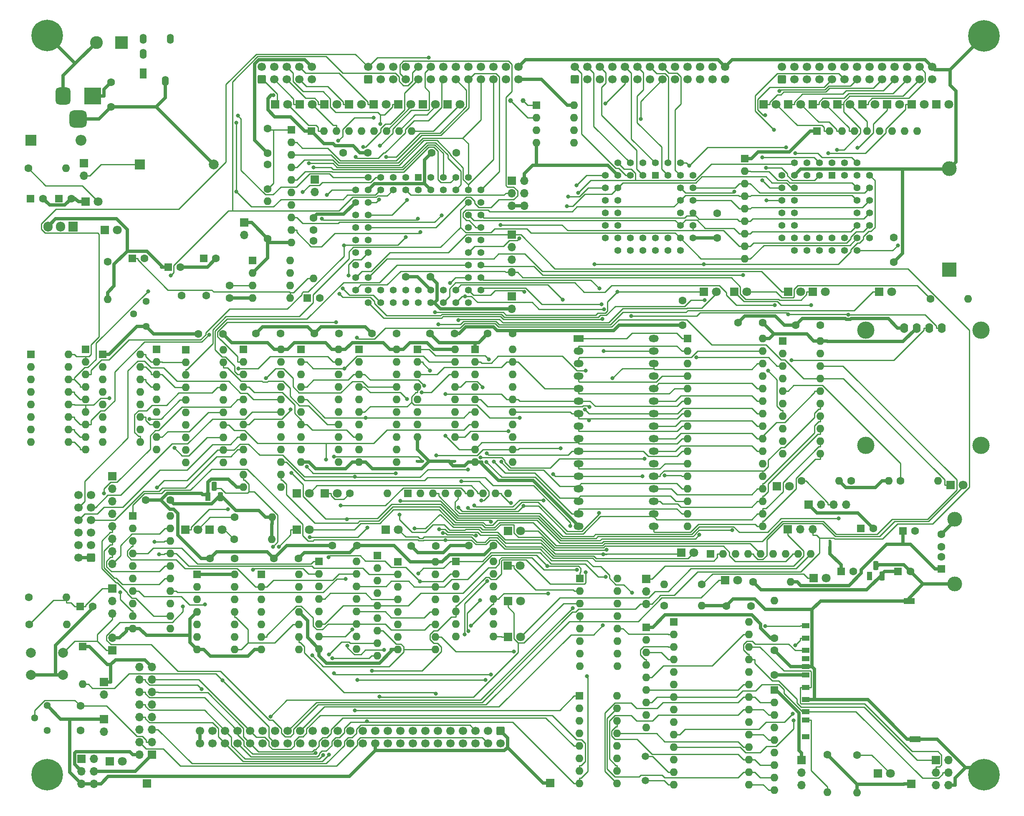
<source format=gbr>
%TF.GenerationSoftware,KiCad,Pcbnew,(6.0.11)*%
%TF.CreationDate,2024-01-15T12:10:07-05:00*%
%TF.ProjectId,SAB80535-Dev-Board,53414238-3035-4333-952d-4465762d426f,rev?*%
%TF.SameCoordinates,Original*%
%TF.FileFunction,Copper,L1,Top*%
%TF.FilePolarity,Positive*%
%FSLAX46Y46*%
G04 Gerber Fmt 4.6, Leading zero omitted, Abs format (unit mm)*
G04 Created by KiCad (PCBNEW (6.0.11)) date 2024-01-15 12:10:07*
%MOMM*%
%LPD*%
G01*
G04 APERTURE LIST*
G04 Aperture macros list*
%AMRoundRect*
0 Rectangle with rounded corners*
0 $1 Rounding radius*
0 $2 $3 $4 $5 $6 $7 $8 $9 X,Y pos of 4 corners*
0 Add a 4 corners polygon primitive as box body*
4,1,4,$2,$3,$4,$5,$6,$7,$8,$9,$2,$3,0*
0 Add four circle primitives for the rounded corners*
1,1,$1+$1,$2,$3*
1,1,$1+$1,$4,$5*
1,1,$1+$1,$6,$7*
1,1,$1+$1,$8,$9*
0 Add four rect primitives between the rounded corners*
20,1,$1+$1,$2,$3,$4,$5,0*
20,1,$1+$1,$4,$5,$6,$7,0*
20,1,$1+$1,$6,$7,$8,$9,0*
20,1,$1+$1,$8,$9,$2,$3,0*%
G04 Aperture macros list end*
%TA.AperFunction,ComponentPad*%
%ADD10R,1.600000X1.600000*%
%TD*%
%TA.AperFunction,ComponentPad*%
%ADD11O,1.600000X1.600000*%
%TD*%
%TA.AperFunction,ComponentPad*%
%ADD12C,1.600000*%
%TD*%
%TA.AperFunction,ComponentPad*%
%ADD13R,1.700000X1.700000*%
%TD*%
%TA.AperFunction,ComponentPad*%
%ADD14O,1.700000X1.700000*%
%TD*%
%TA.AperFunction,ComponentPad*%
%ADD15R,1.800000X1.800000*%
%TD*%
%TA.AperFunction,ComponentPad*%
%ADD16C,1.800000*%
%TD*%
%TA.AperFunction,ComponentPad*%
%ADD17C,0.600000*%
%TD*%
%TA.AperFunction,ComponentPad*%
%ADD18R,2.600000X2.600000*%
%TD*%
%TA.AperFunction,ComponentPad*%
%ADD19C,2.600000*%
%TD*%
%TA.AperFunction,ComponentPad*%
%ADD20O,1.600000X2.000000*%
%TD*%
%TA.AperFunction,ComponentPad*%
%ADD21C,3.500000*%
%TD*%
%TA.AperFunction,ComponentPad*%
%ADD22R,1.500000X1.600000*%
%TD*%
%TA.AperFunction,ComponentPad*%
%ADD23C,3.000000*%
%TD*%
%TA.AperFunction,ComponentPad*%
%ADD24R,1.422400X1.422400*%
%TD*%
%TA.AperFunction,ComponentPad*%
%ADD25C,1.422400*%
%TD*%
%TA.AperFunction,ComponentPad*%
%ADD26RoundRect,0.250000X0.600000X-0.600000X0.600000X0.600000X-0.600000X0.600000X-0.600000X-0.600000X0*%
%TD*%
%TA.AperFunction,ComponentPad*%
%ADD27C,1.700000*%
%TD*%
%TA.AperFunction,ComponentPad*%
%ADD28C,6.400000*%
%TD*%
%TA.AperFunction,ComponentPad*%
%ADD29R,1.100000X1.800000*%
%TD*%
%TA.AperFunction,ComponentPad*%
%ADD30RoundRect,0.275000X-0.275000X-0.625000X0.275000X-0.625000X0.275000X0.625000X-0.275000X0.625000X0*%
%TD*%
%TA.AperFunction,ComponentPad*%
%ADD31R,3.500000X3.500000*%
%TD*%
%TA.AperFunction,ComponentPad*%
%ADD32RoundRect,0.750000X-0.750000X-1.000000X0.750000X-1.000000X0.750000X1.000000X-0.750000X1.000000X0*%
%TD*%
%TA.AperFunction,ComponentPad*%
%ADD33RoundRect,0.875000X-0.875000X-0.875000X0.875000X-0.875000X0.875000X0.875000X-0.875000X0.875000X0*%
%TD*%
%TA.AperFunction,ComponentPad*%
%ADD34R,2.200000X2.200000*%
%TD*%
%TA.AperFunction,ComponentPad*%
%ADD35O,2.200000X2.200000*%
%TD*%
%TA.AperFunction,ComponentPad*%
%ADD36C,1.440000*%
%TD*%
%TA.AperFunction,ComponentPad*%
%ADD37RoundRect,0.250000X-0.600000X0.600000X-0.600000X-0.600000X0.600000X-0.600000X0.600000X0.600000X0*%
%TD*%
%TA.AperFunction,ComponentPad*%
%ADD38C,1.500000*%
%TD*%
%TA.AperFunction,ComponentPad*%
%ADD39R,1.905000X2.000000*%
%TD*%
%TA.AperFunction,ComponentPad*%
%ADD40O,1.905000X2.000000*%
%TD*%
%TA.AperFunction,ComponentPad*%
%ADD41C,1.000000*%
%TD*%
%TA.AperFunction,ComponentPad*%
%ADD42RoundRect,0.250000X0.600000X0.600000X-0.600000X0.600000X-0.600000X-0.600000X0.600000X-0.600000X0*%
%TD*%
%TA.AperFunction,ComponentPad*%
%ADD43R,2.000000X1.440000*%
%TD*%
%TA.AperFunction,ComponentPad*%
%ADD44O,2.000000X1.440000*%
%TD*%
%TA.AperFunction,ComponentPad*%
%ADD45C,2.000000*%
%TD*%
%TA.AperFunction,SMDPad,CuDef*%
%ADD46R,1.500000X1.000000*%
%TD*%
%TA.AperFunction,SMDPad,CuDef*%
%ADD47R,2.200000X1.200000*%
%TD*%
%TA.AperFunction,ComponentPad*%
%ADD48R,3.000000X3.000000*%
%TD*%
%TA.AperFunction,ComponentPad*%
%ADD49O,1.400000X2.000000*%
%TD*%
%TA.AperFunction,ComponentPad*%
%ADD50R,1.400000X2.000000*%
%TD*%
%TA.AperFunction,ComponentPad*%
%ADD51R,2.000000X2.000000*%
%TD*%
%TA.AperFunction,ViaPad*%
%ADD52C,0.800000*%
%TD*%
%TA.AperFunction,Conductor*%
%ADD53C,0.700000*%
%TD*%
%TA.AperFunction,Conductor*%
%ADD54C,0.250000*%
%TD*%
G04 APERTURE END LIST*
%TO.C,NT1*%
G36*
X137725000Y-131700000D02*
G01*
X136525000Y-131700000D01*
X136525000Y-131100000D01*
X137725000Y-131100000D01*
X137725000Y-131700000D01*
G37*
%TO.C,NT3*%
G36*
X131225000Y-131700000D02*
G01*
X130025000Y-131700000D01*
X130025000Y-131100000D01*
X131225000Y-131100000D01*
X131225000Y-131700000D01*
G37*
%TO.C,NT2*%
G36*
X214100000Y-148800000D02*
G01*
X213500000Y-148800000D01*
X213500000Y-147600000D01*
X214100000Y-147600000D01*
X214100000Y-148800000D01*
G37*
%TD*%
D10*
%TO.P,U17,1,D2*%
%TO.N,D1*%
X110160000Y-151695000D03*
D11*
%TO.P,U17,2,D3*%
%TO.N,D2*%
X110160000Y-154235000D03*
%TO.P,U17,3,D4*%
%TO.N,D3*%
X110160000Y-156775000D03*
%TO.P,U17,4,Rb*%
%TO.N,A15*%
X110160000Y-159315000D03*
%TO.P,U17,5,Ra*%
%TO.N,A14*%
X110160000Y-161855000D03*
%TO.P,U17,6,Q4*%
%TO.N,ZA17*%
X110160000Y-164395000D03*
%TO.P,U17,7,Q3*%
%TO.N,ZA16*%
X110160000Y-166935000D03*
%TO.P,U17,8,GND*%
%TO.N,GND*%
X110160000Y-169475000D03*
%TO.P,U17,9,Q2*%
%TO.N,ZA15*%
X117780000Y-169475000D03*
%TO.P,U17,10,Q1*%
%TO.N,ZA14*%
X117780000Y-166935000D03*
%TO.P,U17,11,~{Er}*%
%TO.N,~{PAGE-EN}*%
X117780000Y-164395000D03*
%TO.P,U17,12,~{Ew}*%
%TO.N,~{CS-MMU-WR}*%
X117780000Y-161855000D03*
%TO.P,U17,13,Wb*%
%TO.N,A1*%
X117780000Y-159315000D03*
%TO.P,U17,14,Wa*%
%TO.N,A0*%
X117780000Y-156775000D03*
%TO.P,U17,15,D1*%
%TO.N,D0*%
X117780000Y-154235000D03*
%TO.P,U17,16,VCC*%
%TO.N,VCC*%
X117780000Y-151695000D03*
%TD*%
D12*
%TO.P,R3,1*%
%TO.N,VDD1*%
X202500000Y-167310000D03*
D11*
%TO.P,R3,2*%
%TO.N,/USB-SD/VDD3*%
X202500000Y-159690000D03*
%TD*%
D10*
%TO.P,U15,1,A0*%
%TO.N,A5*%
X130075000Y-108700000D03*
D11*
%TO.P,U15,2,A1*%
%TO.N,A6*%
X130075000Y-111240000D03*
%TO.P,U15,3,A2*%
%TO.N,A7*%
X130075000Y-113780000D03*
%TO.P,U15,4,E1*%
%TO.N,~{IO-SEL}*%
X130075000Y-116320000D03*
%TO.P,U15,5,E2*%
%TO.N,ZERO*%
X130075000Y-118860000D03*
%TO.P,U15,6,E3*%
%TO.N,ONE*%
X130075000Y-121400000D03*
%TO.P,U15,7,O7*%
%TO.N,~{Y7}*%
X130075000Y-123940000D03*
%TO.P,U15,8,GND*%
%TO.N,GND*%
X130075000Y-126480000D03*
%TO.P,U15,9,O6*%
%TO.N,~{Y6}*%
X137695000Y-126480000D03*
%TO.P,U15,10,O5*%
%TO.N,~{Y5}*%
X137695000Y-123940000D03*
%TO.P,U15,11,O4*%
%TO.N,~{Y4}*%
X137695000Y-121400000D03*
%TO.P,U15,12,O3*%
%TO.N,~{Y3}*%
X137695000Y-118860000D03*
%TO.P,U15,13,O2*%
%TO.N,~{Y2}*%
X137695000Y-116320000D03*
%TO.P,U15,14,O1*%
%TO.N,~{Y1}*%
X137695000Y-113780000D03*
%TO.P,U15,15,O0*%
%TO.N,~{Y0}*%
X137695000Y-111240000D03*
%TO.P,U15,16,VCC*%
%TO.N,VCC*%
X137695000Y-108700000D03*
%TD*%
D13*
%TO.P,J25,1,Pin_1*%
%TO.N,~{INT0}*%
X176500000Y-155250000D03*
D14*
%TO.P,J25,2,Pin_2*%
%TO.N,/USB-SD/~{INT-USB}*%
X176500000Y-157790000D03*
%TO.P,J25,3,Pin_3*%
%TO.N,~{INT1}*%
X176500000Y-160330000D03*
%TD*%
D10*
%TO.P,U4,1,~{INT}*%
%TO.N,/USB-SD/~{INT-USB}*%
X182125000Y-163975000D03*
D11*
%TO.P,U4,2,RSTI*%
%TO.N,/USB-SD/RST*%
X182125000Y-166515000D03*
%TO.P,U4,3,~{WR}*%
%TO.N,Net-(RN4-Pad14)*%
X182125000Y-169055000D03*
%TO.P,U4,4,~{RD}*%
%TO.N,Net-(RN4-Pad15)*%
X182125000Y-171595000D03*
%TO.P,U4,5,TXD*%
%TO.N,ZERO*%
X182125000Y-174135000D03*
%TO.P,U4,6,RXD*%
%TO.N,unconnected-(U4-Pad6)*%
X182125000Y-176675000D03*
%TO.P,U4,7,SD_DI*%
%TO.N,/USB-SD/SDDO*%
X182125000Y-179215000D03*
%TO.P,U4,8,A0*%
%TO.N,Net-(RN4-Pad16)*%
X182125000Y-181755000D03*
%TO.P,U4,9,V3*%
%TO.N,VDD1*%
X182125000Y-184295000D03*
%TO.P,U4,10,UD+*%
%TO.N,/USB-SD/UD+*%
X182125000Y-186835000D03*
%TO.P,U4,11,UD-*%
%TO.N,/USB-SD/UD-*%
X182125000Y-189375000D03*
%TO.P,U4,12,GND*%
%TO.N,GND*%
X182125000Y-191915000D03*
%TO.P,U4,13,XI*%
%TO.N,Net-(U4-Pad13)*%
X182125000Y-194455000D03*
%TO.P,U4,14,XO*%
%TO.N,Net-(U4-Pad14)*%
X182125000Y-196995000D03*
%TO.P,U4,15,D0*%
%TO.N,Net-(RN5-Pad16)*%
X197365000Y-196995000D03*
%TO.P,U4,16,D1*%
%TO.N,Net-(RN5-Pad15)*%
X197365000Y-194455000D03*
%TO.P,U4,17,D2*%
%TO.N,Net-(RN5-Pad14)*%
X197365000Y-191915000D03*
%TO.P,U4,18,D3*%
%TO.N,Net-(RN5-Pad13)*%
X197365000Y-189375000D03*
%TO.P,U4,19,D4*%
%TO.N,Net-(RN5-Pad12)*%
X197365000Y-186835000D03*
%TO.P,U4,20,D5*%
%TO.N,Net-(RN5-Pad11)*%
X197365000Y-184295000D03*
%TO.P,U4,21,D6*%
%TO.N,Net-(RN5-Pad10)*%
X197365000Y-181755000D03*
%TO.P,U4,22,D7*%
%TO.N,Net-(RN5-Pad9)*%
X197365000Y-179215000D03*
%TO.P,U4,23,SD_CS*%
%TO.N,/USB-SD/SDCS*%
X197365000Y-176675000D03*
%TO.P,U4,24,~{ACT}*%
%TO.N,Net-(R7-Pad2)*%
X197365000Y-174135000D03*
%TO.P,U4,25,SD_DO*%
%TO.N,/USB-SD/SDDI*%
X197365000Y-171595000D03*
%TO.P,U4,26,SD_CK*%
%TO.N,/USB-SD/SDCK*%
X197365000Y-169055000D03*
%TO.P,U4,27,~{PCS}*%
%TO.N,Net-(RN4-Pad13)*%
X197365000Y-166515000D03*
%TO.P,U4,28,VCC*%
%TO.N,/USB-SD/VDD2*%
X197365000Y-163975000D03*
%TD*%
D10*
%TO.P,RN3,1,common*%
%TO.N,VCC*%
X62800000Y-108700000D03*
D11*
%TO.P,RN3,2,R1*%
%TO.N,P4.0*%
X62800000Y-111240000D03*
%TO.P,RN3,3,R2*%
%TO.N,P4.1*%
X62800000Y-113780000D03*
%TO.P,RN3,4,R3*%
%TO.N,P4.2*%
X62800000Y-116320000D03*
%TO.P,RN3,5,R4*%
%TO.N,P4.3*%
X62800000Y-118860000D03*
%TO.P,RN3,6,R5*%
%TO.N,P4.4*%
X62800000Y-121400000D03*
%TO.P,RN3,7,R6*%
%TO.N,P4.5*%
X62800000Y-123940000D03*
%TO.P,RN3,8,R7*%
%TO.N,P4.6*%
X62800000Y-126480000D03*
%TO.P,RN3,9,R8*%
%TO.N,P4.7*%
X62800000Y-129020000D03*
%TD*%
D12*
%TO.P,R12,1*%
%TO.N,Net-(D40-Pad2)*%
X51190000Y-72000000D03*
D11*
%TO.P,R12,2*%
%TO.N,/Power/9VDC*%
X58810000Y-72000000D03*
%TD*%
D15*
%TO.P,D32,1,K*%
%TO.N,~{CS-USB-SD}*%
X192475000Y-155500000D03*
D16*
%TO.P,D32,2,A*%
%TO.N,Net-(D32-Pad2)*%
X195015000Y-155500000D03*
%TD*%
D12*
%TO.P,C15,1*%
%TO.N,VCC*%
X200120000Y-103300000D03*
%TO.P,C15,2*%
%TO.N,GND*%
X195120000Y-103300000D03*
%TD*%
D13*
%TO.P,J7,1,Pin_1*%
%TO.N,VDD1*%
X208000000Y-191975000D03*
D14*
%TO.P,J7,2,Pin_2*%
%TO.N,Net-(J6-Pad2)*%
X208000000Y-194515000D03*
%TO.P,J7,3,Pin_3*%
%TO.N,VCC*%
X208000000Y-197055000D03*
%TD*%
D10*
%TO.P,C24,1*%
%TO.N,VCC*%
X51644900Y-78100000D03*
D12*
%TO.P,C24,2*%
%TO.N,GND*%
X54144900Y-78100000D03*
%TD*%
D10*
%TO.P,RN6,1,common*%
%TO.N,VDD1*%
X202500000Y-177825000D03*
D11*
%TO.P,RN6,2,R1*%
%TO.N,Net-(RN5-Pad9)*%
X202500000Y-180365000D03*
%TO.P,RN6,3,R2*%
%TO.N,Net-(RN5-Pad10)*%
X202500000Y-182905000D03*
%TO.P,RN6,4,R3*%
%TO.N,Net-(RN5-Pad11)*%
X202500000Y-185445000D03*
%TO.P,RN6,5,R4*%
%TO.N,Net-(RN5-Pad12)*%
X202500000Y-187985000D03*
%TO.P,RN6,6,R5*%
%TO.N,Net-(RN5-Pad13)*%
X202500000Y-190525000D03*
%TO.P,RN6,7,R6*%
%TO.N,Net-(RN5-Pad14)*%
X202500000Y-193065000D03*
%TO.P,RN6,8,R7*%
%TO.N,Net-(RN5-Pad15)*%
X202500000Y-195605000D03*
%TO.P,RN6,9,R8*%
%TO.N,Net-(RN5-Pad16)*%
X202500000Y-198145000D03*
%TD*%
D10*
%TO.P,RN13,1,common*%
%TO.N,VCC*%
X77200000Y-108725000D03*
D11*
%TO.P,RN13,2,R1*%
%TO.N,Net-(RN13-Pad2)*%
X77200000Y-111265000D03*
%TO.P,RN13,3,R2*%
%TO.N,Net-(RN13-Pad3)*%
X77200000Y-113805000D03*
%TO.P,RN13,4,R3*%
%TO.N,Net-(RN13-Pad4)*%
X77200000Y-116345000D03*
%TO.P,RN13,5,R4*%
%TO.N,Net-(RN13-Pad5)*%
X77200000Y-118885000D03*
%TO.P,RN13,6,R5*%
%TO.N,Net-(RN13-Pad6)*%
X77200000Y-121425000D03*
%TO.P,RN13,7,R6*%
%TO.N,Net-(RN13-Pad7)*%
X77200000Y-123965000D03*
%TO.P,RN13,8,R7*%
%TO.N,Net-(RN13-Pad8)*%
X77200000Y-126505000D03*
%TO.P,RN13,9,R8*%
%TO.N,Net-(RN13-Pad9)*%
X77200000Y-129045000D03*
%TD*%
D12*
%TO.P,C27,1*%
%TO.N,VCC*%
X120000000Y-68800000D03*
%TO.P,C27,2*%
%TO.N,GND*%
X115000000Y-68800000D03*
%TD*%
%TO.P,C22,1*%
%TO.N,VCC*%
X102375000Y-105500000D03*
%TO.P,C22,2*%
%TO.N,GND*%
X97375000Y-105500000D03*
%TD*%
D10*
%TO.P,RN2,1,Pin_1*%
%TO.N,Net-(C1-Pad1)*%
X104500000Y-64190000D03*
D11*
%TO.P,RN2,2,Pin_2*%
%TO.N,P5.7*%
X104500000Y-66730000D03*
%TO.P,RN2,3,Pin_3*%
%TO.N,P5.6*%
X104500000Y-69270000D03*
%TO.P,RN2,4,Pin_4*%
%TO.N,P5.5*%
X104500000Y-71810000D03*
%TO.P,RN2,5,Pin_5*%
%TO.N,P5.4*%
X104500000Y-74350000D03*
%TO.P,RN2,6,Pin_6*%
%TO.N,P5.3*%
X104500000Y-76890000D03*
%TO.P,RN2,7,Pin_7*%
%TO.N,P5.2*%
X104500000Y-79430000D03*
%TO.P,RN2,8,Pin_8*%
%TO.N,P5.1*%
X104500000Y-81970000D03*
%TO.P,RN2,9,Pin_9*%
%TO.N,P5.0*%
X104500000Y-84510000D03*
%TO.P,RN2,10,Pin_10*%
%TO.N,GND*%
X104500000Y-87050000D03*
%TD*%
D17*
%TO.P,NT1,1,1*%
%TO.N,GND*%
X136525000Y-131400000D03*
%TO.P,NT1,2,2*%
%TO.N,ZERO*%
X137725000Y-131400000D03*
%TD*%
D18*
%TO.P,J12,1,Pin_1*%
%TO.N,/Power/9VDC*%
X70045000Y-46445000D03*
D19*
%TO.P,J12,2,Pin_2*%
%TO.N,GND*%
X64965000Y-46445000D03*
%TD*%
D20*
%TO.P,Brd1,1,GND*%
%TO.N,GND*%
X228830000Y-104348000D03*
%TO.P,Brd1,2,VCC*%
%TO.N,VCC*%
X231370000Y-104348000D03*
%TO.P,Brd1,3,SCL*%
%TO.N,I2C-SCL*%
X233910000Y-104348000D03*
%TO.P,Brd1,4,SDA*%
%TO.N,I2C-SDA*%
X236450000Y-104348000D03*
D21*
%TO.P,Brd1,5*%
%TO.N,N/C*%
X221050000Y-104800000D03*
%TO.P,Brd1,6*%
X244450000Y-104800000D03*
%TO.P,Brd1,7*%
X221050000Y-128150000D03*
%TO.P,Brd1,8*%
X244450000Y-128150000D03*
%TD*%
D13*
%TO.P,J6,1,Pin_1*%
%TO.N,/USB-SD/SDDI*%
X235225000Y-191975000D03*
D14*
%TO.P,J6,2,Pin_2*%
%TO.N,Net-(J6-Pad2)*%
X237765000Y-191975000D03*
%TO.P,J6,3,Pin_3*%
%TO.N,/USB-SD/SDCK*%
X235225000Y-194515000D03*
%TO.P,J6,4,Pin_4*%
%TO.N,/USB-SD/SDDO*%
X237765000Y-194515000D03*
%TO.P,J6,5,Pin_5*%
%TO.N,/USB-SD/SDCS*%
X235225000Y-197055000D03*
%TO.P,J6,6,Pin_6*%
%TO.N,GND*%
X237765000Y-197055000D03*
%TD*%
D12*
%TO.P,R5,1*%
%TO.N,/USB-SD/RST*%
X180190000Y-160700000D03*
D11*
%TO.P,R5,2*%
%TO.N,GND*%
X187810000Y-160700000D03*
%TD*%
D10*
%TO.P,RN11,1,common*%
%TO.N,GND*%
X121960000Y-150520000D03*
D11*
%TO.P,RN11,2,R1*%
%TO.N,ZA14*%
X121960000Y-153060000D03*
%TO.P,RN11,3,R2*%
%TO.N,ZA15*%
X121960000Y-155600000D03*
%TO.P,RN11,4,R3*%
%TO.N,ZA16*%
X121960000Y-158140000D03*
%TO.P,RN11,5,R4*%
%TO.N,ZA17*%
X121960000Y-160680000D03*
%TO.P,RN11,6,R5*%
%TO.N,ZA18*%
X121960000Y-163220000D03*
%TO.P,RN11,7,R6*%
%TO.N,ZA19*%
X121960000Y-165760000D03*
%TO.P,RN11,8,R7*%
%TO.N,ZA20*%
X121960000Y-168300000D03*
%TO.P,RN11,9,R8*%
%TO.N,ZA21*%
X121960000Y-170840000D03*
%TD*%
D13*
%TO.P,J13,1,Pin_1*%
%TO.N,GND*%
X149210000Y-74475000D03*
D14*
%TO.P,J13,2,Pin_2*%
X151750000Y-74475000D03*
%TO.P,J13,3,Pin_3*%
%TO.N,~{PE}*%
X149210000Y-77015000D03*
%TO.P,J13,4,Pin_4*%
%TO.N,~{EA}*%
X151750000Y-77015000D03*
%TO.P,J13,5,Pin_5*%
%TO.N,VCC*%
X149210000Y-79555000D03*
%TO.P,J13,6,Pin_6*%
X151750000Y-79555000D03*
%TD*%
D12*
%TO.P,C43,1*%
%TO.N,VCC*%
X145500000Y-148500000D03*
%TO.P,C43,2*%
%TO.N,GND*%
X140500000Y-148500000D03*
%TD*%
%TO.P,R11,1*%
%TO.N,Net-(D30-Pad2)*%
X93000000Y-142750000D03*
D11*
%TO.P,R11,2*%
%TO.N,VCC*%
X100620000Y-142750000D03*
%TD*%
D15*
%TO.P,D37,1,K*%
%TO.N,T1*%
X210255000Y-97000000D03*
D16*
%TO.P,D37,2,A*%
%TO.N,Net-(D37-Pad2)*%
X212795000Y-97000000D03*
%TD*%
D13*
%TO.P,J24,1,Pin_1*%
%TO.N,Net-(J24-Pad1)*%
X68250000Y-169775000D03*
D14*
%TO.P,J24,2,Pin_2*%
%TO.N,GND*%
X68250000Y-167235000D03*
%TD*%
D22*
%TO.P,J8,1,VBUS*%
%TO.N,/USB-SD/VBUS*%
X236390000Y-153250000D03*
D12*
%TO.P,J8,2,D-*%
%TO.N,/USB-SD/UD-*%
X236390000Y-150750000D03*
%TO.P,J8,3,D+*%
%TO.N,/USB-SD/UD+*%
X236390000Y-148750000D03*
%TO.P,J8,4,GND*%
%TO.N,GND*%
X236390000Y-146250000D03*
D23*
%TO.P,J8,5,Shield*%
X239100000Y-143180000D03*
X239100000Y-156320000D03*
%TD*%
D15*
%TO.P,D21,1,K*%
%TO.N,~{CS-RAM}*%
X203020000Y-136500000D03*
D16*
%TO.P,D21,2,A*%
%TO.N,Net-(D21-Pad2)*%
X205560000Y-136500000D03*
%TD*%
D13*
%TO.P,J4,1,Pin_1*%
%TO.N,Net-(J4-Pad1)*%
X68200000Y-134475000D03*
D14*
%TO.P,J4,2,Pin_2*%
%TO.N,Net-(J4-Pad2)*%
X68200000Y-137015000D03*
%TO.P,J4,3,Pin_3*%
%TO.N,Net-(J4-Pad3)*%
X68200000Y-139555000D03*
%TO.P,J4,4,Pin_4*%
%TO.N,Net-(J4-Pad4)*%
X68200000Y-142095000D03*
%TO.P,J4,5,Pin_5*%
%TO.N,Net-(J4-Pad5)*%
X68200000Y-144635000D03*
%TO.P,J4,6,Pin_6*%
%TO.N,Net-(J4-Pad6)*%
X68200000Y-147175000D03*
%TO.P,J4,7,Pin_7*%
%TO.N,Net-(J4-Pad7)*%
X68200000Y-149715000D03*
%TO.P,J4,8,Pin_8*%
%TO.N,Net-(J4-Pad8)*%
X68200000Y-152255000D03*
%TD*%
D10*
%TO.P,U9,1,I0/CLK*%
%TO.N,unconnected-(U9-Pad1)*%
X94775000Y-108700000D03*
D11*
%TO.P,U9,2,I1*%
%TO.N,~{RD}*%
X94775000Y-111240000D03*
%TO.P,U9,3,I2*%
%TO.N,~{PSEN}*%
X94775000Y-113780000D03*
%TO.P,U9,4,I3*%
%TO.N,~{WR}*%
X94775000Y-116320000D03*
%TO.P,U9,5,I4*%
%TO.N,~{CS-LCD}*%
X94775000Y-118860000D03*
%TO.P,U9,6,I5*%
%TO.N,TxD*%
X94775000Y-121400000D03*
%TO.P,U9,7,I6*%
%TO.N,T0*%
X94775000Y-123940000D03*
%TO.P,U9,8,I7*%
%TO.N,RxD-1*%
X94775000Y-126480000D03*
%TO.P,U9,9,I8*%
%TO.N,RxD-0*%
X94775000Y-129020000D03*
%TO.P,U9,10,I9*%
%TO.N,/GALs/CS-LCD-WR*%
X94775000Y-131560000D03*
%TO.P,U9,11,I10*%
%TO.N,~{RES-OUT}*%
X94775000Y-134100000D03*
%TO.P,U9,12,GND*%
%TO.N,GND*%
X94775000Y-136640000D03*
%TO.P,U9,13,I11*%
%TO.N,A*%
X102395000Y-136640000D03*
%TO.P,U9,14,O9*%
%TO.N,~{CS-I2C-WR}*%
X102395000Y-134100000D03*
%TO.P,U9,15,O8*%
%TO.N,RESET*%
X102395000Y-131560000D03*
%TO.P,U9,16,O7*%
%TO.N,E*%
X102395000Y-129020000D03*
%TO.P,U9,17,O6*%
%TO.N,RX-LED*%
X102395000Y-126480000D03*
%TO.P,U9,18,O5*%
%TO.N,RxD*%
X102395000Y-123940000D03*
%TO.P,U9,19,O4*%
%TO.N,TxD-0*%
X102395000Y-121400000D03*
%TO.P,U9,20,O3*%
%TO.N,TxD-1*%
X102395000Y-118860000D03*
%TO.P,U9,21,O2*%
%TO.N,TX-LED*%
X102395000Y-116320000D03*
%TO.P,U9,22,O1*%
%TO.N,/GALs/CS-LCD-WR*%
X102395000Y-113780000D03*
%TO.P,U9,23,O0*%
%TO.N,~{OE}*%
X102395000Y-111240000D03*
%TO.P,U9,24,VCC*%
%TO.N,VCC*%
X102395000Y-108700000D03*
%TD*%
D15*
%TO.P,D30,1,K*%
%TO.N,RX-LED*%
X83000000Y-145250000D03*
D16*
%TO.P,D30,2,A*%
%TO.N,Net-(D30-Pad2)*%
X85540000Y-145250000D03*
%TD*%
D12*
%TO.P,R10,1*%
%TO.N,Net-(D29-Pad2)*%
X92940000Y-147250000D03*
D11*
%TO.P,R10,2*%
%TO.N,VCC*%
X100560000Y-147250000D03*
%TD*%
D24*
%TO.P,U12,1,P4.0*%
%TO.N,P4.0*%
X130250000Y-73800000D03*
D25*
%TO.P,U12,2,P4.1*%
%TO.N,P4.1*%
X130250000Y-76340000D03*
%TO.P,U12,3,P4.2*%
%TO.N,P4.2*%
X127710000Y-73800000D03*
%TO.P,U12,4,~{PE}*%
%TO.N,~{PE}*%
X127710000Y-76340000D03*
%TO.P,U12,5,P4.3*%
%TO.N,P4.3*%
X125170000Y-73800000D03*
%TO.P,U12,6,P4.4*%
%TO.N,P4.4*%
X125170000Y-76340000D03*
%TO.P,U12,7,P4.5*%
%TO.N,P4.5*%
X122630000Y-73800000D03*
%TO.P,U12,8,P4.6*%
%TO.N,P4.6*%
X122630000Y-76340000D03*
%TO.P,U12,9,P4.7*%
%TO.N,P4.7*%
X120090000Y-73800000D03*
%TO.P,U12,10,~{RESET}*%
%TO.N,~{RES-OUT}*%
X117550000Y-76340000D03*
%TO.P,U12,11,VAREF*%
%TO.N,VCC*%
X120090000Y-76340000D03*
%TO.P,U12,12,VAGND*%
%TO.N,GND*%
X117550000Y-78880000D03*
%TO.P,U12,13,P6.7*%
%TO.N,P6.7*%
X120090000Y-78880000D03*
%TO.P,U12,14,P6.6*%
%TO.N,P6.6*%
X117550000Y-81420000D03*
%TO.P,U12,15,P6.5*%
%TO.N,P6.5*%
X120090000Y-81420000D03*
%TO.P,U12,16,P6.4*%
%TO.N,P6.4*%
X117550000Y-83960000D03*
%TO.P,U12,17,P6.3*%
%TO.N,P6.3*%
X120090000Y-83960000D03*
%TO.P,U12,18,P6.2*%
%TO.N,P6.2*%
X117550000Y-86500000D03*
%TO.P,U12,19,P6.1*%
%TO.N,P6.1*%
X120090000Y-86500000D03*
%TO.P,U12,20,P6.0*%
%TO.N,P6.0*%
X117550000Y-89040000D03*
%TO.P,U12,21,P3.0/RxD*%
%TO.N,RxD*%
X120090000Y-89040000D03*
%TO.P,U12,22,P3.1/TxD*%
%TO.N,TxD*%
X117550000Y-91580000D03*
%TO.P,U12,23,P3.2/~{INT0}*%
%TO.N,~{INT0}*%
X120090000Y-91580000D03*
%TO.P,U12,24,P3.3/~{INT1}*%
%TO.N,~{INT1}*%
X117550000Y-94120000D03*
%TO.P,U12,25,P3.4/T0*%
%TO.N,T0*%
X120090000Y-94120000D03*
%TO.P,U12,26,P3.5/T1*%
%TO.N,T1*%
X117550000Y-96660000D03*
%TO.P,U12,27,P3.6/~{WR}*%
%TO.N,~{WR}*%
X120090000Y-99200000D03*
%TO.P,U12,28,P3.7/~{RD}*%
%TO.N,~{RD}*%
X120090000Y-96660000D03*
%TO.P,U12,29,P1.7/T2*%
%TO.N,P1.7*%
X122630000Y-99200000D03*
%TO.P,U12,30,P1.6/CLKOUT*%
%TO.N,P1.6*%
X122630000Y-96660000D03*
%TO.P,U12,31,P1.5/T2EX*%
%TO.N,P1.5*%
X125170000Y-99200000D03*
%TO.P,U12,32,P1.4/~{INT2}*%
%TO.N,P1.4*%
X125170000Y-96660000D03*
%TO.P,U12,33,P1.3/INT6/CC3*%
%TO.N,P1.3*%
X127710000Y-99200000D03*
%TO.P,U12,34,P1.2/INT5/CC2*%
%TO.N,P1.2*%
X127710000Y-96660000D03*
%TO.P,U12,35,P1.1/INT4/CC1*%
%TO.N,P1.1*%
X130250000Y-99200000D03*
%TO.P,U12,36,P1.0/~{INT3}/CC0*%
%TO.N,P1.0*%
X130250000Y-96660000D03*
%TO.P,U12,37,VCC*%
%TO.N,/SAB80535/VBB*%
X132790000Y-99200000D03*
%TO.P,U12,38,GND*%
%TO.N,GND*%
X132790000Y-96660000D03*
%TO.P,U12,39,XTAL2*%
%TO.N,CLK*%
X135330000Y-99200000D03*
%TO.P,U12,40,XTAL1*%
%TO.N,Net-(J21-Pad2)*%
X135330000Y-96660000D03*
%TO.P,U12,41,P2.0*%
%TO.N,A8*%
X137870000Y-99200000D03*
%TO.P,U12,42,P2.1*%
%TO.N,A9*%
X137870000Y-96660000D03*
%TO.P,U12,43,P2.2*%
%TO.N,A10*%
X140410000Y-99200000D03*
%TO.P,U12,44,P2.3*%
%TO.N,A11*%
X142950000Y-96660000D03*
%TO.P,U12,45,P2.4*%
%TO.N,A12*%
X140410000Y-96660000D03*
%TO.P,U12,46,P2.5*%
%TO.N,A13*%
X142950000Y-94120000D03*
%TO.P,U12,47,P2.6*%
%TO.N,A14*%
X140410000Y-94120000D03*
%TO.P,U12,48,P2.7*%
%TO.N,A15*%
X142950000Y-91580000D03*
%TO.P,U12,49,~{PSEN}*%
%TO.N,~{PSEN}*%
X140410000Y-91580000D03*
%TO.P,U12,50,ALE*%
%TO.N,ALE*%
X142950000Y-89040000D03*
%TO.P,U12,51,~{EA}*%
%TO.N,~{EA}*%
X140410000Y-89040000D03*
%TO.P,U12,52,P0.0*%
%TO.N,D0*%
X142950000Y-86500000D03*
%TO.P,U12,53,P0.1*%
%TO.N,D1*%
X140410000Y-86500000D03*
%TO.P,U12,54,P0.2*%
%TO.N,D2*%
X142950000Y-83960000D03*
%TO.P,U12,55,P0.3*%
%TO.N,D3*%
X140410000Y-83960000D03*
%TO.P,U12,56,P0.4*%
%TO.N,D4*%
X142950000Y-81420000D03*
%TO.P,U12,57,P0.5*%
%TO.N,D5*%
X140410000Y-81420000D03*
%TO.P,U12,58,P0.6*%
%TO.N,D6*%
X142950000Y-78880000D03*
%TO.P,U12,59,P0.7*%
%TO.N,D7*%
X140410000Y-78880000D03*
%TO.P,U12,60,P5.7*%
%TO.N,P5.7*%
X142950000Y-76340000D03*
%TO.P,U12,61,P5.6*%
%TO.N,P5.6*%
X140410000Y-73800000D03*
%TO.P,U12,62,P5.5*%
%TO.N,P5.5*%
X140410000Y-76340000D03*
%TO.P,U12,63,P5.4*%
%TO.N,P5.4*%
X137870000Y-73800000D03*
%TO.P,U12,64,P5.3*%
%TO.N,P5.3*%
X137870000Y-76340000D03*
%TO.P,U12,65,P5.2*%
%TO.N,P5.2*%
X135330000Y-73800000D03*
%TO.P,U12,66,P5.1*%
%TO.N,P5.1*%
X135330000Y-76340000D03*
%TO.P,U12,67,P5.0*%
%TO.N,P5.0*%
X132790000Y-73800000D03*
%TO.P,U12,68,VCC*%
%TO.N,VCC*%
X132790000Y-76340000D03*
%TD*%
D10*
%TO.P,U16,1,~{R}*%
%TO.N,~{RES-OUT}*%
X98410000Y-154320000D03*
D11*
%TO.P,U16,2,D*%
%TO.N,D0*%
X98410000Y-156860000D03*
%TO.P,U16,3,C*%
%TO.N,~{CS-FF-WR}*%
X98410000Y-159400000D03*
%TO.P,U16,4,~{S}*%
%TO.N,ONE*%
X98410000Y-161940000D03*
%TO.P,U16,5,Q*%
%TO.N,unconnected-(U16-Pad5)*%
X98410000Y-164480000D03*
%TO.P,U16,6,~{Q}*%
%TO.N,~{PAGE-EN}*%
X98410000Y-167020000D03*
%TO.P,U16,7,GND*%
%TO.N,GND*%
X98410000Y-169560000D03*
%TO.P,U16,8,~{Q}*%
%TO.N,unconnected-(U16-Pad8)*%
X106030000Y-169560000D03*
%TO.P,U16,9,Q*%
%TO.N,CLK*%
X106030000Y-167020000D03*
%TO.P,U16,10,~{S}*%
%TO.N,Net-(U16-Pad10)*%
X106030000Y-164480000D03*
%TO.P,U16,11,C*%
%TO.N,GND*%
X106030000Y-161940000D03*
%TO.P,U16,12,D*%
X106030000Y-159400000D03*
%TO.P,U16,13,~{R}*%
X106030000Y-156860000D03*
%TO.P,U16,14,VCC*%
%TO.N,VCC*%
X106030000Y-154320000D03*
%TD*%
D15*
%TO.P,D26,1,K*%
%TO.N,~{OE}*%
X148435000Y-152600000D03*
D16*
%TO.P,D26,2,A*%
%TO.N,Net-(D26-Pad2)*%
X150975000Y-152600000D03*
%TD*%
D10*
%TO.P,U11,1,I1/CLK*%
%TO.N,unconnected-(U11-Pad1)*%
X118275000Y-108700000D03*
D11*
%TO.P,U11,2,I2*%
%TO.N,A2*%
X118275000Y-111240000D03*
%TO.P,U11,3,I3*%
%TO.N,A3*%
X118275000Y-113780000D03*
%TO.P,U11,4,I4*%
%TO.N,A4*%
X118275000Y-116320000D03*
%TO.P,U11,5,I5*%
%TO.N,~{Y0}*%
X118275000Y-118860000D03*
%TO.P,U11,6,I6*%
%TO.N,~{IO-SEL}*%
X118275000Y-121400000D03*
%TO.P,U11,7,I7*%
%TO.N,ZA19*%
X118275000Y-123940000D03*
%TO.P,U11,8,I8*%
%TO.N,~{WR}*%
X118275000Y-126480000D03*
%TO.P,U11,9,I9*%
%TO.N,unconnected-(U11-Pad9)*%
X118275000Y-129020000D03*
%TO.P,U11,10,GND*%
%TO.N,GND*%
X118275000Y-131560000D03*
%TO.P,U11,11,I10/~{OE}*%
%TO.N,unconnected-(U11-Pad11)*%
X125895000Y-131560000D03*
%TO.P,U11,12,IO8*%
%TO.N,unconnected-(U11-Pad12)*%
X125895000Y-129020000D03*
%TO.P,U11,13,IO7*%
%TO.N,unconnected-(U11-Pad13)*%
X125895000Y-126480000D03*
%TO.P,U11,14,IO6*%
%TO.N,~{CS-ROM}*%
X125895000Y-123940000D03*
%TO.P,U11,15,IO5*%
%TO.N,~{CS-RAM}*%
X125895000Y-121400000D03*
%TO.P,U11,16,IO4*%
%TO.N,~{CS-MMU-WR}*%
X125895000Y-118860000D03*
%TO.P,U11,17,I03*%
%TO.N,~{CS-LCD}*%
X125895000Y-116320000D03*
%TO.P,U11,18,IO2*%
%TO.N,~{CS-PPI1}*%
X125895000Y-113780000D03*
%TO.P,U11,19,IO1*%
%TO.N,~{CS-PPI0}*%
X125895000Y-111240000D03*
%TO.P,U11,20,VCC*%
%TO.N,VCC*%
X125895000Y-108700000D03*
%TD*%
D15*
%TO.P,D8,1,K*%
%TO.N,PE.7*%
X200320000Y-59000000D03*
D16*
%TO.P,D8,2,A*%
%TO.N,Net-(D8-Pad2)*%
X202860000Y-59000000D03*
%TD*%
D15*
%TO.P,D15,1,K*%
%TO.N,P1.3*%
X121225000Y-59000000D03*
D16*
%TO.P,D15,2,A*%
%TO.N,Net-(D15-Pad2)*%
X123765000Y-59000000D03*
%TD*%
D26*
%TO.P,J2,1,Pin_1*%
%TO.N,PF.0*%
X203990000Y-53947500D03*
D27*
%TO.P,J2,2,Pin_2*%
%TO.N,PD.0*%
X203990000Y-51407500D03*
%TO.P,J2,3,Pin_3*%
%TO.N,PF.1*%
X206530000Y-53947500D03*
%TO.P,J2,4,Pin_4*%
%TO.N,PD.1*%
X206530000Y-51407500D03*
%TO.P,J2,5,Pin_5*%
%TO.N,PF.2*%
X209070000Y-53947500D03*
%TO.P,J2,6,Pin_6*%
%TO.N,PD.2*%
X209070000Y-51407500D03*
%TO.P,J2,7,Pin_7*%
%TO.N,PF.3*%
X211610000Y-53947500D03*
%TO.P,J2,8,Pin_8*%
%TO.N,PD.3*%
X211610000Y-51407500D03*
%TO.P,J2,9,Pin_9*%
%TO.N,PF.4*%
X214150000Y-53947500D03*
%TO.P,J2,10,Pin_10*%
%TO.N,PD.4*%
X214150000Y-51407500D03*
%TO.P,J2,11,Pin_11*%
%TO.N,PF.5*%
X216690000Y-53947500D03*
%TO.P,J2,12,Pin_12*%
%TO.N,PD.5*%
X216690000Y-51407500D03*
%TO.P,J2,13,Pin_13*%
%TO.N,PF.6*%
X219230000Y-53947500D03*
%TO.P,J2,14,Pin_14*%
%TO.N,PD.6*%
X219230000Y-51407500D03*
%TO.P,J2,15,Pin_15*%
%TO.N,PF.7*%
X221770000Y-53947500D03*
%TO.P,J2,16,Pin_16*%
%TO.N,PD.7*%
X221770000Y-51407500D03*
%TO.P,J2,17,Pin_17*%
%TO.N,PE.7*%
X224310000Y-53947500D03*
%TO.P,J2,18,Pin_18*%
%TO.N,PE.0*%
X224310000Y-51407500D03*
%TO.P,J2,19,Pin_19*%
%TO.N,PE.6*%
X226850000Y-53947500D03*
%TO.P,J2,20,Pin_20*%
%TO.N,PE.1*%
X226850000Y-51407500D03*
%TO.P,J2,21,Pin_21*%
%TO.N,PE.5*%
X229390000Y-53947500D03*
%TO.P,J2,22,Pin_22*%
%TO.N,PE.2*%
X229390000Y-51407500D03*
%TO.P,J2,23,Pin_23*%
%TO.N,PE.4*%
X231930000Y-53947500D03*
%TO.P,J2,24,Pin_24*%
%TO.N,PE.3*%
X231930000Y-51407500D03*
%TO.P,J2,25,Pin_25*%
%TO.N,VCC*%
X234470000Y-53947500D03*
%TO.P,J2,26,Pin_26*%
%TO.N,GND*%
X234470000Y-51407500D03*
%TD*%
D10*
%TO.P,RN12,1,common*%
%TO.N,VCC*%
X189525000Y-150150000D03*
D11*
%TO.P,RN12,2,R1*%
%TO.N,Net-(D31-Pad2)*%
X192065000Y-150150000D03*
%TO.P,RN12,3,R2*%
%TO.N,Net-(D32-Pad2)*%
X194605000Y-150150000D03*
%TO.P,RN12,4,R3*%
%TO.N,Net-(D33-Pad2)*%
X197145000Y-150150000D03*
%TO.P,RN12,5,R4*%
%TO.N,Net-(D35-Pad2)*%
X199685000Y-150150000D03*
%TO.P,RN12,6,R5*%
%TO.N,Net-(D36-Pad2)*%
X202225000Y-150150000D03*
%TO.P,RN12,7,R6*%
%TO.N,Net-(D37-Pad2)*%
X204765000Y-150150000D03*
%TO.P,RN12,8,R7*%
%TO.N,Net-(D38-Pad2)*%
X207305000Y-150150000D03*
%TO.P,RN12,9,R8*%
%TO.N,Net-(D39-Pad2)*%
X209845000Y-150150000D03*
%TD*%
D10*
%TO.P,RN10,1,common*%
%TO.N,VCC*%
X196500000Y-70000000D03*
D11*
%TO.P,RN10,2,R1*%
%TO.N,D0*%
X196500000Y-72540000D03*
%TO.P,RN10,3,R2*%
%TO.N,D1*%
X196500000Y-75080000D03*
%TO.P,RN10,4,R3*%
%TO.N,D2*%
X196500000Y-77620000D03*
%TO.P,RN10,5,R4*%
%TO.N,D3*%
X196500000Y-80160000D03*
%TO.P,RN10,6,R5*%
%TO.N,D4*%
X196500000Y-82700000D03*
%TO.P,RN10,7,R6*%
%TO.N,D5*%
X196500000Y-85240000D03*
%TO.P,RN10,8,R7*%
%TO.N,D6*%
X196500000Y-87780000D03*
%TO.P,RN10,9,R8*%
%TO.N,D7*%
X196500000Y-90320000D03*
%TD*%
D12*
%TO.P,R17,1*%
%TO.N,~{RES-OUT}*%
X51340000Y-164500000D03*
D11*
%TO.P,R17,2*%
%TO.N,VCC*%
X58960000Y-164500000D03*
%TD*%
D10*
%TO.P,RN8,1,common*%
%TO.N,VCC*%
X108575000Y-64400000D03*
D11*
%TO.P,RN8,2,R1*%
%TO.N,Net-(D19-Pad2)*%
X111115000Y-64400000D03*
%TO.P,RN8,3,R2*%
%TO.N,Net-(D18-Pad2)*%
X113655000Y-64400000D03*
%TO.P,RN8,4,R3*%
%TO.N,Net-(D17-Pad2)*%
X116195000Y-64400000D03*
%TO.P,RN8,5,R4*%
%TO.N,Net-(D16-Pad2)*%
X118735000Y-64400000D03*
%TO.P,RN8,6,R5*%
%TO.N,Net-(D15-Pad2)*%
X121275000Y-64400000D03*
%TO.P,RN8,7,R6*%
%TO.N,Net-(D14-Pad2)*%
X123815000Y-64400000D03*
%TO.P,RN8,8,R7*%
%TO.N,Net-(D13-Pad2)*%
X126355000Y-64400000D03*
%TO.P,RN8,9,R8*%
%TO.N,Net-(D12-Pad2)*%
X128895000Y-64400000D03*
%TD*%
D12*
%TO.P,R9,1*%
%TO.N,Net-(D28-Pad2)*%
X67250000Y-90940000D03*
D11*
%TO.P,R9,2*%
%TO.N,VCC*%
X67250000Y-98560000D03*
%TD*%
D12*
%TO.P,C7,1*%
%TO.N,Net-(C7-Pad1)*%
X109000000Y-84500000D03*
%TO.P,C7,2*%
%TO.N,GND*%
X109000000Y-82000000D03*
%TD*%
D15*
%TO.P,D11,1,K*%
%TO.N,GND*%
X223475000Y-194750000D03*
D16*
%TO.P,D11,2,A*%
%TO.N,Net-(D11-Pad2)*%
X226015000Y-194750000D03*
%TD*%
D10*
%TO.P,SW3,1*%
%TO.N,GND*%
X66232500Y-109700000D03*
D11*
%TO.P,SW3,2*%
X66232500Y-112240000D03*
%TO.P,SW3,3*%
X66232500Y-114780000D03*
%TO.P,SW3,4*%
X66232500Y-117320000D03*
%TO.P,SW3,5*%
X66232500Y-119860000D03*
%TO.P,SW3,6*%
X66232500Y-122400000D03*
%TO.P,SW3,7*%
X66232500Y-124940000D03*
%TO.P,SW3,8*%
X66232500Y-127480000D03*
%TO.P,SW3,9*%
%TO.N,Net-(RN13-Pad9)*%
X73852500Y-127480000D03*
%TO.P,SW3,10*%
%TO.N,Net-(RN13-Pad8)*%
X73852500Y-124940000D03*
%TO.P,SW3,11*%
%TO.N,Net-(RN13-Pad7)*%
X73852500Y-122400000D03*
%TO.P,SW3,12*%
%TO.N,Net-(RN13-Pad6)*%
X73852500Y-119860000D03*
%TO.P,SW3,13*%
%TO.N,Net-(RN13-Pad5)*%
X73852500Y-117320000D03*
%TO.P,SW3,14*%
%TO.N,Net-(RN13-Pad4)*%
X73852500Y-114780000D03*
%TO.P,SW3,15*%
%TO.N,Net-(RN13-Pad3)*%
X73852500Y-112240000D03*
%TO.P,SW3,16*%
%TO.N,Net-(RN13-Pad2)*%
X73852500Y-109700000D03*
%TD*%
D12*
%TO.P,C13,1*%
%TO.N,LCD-ADJ*%
X61750000Y-181000000D03*
%TO.P,C13,2*%
%TO.N,GND*%
X61750000Y-186000000D03*
%TD*%
D10*
%TO.P,D34,1,K*%
%TO.N,VCC*%
X62250000Y-169000000D03*
D11*
%TO.P,D34,2,A*%
%TO.N,~{RES-OUT}*%
X62250000Y-176620000D03*
%TD*%
D28*
%TO.P,H1,1,1*%
%TO.N,GND*%
X55000000Y-45000000D03*
%TD*%
D10*
%TO.P,C11,1*%
%TO.N,/USB-SD/VBUS*%
X228567600Y-145500000D03*
D12*
%TO.P,C11,2*%
%TO.N,GND*%
X231067600Y-145500000D03*
%TD*%
D10*
%TO.P,C29,1*%
%TO.N,VCC*%
X227589800Y-153750000D03*
D12*
%TO.P,C29,2*%
%TO.N,GND*%
X230089800Y-153750000D03*
%TD*%
%TO.P,C3,1*%
%TO.N,Net-(C2-Pad2)*%
X92000000Y-95750000D03*
%TO.P,C3,2*%
%TO.N,GND*%
X92000000Y-98250000D03*
%TD*%
%TO.P,R6,1*%
%TO.N,VCC*%
X198190000Y-155900000D03*
D11*
%TO.P,R6,2*%
%TO.N,/USB-SD/VBUS*%
X205810000Y-155900000D03*
%TD*%
D13*
%TO.P,TP2,1,1*%
%TO.N,GND*%
X75250000Y-196750000D03*
%TD*%
D12*
%TO.P,C2,1*%
%TO.N,Net-(C1-Pad1)*%
X99750000Y-76190000D03*
%TO.P,C2,2*%
%TO.N,Net-(C2-Pad2)*%
X99750000Y-71190000D03*
%TD*%
D15*
%TO.P,D39,1,K*%
%TO.N,~{IO-SEL}*%
X148460000Y-167000000D03*
D16*
%TO.P,D39,2,A*%
%TO.N,Net-(D39-Pad2)*%
X151000000Y-167000000D03*
%TD*%
D15*
%TO.P,D6,1,K*%
%TO.N,PE.5*%
X210325000Y-59000000D03*
D16*
%TO.P,D6,2,A*%
%TO.N,Net-(D6-Pad2)*%
X212865000Y-59000000D03*
%TD*%
D12*
%TO.P,C5,1*%
%TO.N,GND*%
X87300000Y-97800000D03*
%TO.P,C5,2*%
%TO.N,VCC*%
X82300000Y-97800000D03*
%TD*%
D10*
%TO.P,RN5,1,R1.1*%
%TO.N,D0*%
X163000000Y-179000000D03*
D11*
%TO.P,RN5,2,R2.1*%
%TO.N,D1*%
X163000000Y-181540000D03*
%TO.P,RN5,3,R3.1*%
%TO.N,D2*%
X163000000Y-184080000D03*
%TO.P,RN5,4,R4.1*%
%TO.N,D3*%
X163000000Y-186620000D03*
%TO.P,RN5,5,R5.1*%
%TO.N,D4*%
X163000000Y-189160000D03*
%TO.P,RN5,6,R6.1*%
%TO.N,D5*%
X163000000Y-191700000D03*
%TO.P,RN5,7,R7.1*%
%TO.N,D6*%
X163000000Y-194240000D03*
%TO.P,RN5,8,R8.1*%
%TO.N,D7*%
X163000000Y-196780000D03*
%TO.P,RN5,9,R8.2*%
%TO.N,Net-(RN5-Pad9)*%
X170620000Y-196780000D03*
%TO.P,RN5,10,R7.2*%
%TO.N,Net-(RN5-Pad10)*%
X170620000Y-194240000D03*
%TO.P,RN5,11,R6.2*%
%TO.N,Net-(RN5-Pad11)*%
X170620000Y-191700000D03*
%TO.P,RN5,12,R5.2*%
%TO.N,Net-(RN5-Pad12)*%
X170620000Y-189160000D03*
%TO.P,RN5,13,R4.2*%
%TO.N,Net-(RN5-Pad13)*%
X170620000Y-186620000D03*
%TO.P,RN5,14,R3.2*%
%TO.N,Net-(RN5-Pad14)*%
X170620000Y-184080000D03*
%TO.P,RN5,15,R2.2*%
%TO.N,Net-(RN5-Pad15)*%
X170620000Y-181540000D03*
%TO.P,RN5,16,R1.2*%
%TO.N,Net-(RN5-Pad16)*%
X170620000Y-179000000D03*
%TD*%
D12*
%TO.P,C38,1*%
%TO.N,VCC*%
X80000000Y-139300000D03*
%TO.P,C38,2*%
%TO.N,GND*%
X75000000Y-139300000D03*
%TD*%
D29*
%TO.P,U21,1,Pin_1*%
%TO.N,GND*%
X87625000Y-138550000D03*
D30*
%TO.P,U21,2,Pin_2*%
%TO.N,~{RES-OUT}*%
X88895000Y-136480000D03*
%TO.P,U21,3,Pin_3*%
%TO.N,VCC*%
X90165000Y-138550000D03*
%TD*%
D15*
%TO.P,D25,1,K*%
%TO.N,~{CS-LATCH-OE}*%
X105600000Y-137900000D03*
D16*
%TO.P,D25,2,A*%
%TO.N,Net-(D25-Pad2)*%
X108140000Y-137900000D03*
%TD*%
D15*
%TO.P,D35,1,K*%
%TO.N,~{CS-FF-WR}*%
X105600000Y-145250000D03*
D16*
%TO.P,D35,2,A*%
%TO.N,Net-(D35-Pad2)*%
X108140000Y-145250000D03*
%TD*%
D15*
%TO.P,D42,1,K*%
%TO.N,Net-(D42-Pad1)*%
X111350000Y-137900000D03*
D16*
%TO.P,D42,2,A*%
%TO.N,CS-LATCH-WR*%
X113890000Y-137900000D03*
%TD*%
D12*
%TO.P,C18,1*%
%TO.N,/Power/9VDC*%
X68000000Y-54500000D03*
%TO.P,C18,2*%
%TO.N,GND*%
X68000000Y-59500000D03*
%TD*%
%TO.P,C14,1*%
%TO.N,VCC*%
X226750000Y-86000000D03*
%TO.P,C14,2*%
%TO.N,GND*%
X226750000Y-91000000D03*
%TD*%
D10*
%TO.P,RN9,1,common*%
%TO.N,VCC*%
X128200000Y-137900000D03*
D11*
%TO.P,RN9,2,R1*%
%TO.N,Net-(D20-Pad2)*%
X130740000Y-137900000D03*
%TO.P,RN9,3,R2*%
%TO.N,Net-(D21-Pad2)*%
X133280000Y-137900000D03*
%TO.P,RN9,4,R3*%
%TO.N,Net-(D22-Pad2)*%
X135820000Y-137900000D03*
%TO.P,RN9,5,R4*%
%TO.N,Net-(D23-Pad2)*%
X138360000Y-137900000D03*
%TO.P,RN9,6,R5*%
%TO.N,Net-(D24-Pad2)*%
X140900000Y-137900000D03*
%TO.P,RN9,7,R6*%
%TO.N,Net-(D25-Pad2)*%
X143440000Y-137900000D03*
%TO.P,RN9,8,R7*%
%TO.N,Net-(D26-Pad2)*%
X145980000Y-137900000D03*
%TO.P,RN9,9,R8*%
%TO.N,Net-(D27-Pad2)*%
X148520000Y-137900000D03*
%TD*%
D10*
%TO.P,C30,1*%
%TO.N,VDD1*%
X216044900Y-153750000D03*
D12*
%TO.P,C30,2*%
%TO.N,GND*%
X218544900Y-153750000D03*
%TD*%
D10*
%TO.P,U22,1,I1/CLK*%
%TO.N,unconnected-(U22-Pad1)*%
X106525000Y-108700000D03*
D11*
%TO.P,U22,2,I2*%
%TO.N,~{Y0}*%
X106525000Y-111240000D03*
%TO.P,U22,3,I3*%
%TO.N,A4*%
X106525000Y-113780000D03*
%TO.P,U22,4,I4*%
%TO.N,A3*%
X106525000Y-116320000D03*
%TO.P,U22,5,I5*%
%TO.N,A2*%
X106525000Y-118860000D03*
%TO.P,U22,6,I6*%
%TO.N,A1*%
X106525000Y-121400000D03*
%TO.P,U22,7,I7*%
%TO.N,~{WR}*%
X106525000Y-123940000D03*
%TO.P,U22,8,I8*%
%TO.N,~{OE}*%
X106525000Y-126480000D03*
%TO.P,U22,9,I9*%
%TO.N,unconnected-(U22-Pad9)*%
X106525000Y-129020000D03*
%TO.P,U22,10,GND*%
%TO.N,GND*%
X106525000Y-131560000D03*
%TO.P,U22,11,I10/~{OE}*%
%TO.N,unconnected-(U22-Pad11)*%
X114145000Y-131560000D03*
%TO.P,U22,12,IO8*%
%TO.N,unconnected-(U22-Pad12)*%
X114145000Y-129020000D03*
%TO.P,U22,13,IO7*%
%TO.N,unconnected-(U22-Pad13)*%
X114145000Y-126480000D03*
%TO.P,U22,14,IO6*%
%TO.N,~{CS-LATCH-OE}*%
X114145000Y-123940000D03*
%TO.P,U22,15,IO5*%
%TO.N,CS-LATCH-WR*%
X114145000Y-121400000D03*
%TO.P,U22,16,IO4*%
%TO.N,~{CS-FF-WR}*%
X114145000Y-118860000D03*
%TO.P,U22,17,I03*%
%TO.N,A*%
X114145000Y-116320000D03*
%TO.P,U22,18,IO2*%
%TO.N,~{CS-I2C}*%
X114145000Y-113780000D03*
%TO.P,U22,19,IO1*%
%TO.N,~{CS-USB-SD}*%
X114145000Y-111240000D03*
%TO.P,U22,20,VCC*%
%TO.N,VCC*%
X114145000Y-108700000D03*
%TD*%
D15*
%TO.P,D20,1,K*%
%TO.N,~{CS-ROM}*%
X183625000Y-149900000D03*
D16*
%TO.P,D20,2,A*%
%TO.N,Net-(D20-Pad2)*%
X186165000Y-149900000D03*
%TD*%
D12*
%TO.P,C42,1*%
%TO.N,VCC*%
X133800000Y-148600000D03*
%TO.P,C42,2*%
%TO.N,GND*%
X128800000Y-148600000D03*
%TD*%
D28*
%TO.P,H2,1,1*%
%TO.N,GND*%
X245000000Y-45117500D03*
%TD*%
%TO.P,H4,1,1*%
%TO.N,GND*%
X245000000Y-195000000D03*
%TD*%
D15*
%TO.P,D1,1,K*%
%TO.N,PE.0*%
X235325000Y-59000000D03*
D16*
%TO.P,D1,2,A*%
%TO.N,Net-(D1-Pad2)*%
X237865000Y-59000000D03*
%TD*%
D12*
%TO.P,C19,1*%
%TO.N,VCC*%
X183900000Y-103800000D03*
%TO.P,C19,2*%
%TO.N,GND*%
X183900000Y-98800000D03*
%TD*%
D15*
%TO.P,D28,1,K*%
%TO.N,GND*%
X66725000Y-84500000D03*
D16*
%TO.P,D28,2,A*%
%TO.N,Net-(D28-Pad2)*%
X69265000Y-84500000D03*
%TD*%
D15*
%TO.P,D41,1,K*%
%TO.N,~{RES-OUT}*%
X194360000Y-97000000D03*
D16*
%TO.P,D41,2,A*%
%TO.N,Net-(D41-Pad2)*%
X196900000Y-97000000D03*
%TD*%
D31*
%TO.P,J11,1*%
%TO.N,/Power/9VDC*%
X64250000Y-57292500D03*
D32*
%TO.P,J11,2*%
%TO.N,GND*%
X58250000Y-57292500D03*
D33*
%TO.P,J11,MP,MountPin*%
X61250000Y-61992500D03*
%TD*%
D12*
%TO.P,C36,1*%
%TO.N,VCC*%
X149375000Y-105500000D03*
%TO.P,C36,2*%
%TO.N,GND*%
X144375000Y-105500000D03*
%TD*%
D15*
%TO.P,D3,1,K*%
%TO.N,PE.2*%
X225325000Y-59000000D03*
D16*
%TO.P,D3,2,A*%
%TO.N,Net-(D3-Pad2)*%
X227865000Y-59000000D03*
%TD*%
D34*
%TO.P,D10,1,K*%
%TO.N,/Power/VI*%
X51670000Y-66250000D03*
D35*
%TO.P,D10,2,A*%
%TO.N,/Power/9VDC*%
X61830000Y-66250000D03*
%TD*%
D12*
%TO.P,C16,1*%
%TO.N,VCC*%
X125875000Y-105500000D03*
%TO.P,C16,2*%
%TO.N,GND*%
X120875000Y-105500000D03*
%TD*%
D13*
%TO.P,J21,1,Pin_1*%
%TO.N,GND*%
X109250000Y-74225000D03*
D14*
%TO.P,J21,2,Pin_2*%
%TO.N,Net-(J21-Pad2)*%
X109250000Y-76765000D03*
%TD*%
D15*
%TO.P,D23,1,K*%
%TO.N,~{CS-PPI1}*%
X223725000Y-97000000D03*
D16*
%TO.P,D23,2,A*%
%TO.N,Net-(D23-Pad2)*%
X226265000Y-97000000D03*
%TD*%
D15*
%TO.P,D5,1,K*%
%TO.N,PE.4*%
X215325000Y-59000000D03*
D16*
%TO.P,D5,2,A*%
%TO.N,Net-(D5-Pad2)*%
X217865000Y-59000000D03*
%TD*%
D12*
%TO.P,R16,1*%
%TO.N,Net-(J24-Pad1)*%
X51290000Y-159000000D03*
D11*
%TO.P,R16,2*%
%TO.N,~{RES-OUT}*%
X58910000Y-159000000D03*
%TD*%
D12*
%TO.P,C34,1*%
%TO.N,VCC*%
X117800000Y-148500000D03*
%TO.P,C34,2*%
%TO.N,GND*%
X112800000Y-148500000D03*
%TD*%
D17*
%TO.P,NT3,1,1*%
%TO.N,VCC*%
X130025000Y-131400000D03*
%TO.P,NT3,2,2*%
%TO.N,ONE*%
X131225000Y-131400000D03*
%TD*%
D13*
%TO.P,J14,1,Pin_1*%
%TO.N,VCC*%
X149250000Y-97975000D03*
D14*
%TO.P,J14,2,Pin_2*%
%TO.N,/SAB80535/VBB*%
X149250000Y-100515000D03*
%TD*%
D15*
%TO.P,D38,1,K*%
%TO.N,ALE*%
X148450000Y-145500000D03*
D16*
%TO.P,D38,2,A*%
%TO.N,Net-(D38-Pad2)*%
X150990000Y-145500000D03*
%TD*%
D12*
%TO.P,R2,1*%
%TO.N,Net-(C7-Pad1)*%
X109000000Y-86690000D03*
D11*
%TO.P,R2,2*%
%TO.N,Net-(C8-Pad1)*%
X109000000Y-94310000D03*
%TD*%
D10*
%TO.P,C6,1*%
%TO.N,Net-(C6-Pad1)*%
X107794900Y-98300000D03*
D12*
%TO.P,C6,2*%
%TO.N,GND*%
X110294900Y-98300000D03*
%TD*%
D15*
%TO.P,D29,1,K*%
%TO.N,TX-LED*%
X87975000Y-145250000D03*
D16*
%TO.P,D29,2,A*%
%TO.N,Net-(D29-Pad2)*%
X90515000Y-145250000D03*
%TD*%
D36*
%TO.P,RV1,1,1*%
%TO.N,Net-(C8-Pad2)*%
X75100000Y-99000000D03*
%TO.P,RV1,2,2*%
%TO.N,/Audio/AUDIO*%
X72560000Y-101540000D03*
%TO.P,RV1,3,3*%
%TO.N,GND*%
X75100000Y-104080000D03*
%TD*%
D15*
%TO.P,D13,1,K*%
%TO.N,P1.1*%
X131225000Y-59000000D03*
D16*
%TO.P,D13,2,A*%
%TO.N,Net-(D13-Pad2)*%
X133765000Y-59000000D03*
%TD*%
D10*
%TO.P,U19,1,CLK*%
%TO.N,CLK*%
X204170000Y-106975000D03*
D11*
%TO.P,U19,2,SDA*%
%TO.N,I2C-SDA*%
X204170000Y-109515000D03*
%TO.P,U19,3,SCL*%
%TO.N,I2C-SCL*%
X204170000Y-112055000D03*
%TO.P,U19,4,~{IACK}*%
%TO.N,unconnected-(U19-Pad4)*%
X204170000Y-114595000D03*
%TO.P,U19,5,~{INT}*%
%TO.N,Net-(J23-Pad2)*%
X204170000Y-117135000D03*
%TO.P,U19,6,A0*%
%TO.N,A0*%
X204170000Y-119675000D03*
%TO.P,U19,7,D0*%
%TO.N,D0*%
X204170000Y-122215000D03*
%TO.P,U19,8,D1*%
%TO.N,D1*%
X204170000Y-124755000D03*
%TO.P,U19,9,D2*%
%TO.N,D2*%
X204170000Y-127295000D03*
%TO.P,U19,10,VSS*%
%TO.N,GND*%
X204170000Y-129835000D03*
%TO.P,U19,11,D3*%
%TO.N,D3*%
X211790000Y-129835000D03*
%TO.P,U19,12,D4*%
%TO.N,D4*%
X211790000Y-127295000D03*
%TO.P,U19,13,D5*%
%TO.N,D5*%
X211790000Y-124755000D03*
%TO.P,U19,14,D6*%
%TO.N,D6*%
X211790000Y-122215000D03*
%TO.P,U19,15,D7*%
%TO.N,D7*%
X211790000Y-119675000D03*
%TO.P,U19,16,~{RD}*%
%TO.N,~{OE}*%
X211790000Y-117135000D03*
%TO.P,U19,17,~{CS}*%
%TO.N,~{CS-I2C}*%
X211790000Y-114595000D03*
%TO.P,U19,18,~{WR}*%
%TO.N,~{CS-I2C-WR}*%
X211790000Y-112055000D03*
%TO.P,U19,19,~{RST}*%
%TO.N,~{RES-OUT}*%
X211790000Y-109515000D03*
%TO.P,U19,20,VDD*%
%TO.N,VCC*%
X211790000Y-106975000D03*
%TD*%
D10*
%TO.P,RN4,1,R1.1*%
%TO.N,A0*%
X163050000Y-155150000D03*
D11*
%TO.P,RN4,2,R2.1*%
%TO.N,~{OE}*%
X163050000Y-157690000D03*
%TO.P,RN4,3,R3.1*%
%TO.N,~{WR}*%
X163050000Y-160230000D03*
%TO.P,RN4,4,R4.1*%
%TO.N,~{CS-USB-SD}*%
X163050000Y-162770000D03*
%TO.P,RN4,5,R5.1*%
%TO.N,RESET*%
X163050000Y-165310000D03*
%TO.P,RN4,6,R6.1*%
%TO.N,unconnected-(RN4-Pad6)*%
X163050000Y-167850000D03*
%TO.P,RN4,7,R7.1*%
%TO.N,unconnected-(RN4-Pad7)*%
X163050000Y-170390000D03*
%TO.P,RN4,8,R8.1*%
%TO.N,unconnected-(RN4-Pad8)*%
X163050000Y-172930000D03*
%TO.P,RN4,9,R8.2*%
%TO.N,unconnected-(RN4-Pad9)*%
X170670000Y-172930000D03*
%TO.P,RN4,10,R7.2*%
%TO.N,unconnected-(RN4-Pad10)*%
X170670000Y-170390000D03*
%TO.P,RN4,11,R6.2*%
%TO.N,unconnected-(RN4-Pad11)*%
X170670000Y-167850000D03*
%TO.P,RN4,12,R5.2*%
%TO.N,/USB-SD/RST*%
X170670000Y-165310000D03*
%TO.P,RN4,13,R4.2*%
%TO.N,Net-(RN4-Pad13)*%
X170670000Y-162770000D03*
%TO.P,RN4,14,R3.2*%
%TO.N,Net-(RN4-Pad14)*%
X170670000Y-160230000D03*
%TO.P,RN4,15,R2.2*%
%TO.N,Net-(RN4-Pad15)*%
X170670000Y-157690000D03*
%TO.P,RN4,16,R1.2*%
%TO.N,Net-(RN4-Pad16)*%
X170670000Y-155150000D03*
%TD*%
D12*
%TO.P,R14,1*%
%TO.N,Net-(D42-Pad1)*%
X116375000Y-137900000D03*
D11*
%TO.P,R14,2*%
%TO.N,GND*%
X123995000Y-137900000D03*
%TD*%
D10*
%TO.P,U13,1,OE*%
%TO.N,GND*%
X141775000Y-108700000D03*
D11*
%TO.P,U13,2,O0*%
%TO.N,A0*%
X141775000Y-111240000D03*
%TO.P,U13,3,D0*%
%TO.N,D0*%
X141775000Y-113780000D03*
%TO.P,U13,4,D1*%
%TO.N,D1*%
X141775000Y-116320000D03*
%TO.P,U13,5,O1*%
%TO.N,A1*%
X141775000Y-118860000D03*
%TO.P,U13,6,O2*%
%TO.N,A2*%
X141775000Y-121400000D03*
%TO.P,U13,7,D2*%
%TO.N,D2*%
X141775000Y-123940000D03*
%TO.P,U13,8,D3*%
%TO.N,D3*%
X141775000Y-126480000D03*
%TO.P,U13,9,O3*%
%TO.N,A3*%
X141775000Y-129020000D03*
%TO.P,U13,10,GND*%
%TO.N,GND*%
X141775000Y-131560000D03*
%TO.P,U13,11,LE*%
%TO.N,ALE*%
X149395000Y-131560000D03*
%TO.P,U13,12,O4*%
%TO.N,A4*%
X149395000Y-129020000D03*
%TO.P,U13,13,D4*%
%TO.N,D4*%
X149395000Y-126480000D03*
%TO.P,U13,14,D5*%
%TO.N,D5*%
X149395000Y-123940000D03*
%TO.P,U13,15,O5*%
%TO.N,A5*%
X149395000Y-121400000D03*
%TO.P,U13,16,O6*%
%TO.N,A6*%
X149395000Y-118860000D03*
%TO.P,U13,17,D6*%
%TO.N,D6*%
X149395000Y-116320000D03*
%TO.P,U13,18,D7*%
%TO.N,D7*%
X149395000Y-113780000D03*
%TO.P,U13,19,O7*%
%TO.N,A7*%
X149395000Y-111240000D03*
%TO.P,U13,20,VCC*%
%TO.N,VCC*%
X149395000Y-108700000D03*
%TD*%
D13*
%TO.P,TP1,1,1*%
%TO.N,VCC*%
X157000000Y-196700000D03*
%TD*%
D15*
%TO.P,D12,1,K*%
%TO.N,P1.0*%
X136225000Y-59000000D03*
D16*
%TO.P,D12,2,A*%
%TO.N,Net-(D12-Pad2)*%
X138765000Y-59000000D03*
%TD*%
D13*
%TO.P,J23,1,Pin_1*%
%TO.N,~{INT0}*%
X205250000Y-145200000D03*
D14*
%TO.P,J23,2,Pin_2*%
%TO.N,Net-(J23-Pad2)*%
X207790000Y-145200000D03*
%TO.P,J23,3,Pin_3*%
%TO.N,~{INT1}*%
X210330000Y-145200000D03*
%TD*%
D15*
%TO.P,D33,1,K*%
%TO.N,~{CS-I2C}*%
X238250000Y-136200000D03*
D16*
%TO.P,D33,2,A*%
%TO.N,Net-(D33-Pad2)*%
X240790000Y-136200000D03*
%TD*%
D12*
%TO.P,R4,1*%
%TO.N,VDD1*%
X213250000Y-190940000D03*
D11*
%TO.P,R4,2*%
%TO.N,Net-(J5-Pad8)*%
X213250000Y-198560000D03*
%TD*%
D13*
%TO.P,J9,1,Pin_1*%
%TO.N,GND*%
X61975000Y-191725000D03*
D14*
%TO.P,J9,2,Pin_2*%
X64515000Y-191725000D03*
%TO.P,J9,3,Pin_3*%
%TO.N,LCD-PWR2*%
X61975000Y-194265000D03*
%TO.P,J9,4,Pin_4*%
%TO.N,LCD-PWR1*%
X64515000Y-194265000D03*
%TO.P,J9,5,Pin_5*%
%TO.N,VCC*%
X61975000Y-196805000D03*
%TO.P,J9,6,Pin_6*%
X64515000Y-196805000D03*
%TD*%
D15*
%TO.P,D40,1,K*%
%TO.N,GND*%
X62790000Y-78750000D03*
D16*
%TO.P,D40,2,A*%
%TO.N,Net-(D40-Pad2)*%
X65330000Y-78750000D03*
%TD*%
D37*
%TO.P,J20,1,Pin_1*%
%TO.N,VCC*%
X147000000Y-186102500D03*
D27*
%TO.P,J20,2,Pin_2*%
%TO.N,A5*%
X147000000Y-188642500D03*
%TO.P,J20,3,Pin_3*%
%TO.N,A2*%
X144460000Y-186102500D03*
%TO.P,J20,4,Pin_4*%
%TO.N,A1*%
X144460000Y-188642500D03*
%TO.P,J20,5,Pin_5*%
%TO.N,A0*%
X141920000Y-186102500D03*
%TO.P,J20,6,Pin_6*%
%TO.N,A3*%
X141920000Y-188642500D03*
%TO.P,J20,7,Pin_7*%
%TO.N,A6*%
X139380000Y-186102500D03*
%TO.P,J20,8,Pin_8*%
%TO.N,A7*%
X139380000Y-188642500D03*
%TO.P,J20,9,Pin_9*%
%TO.N,A4*%
X136840000Y-186102500D03*
%TO.P,J20,10,Pin_10*%
%TO.N,A8*%
X136840000Y-188642500D03*
%TO.P,J20,11,Pin_11*%
%TO.N,CLK*%
X134300000Y-186102500D03*
%TO.P,J20,12,Pin_12*%
%TO.N,A10*%
X134300000Y-188642500D03*
%TO.P,J20,13,Pin_13*%
%TO.N,~{Y7}*%
X131760000Y-186102500D03*
%TO.P,J20,14,Pin_14*%
%TO.N,A9*%
X131760000Y-188642500D03*
%TO.P,J20,15,Pin_15*%
%TO.N,~{Y4}*%
X129220000Y-186102500D03*
%TO.P,J20,16,Pin_16*%
%TO.N,~{Y5}*%
X129220000Y-188642500D03*
%TO.P,J20,17,Pin_17*%
%TO.N,~{Y3}*%
X126680000Y-186102500D03*
%TO.P,J20,18,Pin_18*%
%TO.N,~{Y2}*%
X126680000Y-188642500D03*
%TO.P,J20,19,Pin_19*%
%TO.N,~{Y1}*%
X124140000Y-186102500D03*
%TO.P,J20,20,Pin_20*%
%TO.N,~{Y6}*%
X124140000Y-188642500D03*
%TO.P,J20,21,Pin_21*%
%TO.N,~{WR}*%
X121600000Y-186102500D03*
%TO.P,J20,22,Pin_22*%
%TO.N,VCC*%
X121600000Y-188642500D03*
%TO.P,J20,23,Pin_23*%
%TO.N,A11*%
X119060000Y-186102500D03*
%TO.P,J20,24,Pin_24*%
%TO.N,ZA14*%
X119060000Y-188642500D03*
%TO.P,J20,25,Pin_25*%
%TO.N,ZA15*%
X116520000Y-186102500D03*
%TO.P,J20,26,Pin_26*%
%TO.N,~{OE}*%
X116520000Y-188642500D03*
%TO.P,J20,27,Pin_27*%
%TO.N,ZA17*%
X113980000Y-186102500D03*
%TO.P,J20,28,Pin_28*%
%TO.N,ZA16*%
X113980000Y-188642500D03*
%TO.P,J20,29,Pin_29*%
%TO.N,ZA19*%
X111440000Y-186102500D03*
%TO.P,J20,30,Pin_30*%
%TO.N,ZA18*%
X111440000Y-188642500D03*
%TO.P,J20,31,Pin_31*%
%TO.N,ZA21*%
X108900000Y-186102500D03*
%TO.P,J20,32,Pin_32*%
%TO.N,ZA20*%
X108900000Y-188642500D03*
%TO.P,J20,33,Pin_33*%
%TO.N,~{INT0}*%
X106360000Y-186102500D03*
%TO.P,J20,34,Pin_34*%
%TO.N,unconnected-(J20-Pad34)*%
X106360000Y-188642500D03*
%TO.P,J20,35,Pin_35*%
%TO.N,~{INT1}*%
X103820000Y-186102500D03*
%TO.P,J20,36,Pin_36*%
%TO.N,unconnected-(J20-Pad36)*%
X103820000Y-188642500D03*
%TO.P,J20,37,Pin_37*%
%TO.N,I2C-SCL*%
X101280000Y-186102500D03*
%TO.P,J20,38,Pin_38*%
%TO.N,~{RES-OUT}*%
X101280000Y-188642500D03*
%TO.P,J20,39,Pin_39*%
%TO.N,I2C-SDA*%
X98740000Y-186102500D03*
%TO.P,J20,40,Pin_40*%
%TO.N,~{RES-IN}*%
X98740000Y-188642500D03*
%TO.P,J20,41,Pin_41*%
%TO.N,D6*%
X96200000Y-186102500D03*
%TO.P,J20,42,Pin_42*%
%TO.N,D4*%
X96200000Y-188642500D03*
%TO.P,J20,43,Pin_43*%
%TO.N,D5*%
X93660000Y-186102500D03*
%TO.P,J20,44,Pin_44*%
%TO.N,D7*%
X93660000Y-188642500D03*
%TO.P,J20,45,Pin_45*%
%TO.N,D3*%
X91120000Y-186102500D03*
%TO.P,J20,46,Pin_46*%
%TO.N,D1*%
X91120000Y-188642500D03*
%TO.P,J20,47,Pin_47*%
%TO.N,D2*%
X88580000Y-186102500D03*
%TO.P,J20,48,Pin_48*%
%TO.N,D0*%
X88580000Y-188642500D03*
%TO.P,J20,49,Pin_49*%
%TO.N,GND*%
X86040000Y-186102500D03*
%TO.P,J20,50,Pin_50*%
X86040000Y-188642500D03*
%TD*%
D12*
%TO.P,C28,1*%
%TO.N,VCC*%
X90675000Y-105600000D03*
%TO.P,C28,2*%
%TO.N,GND*%
X85675000Y-105600000D03*
%TD*%
D26*
%TO.P,J1,1,Pin_1*%
%TO.N,PC.0*%
X162060000Y-53947500D03*
D27*
%TO.P,J1,2,Pin_2*%
%TO.N,PA.0*%
X162060000Y-51407500D03*
%TO.P,J1,3,Pin_3*%
%TO.N,PC.1*%
X164600000Y-53947500D03*
%TO.P,J1,4,Pin_4*%
%TO.N,PA.1*%
X164600000Y-51407500D03*
%TO.P,J1,5,Pin_5*%
%TO.N,PC.2*%
X167140000Y-53947500D03*
%TO.P,J1,6,Pin_6*%
%TO.N,PA.2*%
X167140000Y-51407500D03*
%TO.P,J1,7,Pin_7*%
%TO.N,PC.3*%
X169680000Y-53947500D03*
%TO.P,J1,8,Pin_8*%
%TO.N,PA.3*%
X169680000Y-51407500D03*
%TO.P,J1,9,Pin_9*%
%TO.N,PC.4*%
X172220000Y-53947500D03*
%TO.P,J1,10,Pin_10*%
%TO.N,PA.4*%
X172220000Y-51407500D03*
%TO.P,J1,11,Pin_11*%
%TO.N,PC.5*%
X174760000Y-53947500D03*
%TO.P,J1,12,Pin_12*%
%TO.N,PA.5*%
X174760000Y-51407500D03*
%TO.P,J1,13,Pin_13*%
%TO.N,PC.6*%
X177300000Y-53947500D03*
%TO.P,J1,14,Pin_14*%
%TO.N,PA.6*%
X177300000Y-51407500D03*
%TO.P,J1,15,Pin_15*%
%TO.N,PC.7*%
X179840000Y-53947500D03*
%TO.P,J1,16,Pin_16*%
%TO.N,PA.7*%
X179840000Y-51407500D03*
%TO.P,J1,17,Pin_17*%
%TO.N,PB.7*%
X182380000Y-53947500D03*
%TO.P,J1,18,Pin_18*%
%TO.N,PB.0*%
X182380000Y-51407500D03*
%TO.P,J1,19,Pin_19*%
%TO.N,PB.6*%
X184920000Y-53947500D03*
%TO.P,J1,20,Pin_20*%
%TO.N,PB.1*%
X184920000Y-51407500D03*
%TO.P,J1,21,Pin_21*%
%TO.N,PB.5*%
X187460000Y-53947500D03*
%TO.P,J1,22,Pin_22*%
%TO.N,PB.2*%
X187460000Y-51407500D03*
%TO.P,J1,23,Pin_23*%
%TO.N,PB.4*%
X190000000Y-53947500D03*
%TO.P,J1,24,Pin_24*%
%TO.N,PB.3*%
X190000000Y-51407500D03*
%TO.P,J1,25,Pin_25*%
%TO.N,VCC*%
X192540000Y-53947500D03*
%TO.P,J1,26,Pin_26*%
%TO.N,GND*%
X192540000Y-51407500D03*
%TD*%
D12*
%TO.P,C23,1*%
%TO.N,VCC*%
X114175000Y-105500000D03*
%TO.P,C23,2*%
%TO.N,GND*%
X109175000Y-105500000D03*
%TD*%
D24*
%TO.P,U2,1,NC*%
%TO.N,unconnected-(U2-Pad1)*%
X214200000Y-73400000D03*
D25*
%TO.P,U2,2,PA3*%
%TO.N,PD.3*%
X211660000Y-70860000D03*
%TO.P,U2,3,PA2*%
%TO.N,PD.2*%
X211660000Y-73400000D03*
%TO.P,U2,4,PA1*%
%TO.N,PD.1*%
X209120000Y-70860000D03*
%TO.P,U2,5,PA0*%
%TO.N,PD.0*%
X209120000Y-73400000D03*
%TO.P,U2,6,~{RD}*%
%TO.N,~{OE}*%
X206580000Y-70860000D03*
%TO.P,U2,7,~{CS}*%
%TO.N,~{CS-PPI1}*%
X204040000Y-73400000D03*
%TO.P,U2,8,GND*%
%TO.N,GND*%
X206580000Y-73400000D03*
%TO.P,U2,9,A1*%
%TO.N,A1*%
X204040000Y-75940000D03*
%TO.P,U2,10,A0*%
%TO.N,A0*%
X206580000Y-75940000D03*
%TO.P,U2,11,PC7*%
%TO.N,PF.7*%
X204040000Y-78480000D03*
%TO.P,U2,12,NC*%
%TO.N,unconnected-(U2-Pad12)*%
X206580000Y-78480000D03*
%TO.P,U2,13,PC6*%
%TO.N,PF.6*%
X204040000Y-81020000D03*
%TO.P,U2,14,PC5*%
%TO.N,PF.5*%
X206580000Y-81020000D03*
%TO.P,U2,15,PC4*%
%TO.N,PF.4*%
X204040000Y-83560000D03*
%TO.P,U2,16,PC0*%
%TO.N,PF.0*%
X206580000Y-83560000D03*
%TO.P,U2,17,PC1*%
%TO.N,PF.1*%
X204040000Y-86100000D03*
%TO.P,U2,18,PC2*%
%TO.N,PF.2*%
X206580000Y-88640000D03*
%TO.P,U2,19,PC3*%
%TO.N,PF.3*%
X206580000Y-86100000D03*
%TO.P,U2,20,PB0*%
%TO.N,PE.0*%
X209120000Y-88640000D03*
%TO.P,U2,21,PB1*%
%TO.N,PE.1*%
X209120000Y-86100000D03*
%TO.P,U2,22,PB2*%
%TO.N,PE.2*%
X211660000Y-88640000D03*
%TO.P,U2,23,NC*%
%TO.N,unconnected-(U2-Pad23)*%
X211660000Y-86100000D03*
%TO.P,U2,24,PB3*%
%TO.N,PE.3*%
X214200000Y-88640000D03*
%TO.P,U2,25,PB4*%
%TO.N,PE.4*%
X214200000Y-86100000D03*
%TO.P,U2,26,PB5*%
%TO.N,PE.5*%
X216740000Y-88640000D03*
%TO.P,U2,27,PB6*%
%TO.N,PE.6*%
X216740000Y-86100000D03*
%TO.P,U2,28,PB7*%
%TO.N,PE.7*%
X219280000Y-88640000D03*
%TO.P,U2,29,VCC*%
%TO.N,VCC*%
X221820000Y-86100000D03*
%TO.P,U2,30,D7*%
%TO.N,D7*%
X219280000Y-86100000D03*
%TO.P,U2,31,D6*%
%TO.N,D6*%
X221820000Y-83560000D03*
%TO.P,U2,32,D5*%
%TO.N,D5*%
X219280000Y-83560000D03*
%TO.P,U2,33,D4*%
%TO.N,D4*%
X221820000Y-81020000D03*
%TO.P,U2,34,NC*%
%TO.N,unconnected-(U2-Pad34)*%
X219280000Y-81020000D03*
%TO.P,U2,35,D3*%
%TO.N,D3*%
X221820000Y-78480000D03*
%TO.P,U2,36,D2*%
%TO.N,D2*%
X219280000Y-78480000D03*
%TO.P,U2,37,D1*%
%TO.N,D1*%
X221820000Y-75940000D03*
%TO.P,U2,38,D0*%
%TO.N,D0*%
X219280000Y-75940000D03*
%TO.P,U2,39,RESET*%
%TO.N,RESET*%
X221820000Y-73400000D03*
%TO.P,U2,40,~{WR}*%
%TO.N,~{WR}*%
X219280000Y-70860000D03*
%TO.P,U2,41,PA7*%
%TO.N,PD.7*%
X219280000Y-73400000D03*
%TO.P,U2,42,PA6*%
%TO.N,PD.6*%
X216740000Y-70860000D03*
%TO.P,U2,43,PA5*%
%TO.N,PD.5*%
X216740000Y-73400000D03*
%TO.P,U2,44,PA4*%
%TO.N,PD.4*%
X214200000Y-70860000D03*
%TD*%
D12*
%TO.P,C37,1*%
%TO.N,VCC*%
X93000000Y-151100000D03*
%TO.P,C37,2*%
%TO.N,GND*%
X88000000Y-151100000D03*
%TD*%
D15*
%TO.P,D19,1,K*%
%TO.N,P1.7*%
X101225000Y-59000000D03*
D16*
%TO.P,D19,2,A*%
%TO.N,Net-(D19-Pad2)*%
X103765000Y-59000000D03*
%TD*%
D15*
%TO.P,D2,1,K*%
%TO.N,PE.1*%
X230325000Y-59000000D03*
D16*
%TO.P,D2,2,A*%
%TO.N,Net-(D2-Pad2)*%
X232865000Y-59000000D03*
%TD*%
D12*
%TO.P,R13,1*%
%TO.N,Net-(D41-Pad2)*%
X234190000Y-98500000D03*
D11*
%TO.P,R13,2*%
%TO.N,VCC*%
X241810000Y-98500000D03*
%TD*%
D15*
%TO.P,D22,1,K*%
%TO.N,~{CS-PPI0}*%
X188225000Y-97000000D03*
D16*
%TO.P,D22,2,A*%
%TO.N,Net-(D22-Pad2)*%
X190765000Y-97000000D03*
%TD*%
D10*
%TO.P,SW1,1*%
%TO.N,GND*%
X51750000Y-109700000D03*
D11*
%TO.P,SW1,2*%
X51750000Y-112240000D03*
%TO.P,SW1,3*%
X51750000Y-114780000D03*
%TO.P,SW1,4*%
X51750000Y-117320000D03*
%TO.P,SW1,5*%
X51750000Y-119860000D03*
%TO.P,SW1,6*%
X51750000Y-122400000D03*
%TO.P,SW1,7*%
X51750000Y-124940000D03*
%TO.P,SW1,8*%
X51750000Y-127480000D03*
%TO.P,SW1,9*%
%TO.N,P4.7*%
X59370000Y-127480000D03*
%TO.P,SW1,10*%
%TO.N,P4.6*%
X59370000Y-124940000D03*
%TO.P,SW1,11*%
%TO.N,P4.5*%
X59370000Y-122400000D03*
%TO.P,SW1,12*%
%TO.N,P4.4*%
X59370000Y-119860000D03*
%TO.P,SW1,13*%
%TO.N,P4.3*%
X59370000Y-117320000D03*
%TO.P,SW1,14*%
%TO.N,P4.2*%
X59370000Y-114780000D03*
%TO.P,SW1,15*%
%TO.N,P4.1*%
X59370000Y-112240000D03*
%TO.P,SW1,16*%
%TO.N,P4.0*%
X59370000Y-109700000D03*
%TD*%
D12*
%TO.P,C32,1*%
%TO.N,VCC*%
X106000000Y-151100000D03*
%TO.P,C32,2*%
%TO.N,GND*%
X101000000Y-151100000D03*
%TD*%
%TO.P,C10,1*%
%TO.N,/USB-SD/VDD3*%
X202500000Y-174750000D03*
%TO.P,C10,2*%
%TO.N,GND*%
X202500000Y-169750000D03*
%TD*%
D17*
%TO.P,NT2,1,1*%
%TO.N,/USB-SD/VDD2*%
X213800000Y-147600000D03*
%TO.P,NT2,2,2*%
%TO.N,VDD1*%
X213800000Y-148800000D03*
%TD*%
D15*
%TO.P,D36,1,K*%
%TO.N,T0*%
X205255000Y-97000000D03*
D16*
%TO.P,D36,2,A*%
%TO.N,Net-(D36-Pad2)*%
X207795000Y-97000000D03*
%TD*%
D38*
%TO.P,Y1,1,1*%
%TO.N,Net-(U4-Pad13)*%
X176325000Y-191250000D03*
%TO.P,Y1,2,2*%
%TO.N,Net-(U4-Pad14)*%
X176325000Y-196130000D03*
%TD*%
D36*
%TO.P,RV2,1,1*%
%TO.N,VCC*%
X54985000Y-180960000D03*
%TO.P,RV2,2,2*%
%TO.N,LCD-ADJ*%
X52445000Y-183500000D03*
%TO.P,RV2,3,3*%
%TO.N,GND*%
X54985000Y-186040000D03*
%TD*%
D39*
%TO.P,U5,1,VI*%
%TO.N,/Power/VI*%
X60240000Y-83770000D03*
D40*
%TO.P,U5,2,GND*%
%TO.N,GND*%
X57700000Y-83770000D03*
%TO.P,U5,3,VO*%
%TO.N,VCC*%
X55160000Y-83770000D03*
%TD*%
D15*
%TO.P,D18,1,K*%
%TO.N,P1.6*%
X106225000Y-59000000D03*
D16*
%TO.P,D18,2,A*%
%TO.N,Net-(D18-Pad2)*%
X108765000Y-59000000D03*
%TD*%
D15*
%TO.P,D27,1,K*%
%TO.N,~{WR}*%
X148465000Y-159750000D03*
D16*
%TO.P,D27,2,A*%
%TO.N,Net-(D27-Pad2)*%
X151005000Y-159750000D03*
%TD*%
D41*
%TO.P,X1,1,1*%
%TO.N,Net-(U24-Pad2)*%
X148950000Y-58250000D03*
%TO.P,X1,2,2*%
%TO.N,Net-(U24-Pad1)*%
X151490000Y-58250000D03*
%TD*%
D10*
%TO.P,U20,1,Pin_1*%
%TO.N,VCC*%
X85410000Y-154320000D03*
D11*
%TO.P,U20,2,Pin_2*%
%TO.N,unconnected-(U20-Pad2)*%
X85410000Y-156860000D03*
%TO.P,U20,3,Pin_3*%
%TO.N,unconnected-(U20-Pad3)*%
X85410000Y-159400000D03*
%TO.P,U20,4,Pin_4*%
%TO.N,GND*%
X85410000Y-161940000D03*
%TO.P,U20,5,Pin_5*%
%TO.N,unconnected-(U20-Pad5)*%
X85410000Y-164480000D03*
%TO.P,U20,6,Pin_6*%
%TO.N,unconnected-(U20-Pad6)*%
X85410000Y-167020000D03*
%TO.P,U20,7,Pin_7*%
%TO.N,GND*%
X85410000Y-169560000D03*
%TO.P,U20,8,Pin_8*%
%TO.N,Net-(U16-Pad10)*%
X93030000Y-169560000D03*
%TO.P,U20,9,Pin_9*%
%TO.N,unconnected-(U20-Pad9)*%
X93030000Y-167020000D03*
%TO.P,U20,10,Pin_10*%
%TO.N,unconnected-(U20-Pad10)*%
X93030000Y-164480000D03*
%TO.P,U20,11,Pin_11*%
%TO.N,Net-(U16-Pad10)*%
X93030000Y-161940000D03*
%TO.P,U20,12,Pin_12*%
%TO.N,unconnected-(U20-Pad12)*%
X93030000Y-159400000D03*
%TO.P,U20,13,Pin_13*%
%TO.N,unconnected-(U20-Pad13)*%
X93030000Y-156860000D03*
%TO.P,U20,14,Pin_14*%
%TO.N,VCC*%
X93030000Y-154320000D03*
%TD*%
D13*
%TO.P,TP3,1,1*%
%TO.N,VDD1*%
X230250000Y-196800000D03*
%TD*%
D42*
%TO.P,J19,1,Pin_1*%
%TO.N,GND*%
X63897500Y-150950000D03*
D27*
%TO.P,J19,2,Pin_2*%
X61357500Y-150950000D03*
%TO.P,J19,3,Pin_3*%
%TO.N,unconnected-(J19-Pad3)*%
X63897500Y-148410000D03*
%TO.P,J19,4,Pin_4*%
%TO.N,unconnected-(J19-Pad4)*%
X61357500Y-148410000D03*
%TO.P,J19,5,Pin_5*%
%TO.N,Net-(J19-Pad5)*%
X63897500Y-145870000D03*
%TO.P,J19,6,Pin_6*%
%TO.N,Net-(J19-Pad6)*%
X61357500Y-145870000D03*
%TO.P,J19,7,Pin_7*%
%TO.N,RxD-0*%
X63897500Y-143330000D03*
%TO.P,J19,8,Pin_8*%
%TO.N,RxD-1*%
X61357500Y-143330000D03*
%TO.P,J19,9,Pin_9*%
%TO.N,TxD-0*%
X63897500Y-140790000D03*
%TO.P,J19,10,Pin_10*%
%TO.N,TxD-1*%
X61357500Y-140790000D03*
%TO.P,J19,11,Pin_11*%
%TO.N,unconnected-(J19-Pad11)*%
X63897500Y-138250000D03*
%TO.P,J19,12,Pin_12*%
%TO.N,unconnected-(J19-Pad12)*%
X61357500Y-138250000D03*
%TD*%
D43*
%TO.P,U7,1,A18*%
%TO.N,ZA18*%
X162749900Y-106500000D03*
D44*
%TO.P,U7,2,A16*%
%TO.N,ZA16*%
X162749900Y-109040000D03*
%TO.P,U7,3,A15*%
%TO.N,ZA15*%
X162749900Y-111580000D03*
%TO.P,U7,4,A12*%
%TO.N,A12*%
X162749900Y-114120000D03*
%TO.P,U7,5,A7*%
%TO.N,A7*%
X162749900Y-116660000D03*
%TO.P,U7,6,A6*%
%TO.N,A6*%
X162749900Y-119200000D03*
%TO.P,U7,7,A5*%
%TO.N,A5*%
X162749900Y-121740000D03*
%TO.P,U7,8,A4*%
%TO.N,A4*%
X162749900Y-124280000D03*
%TO.P,U7,9,A3*%
%TO.N,A3*%
X162749900Y-126820000D03*
%TO.P,U7,10,A2*%
%TO.N,A2*%
X162749900Y-129360000D03*
%TO.P,U7,11,A1*%
%TO.N,A1*%
X162749900Y-131900000D03*
%TO.P,U7,12,A0*%
%TO.N,A0*%
X162749900Y-134440000D03*
%TO.P,U7,13,D0*%
%TO.N,D0*%
X162749900Y-136980000D03*
%TO.P,U7,14,D1*%
%TO.N,D1*%
X162749900Y-139520000D03*
%TO.P,U7,15,D2*%
%TO.N,D2*%
X162749900Y-142060000D03*
%TO.P,U7,16,GND*%
%TO.N,GND*%
X162749900Y-144600000D03*
%TO.P,U7,17,D3*%
%TO.N,D3*%
X177989900Y-144600000D03*
%TO.P,U7,18,D4*%
%TO.N,D4*%
X177989900Y-142060000D03*
%TO.P,U7,19,D5*%
%TO.N,D5*%
X177989900Y-139520000D03*
%TO.P,U7,20,D6*%
%TO.N,D6*%
X177989900Y-136980000D03*
%TO.P,U7,21,D7*%
%TO.N,D7*%
X177989900Y-134440000D03*
%TO.P,U7,22,CE*%
%TO.N,~{CS-ROM}*%
X177989900Y-131900000D03*
%TO.P,U7,23,A10*%
%TO.N,A10*%
X177989900Y-129360000D03*
%TO.P,U7,24,OE*%
%TO.N,~{OE}*%
X177989900Y-126820000D03*
%TO.P,U7,25,A11*%
%TO.N,A11*%
X177989900Y-124280000D03*
%TO.P,U7,26,A9*%
%TO.N,A9*%
X177989900Y-121740000D03*
%TO.P,U7,27,A8*%
%TO.N,A8*%
X177989900Y-119200000D03*
%TO.P,U7,28,A13*%
%TO.N,A13*%
X177989900Y-116660000D03*
%TO.P,U7,29,A14*%
%TO.N,ZA14*%
X177989900Y-114120000D03*
%TO.P,U7,30,A17*%
%TO.N,ZA17*%
X177989900Y-111580000D03*
%TO.P,U7,31,PGM*%
%TO.N,~{WR}*%
X177989900Y-109040000D03*
%TO.P,U7,32,VCC*%
%TO.N,VCC*%
X177989900Y-106500000D03*
%TD*%
D10*
%TO.P,C26,1*%
%TO.N,VCC*%
X79544900Y-92000000D03*
D12*
%TO.P,C26,2*%
%TO.N,GND*%
X82044900Y-92000000D03*
%TD*%
D10*
%TO.P,U8,1,A18*%
%TO.N,ZA18*%
X184904900Y-106525000D03*
D11*
%TO.P,U8,2,A16*%
%TO.N,ZA16*%
X184904900Y-109065000D03*
%TO.P,U8,3,A14*%
%TO.N,ZA14*%
X184904900Y-111605000D03*
%TO.P,U8,4,A12*%
%TO.N,A12*%
X184904900Y-114145000D03*
%TO.P,U8,5,A7*%
%TO.N,A7*%
X184904900Y-116685000D03*
%TO.P,U8,6,A6*%
%TO.N,A6*%
X184904900Y-119225000D03*
%TO.P,U8,7,A5*%
%TO.N,A5*%
X184904900Y-121765000D03*
%TO.P,U8,8,A4*%
%TO.N,A4*%
X184904900Y-124305000D03*
%TO.P,U8,9,A3*%
%TO.N,A3*%
X184904900Y-126845000D03*
%TO.P,U8,10,A2*%
%TO.N,A2*%
X184904900Y-129385000D03*
%TO.P,U8,11,A1*%
%TO.N,A1*%
X184904900Y-131925000D03*
%TO.P,U8,12,A0*%
%TO.N,A0*%
X184904900Y-134465000D03*
%TO.P,U8,13,DQ0*%
%TO.N,D0*%
X184904900Y-137005000D03*
%TO.P,U8,14,DQ1*%
%TO.N,D1*%
X184904900Y-139545000D03*
%TO.P,U8,15,DQ2*%
%TO.N,D2*%
X184904900Y-142085000D03*
%TO.P,U8,16,VSS*%
%TO.N,GND*%
X184904900Y-144625000D03*
%TO.P,U8,17,DQ3*%
%TO.N,D3*%
X200144900Y-144625000D03*
%TO.P,U8,18,DQ4*%
%TO.N,D4*%
X200144900Y-142085000D03*
%TO.P,U8,19,DQ5*%
%TO.N,D5*%
X200144900Y-139545000D03*
%TO.P,U8,20,DQ6*%
%TO.N,D6*%
X200144900Y-137005000D03*
%TO.P,U8,21,DQ7*%
%TO.N,D7*%
X200144900Y-134465000D03*
%TO.P,U8,22,CE#*%
%TO.N,~{CS-RAM}*%
X200144900Y-131925000D03*
%TO.P,U8,23,A10*%
%TO.N,A10*%
X200144900Y-129385000D03*
%TO.P,U8,24,OE#*%
%TO.N,~{OE}*%
X200144900Y-126845000D03*
%TO.P,U8,25,A11*%
%TO.N,A11*%
X200144900Y-124305000D03*
%TO.P,U8,26,A9*%
%TO.N,A9*%
X200144900Y-121765000D03*
%TO.P,U8,27,A8*%
%TO.N,A8*%
X200144900Y-119225000D03*
%TO.P,U8,28,A13*%
%TO.N,A13*%
X200144900Y-116685000D03*
%TO.P,U8,29,WE#*%
%TO.N,~{WR}*%
X200144900Y-114145000D03*
%TO.P,U8,30,A17*%
%TO.N,ZA17*%
X200144900Y-111605000D03*
%TO.P,U8,31,A15*%
%TO.N,ZA15*%
X200144900Y-109065000D03*
%TO.P,U8,32,VCC*%
%TO.N,VCC*%
X200144900Y-106525000D03*
%TD*%
D10*
%TO.P,RN1,1,common*%
%TO.N,VCC*%
X211155000Y-64400000D03*
D11*
%TO.P,RN1,2,R1*%
%TO.N,Net-(D8-Pad2)*%
X213695000Y-64400000D03*
%TO.P,RN1,3,R2*%
%TO.N,Net-(D7-Pad2)*%
X216235000Y-64400000D03*
%TO.P,RN1,4,R3*%
%TO.N,Net-(D6-Pad2)*%
X218775000Y-64400000D03*
%TO.P,RN1,5,R4*%
%TO.N,Net-(D5-Pad2)*%
X221315000Y-64400000D03*
%TO.P,RN1,6,R5*%
%TO.N,Net-(D4-Pad2)*%
X223855000Y-64400000D03*
%TO.P,RN1,7,R6*%
%TO.N,Net-(D3-Pad2)*%
X226395000Y-64400000D03*
%TO.P,RN1,8,R7*%
%TO.N,Net-(D2-Pad2)*%
X228935000Y-64400000D03*
%TO.P,RN1,9,R8*%
%TO.N,Net-(D1-Pad2)*%
X231475000Y-64400000D03*
%TD*%
D10*
%TO.P,U23,1,OE*%
%TO.N,ZERO*%
X72410000Y-142470000D03*
D11*
%TO.P,U23,2,O0*%
%TO.N,Net-(J4-Pad1)*%
X72410000Y-145010000D03*
%TO.P,U23,3,D0*%
%TO.N,D0*%
X72410000Y-147550000D03*
%TO.P,U23,4,D1*%
%TO.N,D1*%
X72410000Y-150090000D03*
%TO.P,U23,5,O1*%
%TO.N,Net-(J4-Pad2)*%
X72410000Y-152630000D03*
%TO.P,U23,6,O2*%
%TO.N,Net-(J4-Pad3)*%
X72410000Y-155170000D03*
%TO.P,U23,7,D2*%
%TO.N,D2*%
X72410000Y-157710000D03*
%TO.P,U23,8,D3*%
%TO.N,D3*%
X72410000Y-160250000D03*
%TO.P,U23,9,O3*%
%TO.N,Net-(J4-Pad4)*%
X72410000Y-162790000D03*
%TO.P,U23,10,GND*%
%TO.N,GND*%
X72410000Y-165330000D03*
%TO.P,U23,11,Cp*%
%TO.N,CS-LATCH-WR*%
X80030000Y-165330000D03*
%TO.P,U23,12,O4*%
%TO.N,Net-(J4-Pad5)*%
X80030000Y-162790000D03*
%TO.P,U23,13,D4*%
%TO.N,D4*%
X80030000Y-160250000D03*
%TO.P,U23,14,D5*%
%TO.N,D5*%
X80030000Y-157710000D03*
%TO.P,U23,15,O5*%
%TO.N,Net-(J4-Pad6)*%
X80030000Y-155170000D03*
%TO.P,U23,16,O6*%
%TO.N,Net-(J4-Pad7)*%
X80030000Y-152630000D03*
%TO.P,U23,17,D6*%
%TO.N,D6*%
X80030000Y-150090000D03*
%TO.P,U23,18,D7*%
%TO.N,D7*%
X80030000Y-147550000D03*
%TO.P,U23,19,O7*%
%TO.N,Net-(J4-Pad8)*%
X80030000Y-145010000D03*
%TO.P,U23,20,VCC*%
%TO.N,VCC*%
X80030000Y-142470000D03*
%TD*%
D26*
%TO.P,J15,1,Pin_1*%
%TO.N,P1.7*%
X98520000Y-53947500D03*
D27*
%TO.P,J15,2,Pin_2*%
%TO.N,P1.0*%
X98520000Y-51407500D03*
%TO.P,J15,3,Pin_3*%
%TO.N,P1.6*%
X101060000Y-53947500D03*
%TO.P,J15,4,Pin_4*%
%TO.N,P1.1*%
X101060000Y-51407500D03*
%TO.P,J15,5,Pin_5*%
%TO.N,P1.5*%
X103600000Y-53947500D03*
%TO.P,J15,6,Pin_6*%
%TO.N,P1.2*%
X103600000Y-51407500D03*
%TO.P,J15,7,Pin_7*%
%TO.N,P1.4*%
X106140000Y-53947500D03*
%TO.P,J15,8,Pin_8*%
%TO.N,P1.3*%
X106140000Y-51407500D03*
%TO.P,J15,9,Pin_9*%
%TO.N,VCC*%
X108680000Y-53947500D03*
%TO.P,J15,10,Pin_10*%
%TO.N,GND*%
X108680000Y-51407500D03*
%TD*%
D10*
%TO.P,U10,1*%
%TO.N,A15*%
X137910000Y-151695000D03*
D11*
%TO.P,U10,2*%
%TO.N,A14*%
X137910000Y-154235000D03*
%TO.P,U10,3*%
%TO.N,A13*%
X137910000Y-156775000D03*
%TO.P,U10,4*%
%TO.N,A12*%
X137910000Y-159315000D03*
%TO.P,U10,5*%
%TO.N,A11*%
X137910000Y-161855000D03*
%TO.P,U10,6*%
%TO.N,A10*%
X137910000Y-164395000D03*
%TO.P,U10,7,GND*%
%TO.N,GND*%
X137910000Y-166935000D03*
%TO.P,U10,8*%
%TO.N,~{IO-SEL}*%
X145530000Y-166935000D03*
%TO.P,U10,9*%
%TO.N,N/C*%
X145530000Y-164395000D03*
%TO.P,U10,10*%
X145530000Y-161855000D03*
%TO.P,U10,11*%
%TO.N,A9*%
X145530000Y-159315000D03*
%TO.P,U10,12*%
%TO.N,A8*%
X145530000Y-156775000D03*
%TO.P,U10,13*%
%TO.N,N/C*%
X145530000Y-154235000D03*
%TO.P,U10,14,VCC*%
%TO.N,VCC*%
X145530000Y-151695000D03*
%TD*%
D45*
%TO.P,SW2,1,1*%
%TO.N,Net-(J24-Pad1)*%
X58250000Y-170250000D03*
X51750000Y-170250000D03*
%TO.P,SW2,2,2*%
%TO.N,GND*%
X58250000Y-174750000D03*
X51750000Y-174750000D03*
%TD*%
D15*
%TO.P,D14,1,K*%
%TO.N,P1.2*%
X126250000Y-59000000D03*
D16*
%TO.P,D14,2,A*%
%TO.N,Net-(D14-Pad2)*%
X128790000Y-59000000D03*
%TD*%
D10*
%TO.P,C9,1*%
%TO.N,/USB-SD/VDD3*%
X220027300Y-145000000D03*
D12*
%TO.P,C9,2*%
%TO.N,GND*%
X222527300Y-145000000D03*
%TD*%
%TO.P,C17,1*%
%TO.N,VCC*%
X132950000Y-68800000D03*
%TO.P,C17,2*%
%TO.N,GND*%
X137950000Y-68800000D03*
%TD*%
D28*
%TO.P,H3,1,1*%
%TO.N,GND*%
X55000000Y-195000000D03*
%TD*%
D13*
%TO.P,JP4,1,A*%
%TO.N,VCC*%
X66500000Y-183725000D03*
D14*
%TO.P,JP4,2,B*%
%TO.N,Net-(J19-Pad6)*%
X66500000Y-186265000D03*
%TD*%
D46*
%TO.P,J5,1,CD/DAT3*%
%TO.N,/USB-SD/SDCS*%
X208850000Y-167280000D03*
%TO.P,J5,2,CMD*%
%TO.N,/USB-SD/SDDI*%
X208850000Y-169780000D03*
%TO.P,J5,3,VSS*%
%TO.N,GND*%
X208850000Y-173080000D03*
%TO.P,J5,4,VDD*%
%TO.N,/USB-SD/VDD3*%
X208850000Y-174780000D03*
%TO.P,J5,5,CLK*%
%TO.N,/USB-SD/SDCK*%
X208850000Y-177280000D03*
%TO.P,J5,6,VSS*%
%TO.N,GND*%
X208850000Y-179780000D03*
%TO.P,J5,7,DAT0*%
%TO.N,/USB-SD/SDDO*%
X208850000Y-182200000D03*
%TO.P,J5,8,DAT1*%
%TO.N,Net-(J5-Pad8)*%
X208850000Y-183900000D03*
%TO.P,J5,9,DAT2*%
X208850000Y-164780000D03*
%TO.P,J5,10,CARD_DETECT*%
%TO.N,unconnected-(J5-Pad10)*%
X208850000Y-171430000D03*
%TO.P,J5,11,WRITE_PROTECT*%
%TO.N,unconnected-(J5-Pad11)*%
X208850000Y-187250000D03*
D47*
%TO.P,J5,12,SHELL1*%
%TO.N,GND*%
X229850000Y-159750000D03*
%TO.P,J5,13,SHELL2*%
X231050000Y-187750000D03*
%TD*%
D12*
%TO.P,R15,1*%
%TO.N,Net-(J23-Pad2)*%
X228040000Y-135400000D03*
D11*
%TO.P,R15,2*%
%TO.N,VCC*%
X235660000Y-135400000D03*
%TD*%
D10*
%TO.P,RN7,1,common*%
%TO.N,VDD1*%
X176500000Y-165075000D03*
D11*
%TO.P,RN7,2,R1*%
%TO.N,Net-(RN4-Pad16)*%
X176500000Y-167615000D03*
%TO.P,RN7,3,R2*%
%TO.N,Net-(RN4-Pad15)*%
X176500000Y-170155000D03*
%TO.P,RN7,4,R3*%
%TO.N,Net-(RN4-Pad14)*%
X176500000Y-172695000D03*
%TO.P,RN7,5,R4*%
%TO.N,Net-(RN4-Pad13)*%
X176500000Y-175235000D03*
%TO.P,RN7,6,R5*%
%TO.N,/USB-SD/SDCS*%
X176500000Y-177775000D03*
%TO.P,RN7,7,R6*%
%TO.N,/USB-SD/SDDO*%
X176500000Y-180315000D03*
%TO.P,RN7,8,R7*%
%TO.N,/USB-SD/~{INT-USB}*%
X176500000Y-182855000D03*
%TO.P,RN7,9,R8*%
%TO.N,unconnected-(RN7-Pad9)*%
X176500000Y-185395000D03*
%TD*%
D26*
%TO.P,J18,1,Pin_1*%
%TO.N,P6.0*%
X120100000Y-53947500D03*
D27*
%TO.P,J18,2,Pin_2*%
%TO.N,P4.0*%
X120100000Y-51407500D03*
%TO.P,J18,3,Pin_3*%
%TO.N,P6.1*%
X122640000Y-53947500D03*
%TO.P,J18,4,Pin_4*%
%TO.N,P4.1*%
X122640000Y-51407500D03*
%TO.P,J18,5,Pin_5*%
%TO.N,P6.2*%
X125180000Y-53947500D03*
%TO.P,J18,6,Pin_6*%
%TO.N,P4.2*%
X125180000Y-51407500D03*
%TO.P,J18,7,Pin_7*%
%TO.N,P6.3*%
X127720000Y-53947500D03*
%TO.P,J18,8,Pin_8*%
%TO.N,P4.3*%
X127720000Y-51407500D03*
%TO.P,J18,9,Pin_9*%
%TO.N,P6.4*%
X130260000Y-53947500D03*
%TO.P,J18,10,Pin_10*%
%TO.N,P4.4*%
X130260000Y-51407500D03*
%TO.P,J18,11,Pin_11*%
%TO.N,P6.5*%
X132800000Y-53947500D03*
%TO.P,J18,12,Pin_12*%
%TO.N,P4.5*%
X132800000Y-51407500D03*
%TO.P,J18,13,Pin_13*%
%TO.N,P6.6*%
X135340000Y-53947500D03*
%TO.P,J18,14,Pin_14*%
%TO.N,P4.6*%
X135340000Y-51407500D03*
%TO.P,J18,15,Pin_15*%
%TO.N,P6.7*%
X137880000Y-53947500D03*
%TO.P,J18,16,Pin_16*%
%TO.N,P4.7*%
X137880000Y-51407500D03*
%TO.P,J18,17,Pin_17*%
%TO.N,P5.7*%
X140420000Y-53947500D03*
%TO.P,J18,18,Pin_18*%
%TO.N,P5.0*%
X140420000Y-51407500D03*
%TO.P,J18,19,Pin_19*%
%TO.N,P5.6*%
X142960000Y-53947500D03*
%TO.P,J18,20,Pin_20*%
%TO.N,P5.1*%
X142960000Y-51407500D03*
%TO.P,J18,21,Pin_21*%
%TO.N,P5.5*%
X145500000Y-53947500D03*
%TO.P,J18,22,Pin_22*%
%TO.N,P5.2*%
X145500000Y-51407500D03*
%TO.P,J18,23,Pin_23*%
%TO.N,P5.4*%
X148040000Y-53947500D03*
%TO.P,J18,24,Pin_24*%
%TO.N,P5.3*%
X148040000Y-51407500D03*
%TO.P,J18,25,Pin_25*%
%TO.N,VCC*%
X150580000Y-53947500D03*
%TO.P,J18,26,Pin_26*%
%TO.N,GND*%
X150580000Y-51407500D03*
%TD*%
D13*
%TO.P,JP3,1,A*%
%TO.N,VCC*%
X66500000Y-176225000D03*
D14*
%TO.P,JP3,2,B*%
%TO.N,Net-(J19-Pad5)*%
X66500000Y-178765000D03*
%TD*%
D29*
%TO.P,U6,1,VO*%
%TO.N,VDD1*%
X221774900Y-154670000D03*
D30*
%TO.P,U6,2,GND*%
%TO.N,GND*%
X223044900Y-152600000D03*
%TO.P,U6,3,VI*%
%TO.N,VCC*%
X224314900Y-154670000D03*
%TD*%
D10*
%TO.P,U18,1,D2*%
%TO.N,D5*%
X126160000Y-151795000D03*
D11*
%TO.P,U18,2,D3*%
%TO.N,D6*%
X126160000Y-154335000D03*
%TO.P,U18,3,D4*%
%TO.N,D7*%
X126160000Y-156875000D03*
%TO.P,U18,4,Rb*%
%TO.N,A15*%
X126160000Y-159415000D03*
%TO.P,U18,5,Ra*%
%TO.N,A14*%
X126160000Y-161955000D03*
%TO.P,U18,6,Q4*%
%TO.N,ZA21*%
X126160000Y-164495000D03*
%TO.P,U18,7,Q3*%
%TO.N,ZA20*%
X126160000Y-167035000D03*
%TO.P,U18,8,GND*%
%TO.N,GND*%
X126160000Y-169575000D03*
%TO.P,U18,9,Q2*%
%TO.N,ZA19*%
X133780000Y-169575000D03*
%TO.P,U18,10,Q1*%
%TO.N,ZA18*%
X133780000Y-167035000D03*
%TO.P,U18,11,~{Er}*%
%TO.N,~{PAGE-EN}*%
X133780000Y-164495000D03*
%TO.P,U18,12,~{Ew}*%
%TO.N,~{CS-MMU-WR}*%
X133780000Y-161955000D03*
%TO.P,U18,13,Wb*%
%TO.N,A1*%
X133780000Y-159415000D03*
%TO.P,U18,14,Wa*%
%TO.N,A0*%
X133780000Y-156875000D03*
%TO.P,U18,15,D1*%
%TO.N,D4*%
X133780000Y-154335000D03*
%TO.P,U18,16,VCC*%
%TO.N,VCC*%
X133780000Y-151795000D03*
%TD*%
D15*
%TO.P,D31,1,K*%
%TO.N,~{CS-MMU-WR}*%
X123695000Y-145250000D03*
D16*
%TO.P,D31,2,A*%
%TO.N,Net-(D31-Pad2)*%
X126235000Y-145250000D03*
%TD*%
D13*
%TO.P,J16,1,Pin_1*%
%TO.N,~{INT1}*%
X149250000Y-85450000D03*
D14*
%TO.P,J16,2,Pin_2*%
%TO.N,GND*%
X149250000Y-87990000D03*
%TO.P,J16,3,Pin_3*%
X149250000Y-90530000D03*
%TO.P,J16,4,Pin_4*%
%TO.N,T1*%
X149250000Y-93070000D03*
%TD*%
D15*
%TO.P,D7,1,K*%
%TO.N,PE.6*%
X205325000Y-59000000D03*
D16*
%TO.P,D7,2,A*%
%TO.N,Net-(D7-Pad2)*%
X207865000Y-59000000D03*
%TD*%
D10*
%TO.P,C4,1*%
%TO.N,VCC*%
X86750000Y-90250000D03*
D12*
%TO.P,C4,2*%
%TO.N,GND*%
X89250000Y-90250000D03*
%TD*%
D10*
%TO.P,U24,1,X1*%
%TO.N,Net-(U24-Pad1)*%
X154200000Y-59200000D03*
D11*
%TO.P,U24,2,X2*%
%TO.N,Net-(U24-Pad2)*%
X154200000Y-61740000D03*
%TO.P,U24,3,VBAT*%
%TO.N,/I2C/VBAT*%
X154200000Y-64280000D03*
%TO.P,U24,4,GND*%
%TO.N,GND*%
X154200000Y-66820000D03*
%TO.P,U24,5,SDA*%
%TO.N,I2C-SDA*%
X161820000Y-66820000D03*
%TO.P,U24,6,SCL*%
%TO.N,I2C-SCL*%
X161820000Y-64280000D03*
%TO.P,U24,7,SQW/OUT*%
%TO.N,unconnected-(U24-Pad7)*%
X161820000Y-61740000D03*
%TO.P,U24,8,VCC*%
%TO.N,VCC*%
X161820000Y-59200000D03*
%TD*%
D15*
%TO.P,D16,1,K*%
%TO.N,P1.4*%
X116225000Y-59000000D03*
D16*
%TO.P,D16,2,A*%
%TO.N,Net-(D16-Pad2)*%
X118765000Y-59000000D03*
%TD*%
D13*
%TO.P,J10,1,Pin_1*%
%TO.N,LCD-PWR1*%
X76275000Y-190875000D03*
D14*
%TO.P,J10,2,Pin_2*%
%TO.N,LCD-PWR2*%
X73735000Y-190875000D03*
%TO.P,J10,3,Pin_3*%
%TO.N,LCD-ADJ*%
X76275000Y-188335000D03*
%TO.P,J10,4,Pin_4*%
%TO.N,A1*%
X73735000Y-188335000D03*
%TO.P,J10,5,Pin_5*%
%TO.N,A0*%
X76275000Y-185795000D03*
%TO.P,J10,6,Pin_6*%
%TO.N,E*%
X73735000Y-185795000D03*
%TO.P,J10,7,Pin_7*%
%TO.N,D0*%
X76275000Y-183255000D03*
%TO.P,J10,8,Pin_8*%
%TO.N,D1*%
X73735000Y-183255000D03*
%TO.P,J10,9,Pin_9*%
%TO.N,D2*%
X76275000Y-180715000D03*
%TO.P,J10,10,Pin_10*%
%TO.N,D3*%
X73735000Y-180715000D03*
%TO.P,J10,11,Pin_11*%
%TO.N,D4*%
X76275000Y-178175000D03*
%TO.P,J10,12,Pin_12*%
%TO.N,D5*%
X73735000Y-178175000D03*
%TO.P,J10,13,Pin_13*%
%TO.N,D6*%
X76275000Y-175635000D03*
%TO.P,J10,14,Pin_14*%
%TO.N,D7*%
X73735000Y-175635000D03*
%TO.P,J10,15,Pin_15*%
%TO.N,VCC*%
X76275000Y-173095000D03*
%TO.P,J10,16,Pin_16*%
%TO.N,GND*%
X73735000Y-173095000D03*
%TD*%
D12*
%TO.P,C25,1*%
%TO.N,VCC*%
X190920000Y-86100000D03*
%TO.P,C25,2*%
%TO.N,GND*%
X190920000Y-81100000D03*
%TD*%
D10*
%TO.P,C31,1*%
%TO.N,~{RES-OUT}*%
X61704700Y-160850000D03*
D12*
%TO.P,C31,2*%
%TO.N,GND*%
X64204700Y-160850000D03*
%TD*%
D10*
%TO.P,U3,1,GAIN*%
%TO.N,unconnected-(U3-Pad1)*%
X96700000Y-90700000D03*
D11*
%TO.P,U3,2,-*%
%TO.N,GND*%
X96700000Y-93240000D03*
%TO.P,U3,3,+*%
%TO.N,Net-(C2-Pad2)*%
X96700000Y-95780000D03*
%TO.P,U3,4,GND*%
%TO.N,GND*%
X96700000Y-98320000D03*
%TO.P,U3,5*%
%TO.N,Net-(C8-Pad1)*%
X104320000Y-98320000D03*
%TO.P,U3,6,V+*%
%TO.N,VCC*%
X104320000Y-95780000D03*
%TO.P,U3,7,BYPASS*%
%TO.N,Net-(C6-Pad1)*%
X104320000Y-93240000D03*
%TO.P,U3,8,GAIN*%
%TO.N,unconnected-(U3-Pad8)*%
X104320000Y-90700000D03*
%TD*%
D13*
%TO.P,JP2,1,A*%
%TO.N,/Audio/AUDIO*%
X62500000Y-70925000D03*
D14*
%TO.P,JP2,2,B*%
%TO.N,Net-(JP2-Pad2)*%
X62500000Y-73465000D03*
%TD*%
D48*
%TO.P,BT1,1,+*%
%TO.N,/I2C/VBAT*%
X238000000Y-92500000D03*
D23*
%TO.P,BT1,2,-*%
%TO.N,GND*%
X238000000Y-72010000D03*
%TD*%
D12*
%TO.P,R18,1*%
%TO.N,I2C-SCL*%
X208040000Y-135400000D03*
D11*
%TO.P,R18,2*%
%TO.N,VCC*%
X215660000Y-135400000D03*
%TD*%
D12*
%TO.P,R7,1*%
%TO.N,Net-(D9-Pad1)*%
X187810000Y-156400000D03*
D11*
%TO.P,R7,2*%
%TO.N,Net-(R7-Pad2)*%
X180190000Y-156400000D03*
%TD*%
D12*
%TO.P,C20,1*%
%TO.N,VCC*%
X137675000Y-105500000D03*
%TO.P,C20,2*%
%TO.N,GND*%
X132675000Y-105500000D03*
%TD*%
%TO.P,R8,1*%
%TO.N,Net-(D11-Pad2)*%
X219250000Y-191000000D03*
D11*
%TO.P,R8,2*%
%TO.N,VDD1*%
X219250000Y-198620000D03*
%TD*%
D24*
%TO.P,U1,1,NC*%
%TO.N,unconnected-(U1-Pad1)*%
X178340000Y-73400000D03*
D25*
%TO.P,U1,2,PA3*%
%TO.N,PA.3*%
X175800000Y-70860000D03*
%TO.P,U1,3,PA2*%
%TO.N,PA.2*%
X175800000Y-73400000D03*
%TO.P,U1,4,PA1*%
%TO.N,PA.1*%
X173260000Y-70860000D03*
%TO.P,U1,5,PA0*%
%TO.N,PA.0*%
X173260000Y-73400000D03*
%TO.P,U1,6,~{RD}*%
%TO.N,~{OE}*%
X170720000Y-70860000D03*
%TO.P,U1,7,~{CS}*%
%TO.N,~{CS-PPI0}*%
X168180000Y-73400000D03*
%TO.P,U1,8,GND*%
%TO.N,GND*%
X170720000Y-73400000D03*
%TO.P,U1,9,A1*%
%TO.N,A1*%
X168180000Y-75940000D03*
%TO.P,U1,10,A0*%
%TO.N,A0*%
X170720000Y-75940000D03*
%TO.P,U1,11,PC7*%
%TO.N,PC.7*%
X168180000Y-78480000D03*
%TO.P,U1,12,NC*%
%TO.N,unconnected-(U1-Pad12)*%
X170720000Y-78480000D03*
%TO.P,U1,13,PC6*%
%TO.N,PC.6*%
X168180000Y-81020000D03*
%TO.P,U1,14,PC5*%
%TO.N,PC.5*%
X170720000Y-81020000D03*
%TO.P,U1,15,PC4*%
%TO.N,PC.4*%
X168180000Y-83560000D03*
%TO.P,U1,16,PC0*%
%TO.N,PC.0*%
X170720000Y-83560000D03*
%TO.P,U1,17,PC1*%
%TO.N,PC.1*%
X168180000Y-86100000D03*
%TO.P,U1,18,PC2*%
%TO.N,PC.2*%
X170720000Y-88640000D03*
%TO.P,U1,19,PC3*%
%TO.N,PC.3*%
X170720000Y-86100000D03*
%TO.P,U1,20,PB0*%
%TO.N,PB.0*%
X173260000Y-88640000D03*
%TO.P,U1,21,PB1*%
%TO.N,PB.1*%
X173260000Y-86100000D03*
%TO.P,U1,22,PB2*%
%TO.N,PB.2*%
X175800000Y-88640000D03*
%TO.P,U1,23,NC*%
%TO.N,unconnected-(U1-Pad23)*%
X175800000Y-86100000D03*
%TO.P,U1,24,PB3*%
%TO.N,PB.3*%
X178340000Y-88640000D03*
%TO.P,U1,25,PB4*%
%TO.N,PB.4*%
X178340000Y-86100000D03*
%TO.P,U1,26,PB5*%
%TO.N,PB.5*%
X180880000Y-88640000D03*
%TO.P,U1,27,PB6*%
%TO.N,PB.6*%
X180880000Y-86100000D03*
%TO.P,U1,28,PB7*%
%TO.N,PB.7*%
X183420000Y-88640000D03*
%TO.P,U1,29,VCC*%
%TO.N,VCC*%
X185960000Y-86100000D03*
%TO.P,U1,30,D7*%
%TO.N,D7*%
X183420000Y-86100000D03*
%TO.P,U1,31,D6*%
%TO.N,D6*%
X185960000Y-83560000D03*
%TO.P,U1,32,D5*%
%TO.N,D5*%
X183420000Y-83560000D03*
%TO.P,U1,33,D4*%
%TO.N,D4*%
X185960000Y-81020000D03*
%TO.P,U1,34,NC*%
%TO.N,unconnected-(U1-Pad34)*%
X183420000Y-81020000D03*
%TO.P,U1,35,D3*%
%TO.N,D3*%
X185960000Y-78480000D03*
%TO.P,U1,36,D2*%
%TO.N,D2*%
X183420000Y-78480000D03*
%TO.P,U1,37,D1*%
%TO.N,D1*%
X185960000Y-75940000D03*
%TO.P,U1,38,D0*%
%TO.N,D0*%
X183420000Y-75940000D03*
%TO.P,U1,39,RESET*%
%TO.N,RESET*%
X185960000Y-73400000D03*
%TO.P,U1,40,~{WR}*%
%TO.N,~{WR}*%
X183420000Y-70860000D03*
%TO.P,U1,41,PA7*%
%TO.N,PA.7*%
X183420000Y-73400000D03*
%TO.P,U1,42,PA6*%
%TO.N,PA.6*%
X180880000Y-70860000D03*
%TO.P,U1,43,PA5*%
%TO.N,PA.5*%
X180880000Y-73400000D03*
%TO.P,U1,44,PA4*%
%TO.N,PA.4*%
X178340000Y-70860000D03*
%TD*%
D12*
%TO.P,C1,1*%
%TO.N,Net-(C1-Pad1)*%
X99750000Y-63940000D03*
%TO.P,C1,2*%
%TO.N,GND*%
X99750000Y-68940000D03*
%TD*%
D15*
%TO.P,D9,1,K*%
%TO.N,Net-(D9-Pad1)*%
X210470000Y-155100000D03*
D16*
%TO.P,D9,2,A*%
%TO.N,VDD1*%
X213010000Y-155100000D03*
%TD*%
D15*
%TO.P,D17,1,K*%
%TO.N,P1.5*%
X111225000Y-59000000D03*
D16*
%TO.P,D17,2,A*%
%TO.N,Net-(D17-Pad2)*%
X113765000Y-59000000D03*
%TD*%
D10*
%TO.P,C21,1*%
%TO.N,/Power/VI*%
X57400000Y-78100000D03*
D12*
%TO.P,C21,2*%
%TO.N,GND*%
X59900000Y-78100000D03*
%TD*%
%TO.P,C41,1*%
%TO.N,VCC*%
X211820000Y-103800000D03*
%TO.P,C41,2*%
%TO.N,GND*%
X206820000Y-103800000D03*
%TD*%
D10*
%TO.P,U14,1,OEa*%
%TO.N,~{CS-LATCH-OE}*%
X83085000Y-108795000D03*
D11*
%TO.P,U14,2,I0a*%
%TO.N,Net-(RN13-Pad2)*%
X83085000Y-111335000D03*
%TO.P,U14,3,O3b*%
%TO.N,D7*%
X83085000Y-113875000D03*
%TO.P,U14,4,I1a*%
%TO.N,Net-(RN13-Pad3)*%
X83085000Y-116415000D03*
%TO.P,U14,5,O2b*%
%TO.N,D6*%
X83085000Y-118955000D03*
%TO.P,U14,6,I2a*%
%TO.N,Net-(RN13-Pad4)*%
X83085000Y-121495000D03*
%TO.P,U14,7,O1b*%
%TO.N,D5*%
X83085000Y-124035000D03*
%TO.P,U14,8,I3a*%
%TO.N,Net-(RN13-Pad5)*%
X83085000Y-126575000D03*
%TO.P,U14,9,O0b*%
%TO.N,D4*%
X83085000Y-129115000D03*
%TO.P,U14,10,GND*%
%TO.N,GND*%
X83085000Y-131655000D03*
%TO.P,U14,11,I0b*%
%TO.N,Net-(RN13-Pad6)*%
X90705000Y-131655000D03*
%TO.P,U14,12,O3a*%
%TO.N,D3*%
X90705000Y-129115000D03*
%TO.P,U14,13,I1b*%
%TO.N,Net-(RN13-Pad7)*%
X90705000Y-126575000D03*
%TO.P,U14,14,O2a*%
%TO.N,D2*%
X90705000Y-124035000D03*
%TO.P,U14,15,I2b*%
%TO.N,Net-(RN13-Pad8)*%
X90705000Y-121495000D03*
%TO.P,U14,16,O1a*%
%TO.N,D1*%
X90705000Y-118955000D03*
%TO.P,U14,17,I3b*%
%TO.N,Net-(RN13-Pad9)*%
X90705000Y-116415000D03*
%TO.P,U14,18,O0a*%
%TO.N,D0*%
X90705000Y-113875000D03*
%TO.P,U14,19,OEb*%
%TO.N,~{CS-LATCH-OE}*%
X90705000Y-111335000D03*
%TO.P,U14,20,VCC*%
%TO.N,VCC*%
X90705000Y-108795000D03*
%TD*%
D10*
%TO.P,C8,1*%
%TO.N,Net-(C8-Pad1)*%
X72247300Y-90250000D03*
D12*
%TO.P,C8,2*%
%TO.N,Net-(C8-Pad2)*%
X74747300Y-90250000D03*
%TD*%
D13*
%TO.P,J22,1,Pin_1*%
%TO.N,GND*%
X209450000Y-140200000D03*
D14*
%TO.P,J22,2,Pin_2*%
%TO.N,VCC*%
X211990000Y-140200000D03*
%TO.P,J22,3,Pin_3*%
%TO.N,I2C-SCL*%
X214530000Y-140200000D03*
%TO.P,J22,4,Pin_4*%
%TO.N,I2C-SDA*%
X217070000Y-140200000D03*
%TD*%
D12*
%TO.P,R19,1*%
%TO.N,I2C-SDA*%
X218040000Y-135400000D03*
D11*
%TO.P,R19,2*%
%TO.N,VCC*%
X225660000Y-135400000D03*
%TD*%
D12*
%TO.P,R1,1*%
%TO.N,GND*%
X99750000Y-86250000D03*
D11*
%TO.P,R1,2*%
%TO.N,Net-(C2-Pad2)*%
X99750000Y-78630000D03*
%TD*%
D12*
%TO.P,C12,1*%
%TO.N,/USB-SD/VDD2*%
X197750000Y-160750000D03*
%TO.P,C12,2*%
%TO.N,GND*%
X192750000Y-160750000D03*
%TD*%
D15*
%TO.P,D24,1,K*%
%TO.N,~{CS-LCD}*%
X67725000Y-192250000D03*
D16*
%TO.P,D24,2,A*%
%TO.N,Net-(D24-Pad2)*%
X70265000Y-192250000D03*
%TD*%
D49*
%TO.P,J3,*%
%TO.N,*%
X79967500Y-45750000D03*
%TO.P,J3,R1*%
%TO.N,unconnected-(J3-PadR1)*%
X74467500Y-48750000D03*
%TO.P,J3,R2*%
%TO.N,unconnected-(J3-PadR2)*%
X74467500Y-45750000D03*
%TO.P,J3,S*%
%TO.N,GND*%
X78967500Y-54250000D03*
D50*
%TO.P,J3,T*%
%TO.N,/Audio/AUDIO*%
X74467500Y-52750000D03*
%TD*%
D13*
%TO.P,JP5,1,Pin_1*%
%TO.N,~{RES-OUT}*%
X68250000Y-157225000D03*
D14*
%TO.P,JP5,2,Pin_2*%
%TO.N,~{RES-IN}*%
X68250000Y-159765000D03*
%TO.P,JP5,3,Pin_3*%
%TO.N,Net-(J24-Pad1)*%
X68250000Y-162305000D03*
%TD*%
D51*
%TO.P,LS1,1,1*%
%TO.N,Net-(JP2-Pad2)*%
X73810000Y-71200000D03*
D45*
%TO.P,LS1,2,2*%
%TO.N,GND*%
X88810000Y-71200000D03*
%TD*%
D13*
%TO.P,JP1,1,A*%
%TO.N,GND*%
X95000000Y-82975000D03*
D14*
%TO.P,JP1,2,B*%
%TO.N,Net-(C2-Pad2)*%
X95000000Y-85515000D03*
%TD*%
D15*
%TO.P,D4,1,K*%
%TO.N,PE.3*%
X220325000Y-59000000D03*
D16*
%TO.P,D4,2,A*%
%TO.N,Net-(D4-Pad2)*%
X222865000Y-59000000D03*
%TD*%
D12*
%TO.P,C33,1*%
%TO.N,/SAB80535/VBB*%
X132750000Y-94000000D03*
%TO.P,C33,2*%
%TO.N,GND*%
X127750000Y-94000000D03*
%TD*%
D52*
%TO.N,VCC*%
X100913400Y-57177000D03*
%TO.N,RESET*%
X161127700Y-144481000D03*
X165977700Y-91464500D03*
X188178800Y-91447300D03*
%TO.N,RX-LED*%
X91699600Y-141168300D03*
%TO.N,PE.1*%
X213452200Y-68919400D03*
%TO.N,PE.2*%
X219376700Y-67797300D03*
%TO.N,PE.4*%
X215236500Y-68224600D03*
%TO.N,PE.7*%
X227528600Y-87591300D03*
%TO.N,P1.2*%
X122539100Y-62965500D03*
%TO.N,P1.7*%
X114958900Y-96319700D03*
%TO.N,D7*%
X76755800Y-147730800D03*
X164455600Y-174964500D03*
X119894500Y-184174600D03*
X86329800Y-177609200D03*
%TO.N,D6*%
X75769300Y-122807400D03*
X77674300Y-150237000D03*
X146935900Y-83444800D03*
%TO.N,D5*%
X115527900Y-155270900D03*
X109471500Y-190594100D03*
%TO.N,D4*%
X151595500Y-140470600D03*
X138427300Y-140792000D03*
%TO.N,D3*%
X110973700Y-191019100D03*
X140315100Y-133082200D03*
X77300000Y-136746200D03*
X117426200Y-134535800D03*
%TO.N,D2*%
X144115700Y-131535800D03*
X111541500Y-131063300D03*
X86993300Y-160463400D03*
X96769900Y-153413700D03*
%TO.N,D1*%
X112150900Y-190898400D03*
X145609500Y-131494700D03*
%TO.N,D0*%
X117394400Y-181933800D03*
X201193700Y-113050700D03*
X194411800Y-76693100D03*
X147099800Y-131505700D03*
%TO.N,A0*%
X180229500Y-134253700D03*
X156473500Y-152687900D03*
X175781200Y-134440000D03*
X164217300Y-113019900D03*
X160454100Y-79674500D03*
X157592600Y-134014600D03*
%TO.N,A1*%
X125750000Y-133865000D03*
X107701900Y-132535600D03*
X123303000Y-169688700D03*
X115926700Y-168785300D03*
X160675700Y-77676700D03*
X200039200Y-74415800D03*
X165022700Y-120401900D03*
%TO.N,A5*%
X164896700Y-123070700D03*
X144603700Y-110741400D03*
%TO.N,A2*%
X144132900Y-129748600D03*
X119582600Y-122561500D03*
%TO.N,A3*%
X131477000Y-116061300D03*
X135818500Y-126241800D03*
%TO.N,A6*%
X135781000Y-117734700D03*
X132691600Y-113009600D03*
%TO.N,A4*%
X133924500Y-130203100D03*
X128029000Y-118821000D03*
X159161000Y-128775800D03*
%TO.N,A8*%
X139785400Y-97927000D03*
X167920100Y-100586000D03*
%TO.N,A12*%
X141645100Y-140374600D03*
X151769000Y-97027100D03*
X155638500Y-139357500D03*
%TO.N,A10*%
X142929300Y-130596600D03*
X176210400Y-130854600D03*
%TO.N,A13*%
X166961800Y-141855500D03*
X167015900Y-96338000D03*
X140328300Y-140835800D03*
%TO.N,A9*%
X159578600Y-98630200D03*
X156592900Y-158207400D03*
X140916900Y-164764300D03*
X164102000Y-120904700D03*
%TO.N,~{WR}*%
X206697100Y-68897100D03*
X167832700Y-109040000D03*
X185217500Y-71436600D03*
X122367900Y-179107200D03*
X204891800Y-67689700D03*
X167655300Y-102545400D03*
%TO.N,A11*%
X164265700Y-153878000D03*
X167428100Y-99585600D03*
X120906500Y-173909100D03*
%TO.N,A14*%
X130610500Y-155749600D03*
X136688400Y-95268100D03*
X112048900Y-150856300D03*
%TO.N,A15*%
X168289800Y-154846400D03*
X196126100Y-93603100D03*
X130257300Y-154142600D03*
%TO.N,~{OE}*%
X115813300Y-143172400D03*
X104500000Y-133750000D03*
X162705200Y-76942000D03*
X145034900Y-143646000D03*
%TO.N,P4.0*%
X132363100Y-49496700D03*
%TO.N,P4.1*%
X127714500Y-85933400D03*
X115173400Y-87604900D03*
%TO.N,P4.2*%
X75479500Y-96926300D03*
%TO.N,P4.4*%
X67641000Y-118590000D03*
X80082900Y-93718200D03*
%TO.N,P4.5*%
X122480800Y-67409500D03*
X106860100Y-76824100D03*
X87899000Y-105699300D03*
%TO.N,P4.6*%
X93338400Y-76667900D03*
X93338400Y-62703000D03*
%TO.N,P4.7*%
X93666600Y-61301900D03*
%TO.N,P5.0*%
X130719600Y-84874900D03*
%TO.N,P5.1*%
X134983400Y-81522200D03*
%TO.N,P5.2*%
X109020900Y-71812800D03*
%TO.N,P5.3*%
X108074500Y-70955300D03*
%TO.N,P6.2*%
X114056400Y-66402000D03*
X121245800Y-61671600D03*
%TO.N,P6.4*%
X119071700Y-67661400D03*
%TO.N,P6.5*%
X127957200Y-78369400D03*
%TO.N,P6.6*%
X117579400Y-69713900D03*
%TO.N,P6.7*%
X123737100Y-69652700D03*
X122335600Y-78275300D03*
%TO.N,PC.4*%
X168181200Y-58877300D03*
%TO.N,PC.7*%
X175402800Y-61983200D03*
%TO.N,PD.2*%
X200847700Y-71854000D03*
%TO.N,PD.3*%
X200008300Y-69777600D03*
%TO.N,PF.4*%
X200659000Y-61183000D03*
%TO.N,PF.5*%
X202373900Y-64140000D03*
%TO.N,PF.6*%
X203522800Y-56307900D03*
%TO.N,PF.7*%
X200889500Y-78480000D03*
%TO.N,~{INT0}*%
X167707500Y-164677600D03*
%TO.N,~{RES-OUT}*%
X111723600Y-77356200D03*
X188326800Y-98699600D03*
X100798200Y-148719700D03*
X209990900Y-99741900D03*
X90575400Y-175819800D03*
X114237600Y-97440300D03*
%TO.N,RxD*%
X116133600Y-93751800D03*
%TO.N,~{RD}*%
X113561800Y-103188200D03*
%TO.N,T0*%
X104375400Y-120874700D03*
%TO.N,~{CS-LCD}*%
X99382100Y-114578100D03*
X66490900Y-137925600D03*
%TO.N,~{CS-PPI1}*%
X134362900Y-103634700D03*
%TO.N,~{CS-PPI0}*%
X162353700Y-75462300D03*
X133637600Y-101148700D03*
X170674400Y-97000000D03*
%TO.N,~{EA}*%
X150807500Y-86187600D03*
%TO.N,~{CS-RAM}*%
X126638800Y-139430000D03*
X187276800Y-146310300D03*
%TO.N,Net-(D21-Pad2)*%
X193935000Y-145377600D03*
%TO.N,Net-(D22-Pad2)*%
X138389600Y-102774600D03*
%TO.N,Net-(D23-Pad2)*%
X215572300Y-143026000D03*
%TO.N,Net-(D24-Pad2)*%
X114498100Y-140391700D03*
%TO.N,Net-(D26-Pad2)*%
X149106600Y-139883500D03*
%TO.N,Net-(D20-Pad2)*%
X134522200Y-145195700D03*
%TO.N,~{CS-FF-WR}*%
X101977800Y-148721100D03*
%TO.N,ZERO*%
X135751500Y-147430500D03*
X173633600Y-158105600D03*
%TO.N,/USB-SD/SDCS*%
X206725200Y-168756700D03*
%TO.N,Net-(J5-Pad8)*%
X200651700Y-164845400D03*
%TO.N,/USB-SD/UD-*%
X206412700Y-183979900D03*
%TO.N,/USB-SD/UD+*%
X206221700Y-182592700D03*
%TO.N,~{Y7}*%
X135277300Y-145950500D03*
X142000000Y-146500000D03*
%TO.N,~{Y4}*%
X142842500Y-159601700D03*
X140400200Y-165865300D03*
X139011300Y-135466000D03*
X143080700Y-139339600D03*
%TO.N,~{Y2}*%
X139648200Y-166559600D03*
X144273300Y-155662500D03*
X143335100Y-116376500D03*
%TO.N,~{Y1}*%
X130935700Y-117465500D03*
%TO.N,~{Y6}*%
X148599300Y-125290900D03*
%TO.N,ZA14*%
X129500000Y-145000000D03*
X168452500Y-149344300D03*
%TO.N,ZA15*%
X143892500Y-175767200D03*
X117952900Y-175767200D03*
%TO.N,ZA17*%
X169666200Y-114570300D03*
X162465900Y-153415700D03*
%TO.N,ZA16*%
X116897200Y-165531700D03*
X145050500Y-174655200D03*
X113144800Y-174400300D03*
%TO.N,ZA19*%
X108766600Y-170806700D03*
%TO.N,ZA18*%
X149644300Y-170025600D03*
%TO.N,ZA21*%
X112802800Y-171386700D03*
%TO.N,ZA20*%
X112165100Y-170600700D03*
%TO.N,Net-(J21-Pad2)*%
X110753900Y-82220800D03*
X130205200Y-82182300D03*
%TO.N,ONE*%
X113158900Y-130434600D03*
%TO.N,I2C-SCL*%
X205984600Y-110873400D03*
X186650700Y-110335100D03*
%TO.N,I2C-SDA*%
X217497000Y-101689800D03*
X100314500Y-183181100D03*
X205295300Y-101628900D03*
X173492000Y-101902600D03*
X161564700Y-161201600D03*
%TO.N,~{CS-USB-SD}*%
X82524800Y-160840600D03*
X93807600Y-112557100D03*
%TO.N,~{IO-SEL}*%
X150815800Y-122593200D03*
%TO.N,~{Y0}*%
X115288500Y-112557500D03*
%TO.N,~{CS-I2C}*%
X117867800Y-106353700D03*
%TO.N,CLK*%
X108261400Y-146814400D03*
X202592700Y-99767700D03*
X133868900Y-178514800D03*
X119963900Y-144838300D03*
%TO.N,Net-(J4-Pad4)*%
X69867200Y-158000400D03*
%TO.N,Net-(RN13-Pad7)*%
X80819600Y-128726400D03*
%TO.N,~{CS-ROM}*%
X126500000Y-142250000D03*
X167750000Y-150250000D03*
%TD*%
D53*
%TO.N,GND*%
X238164100Y-55101600D02*
X238164100Y-51953400D01*
X75148300Y-166718000D02*
X73760300Y-165330000D01*
X107824600Y-104149600D02*
X109175000Y-105500000D01*
X83972200Y-168122200D02*
X85410000Y-169560000D01*
X210610000Y-179780000D02*
X210610000Y-173539700D01*
X83972200Y-166718000D02*
X83972200Y-163377800D01*
X243509200Y-193509200D02*
X241310800Y-193509200D01*
X228830000Y-104348000D02*
X227479700Y-104348000D01*
X130075000Y-129023400D02*
X132451600Y-131400000D01*
X245000000Y-45117500D02*
X238164100Y-51953400D01*
X193977500Y-49970000D02*
X233032500Y-49970000D01*
X122382000Y-172340300D02*
X124809700Y-169912600D01*
X79420700Y-137949600D02*
X78064700Y-139305600D01*
X168694600Y-71374600D02*
X170720000Y-73400000D01*
X97937400Y-49984300D02*
X107256800Y-49984300D01*
X96700000Y-98320000D02*
X92070000Y-98320000D01*
X218081900Y-102448900D02*
X217890700Y-102640100D01*
X118275000Y-131560000D02*
X119625300Y-131560000D01*
X61357500Y-150950000D02*
X63897500Y-150950000D01*
X223044900Y-153000000D02*
X223645300Y-152399600D01*
X117550000Y-78880000D02*
X115159500Y-81270500D01*
X78059100Y-139300000D02*
X78064700Y-139305600D01*
X94775000Y-136640000D02*
X93424700Y-136640000D01*
X75100000Y-104080000D02*
X73202800Y-104080000D01*
X239100000Y-143540000D02*
X239100000Y-143180000D01*
X141775000Y-131560000D02*
X140424700Y-131560000D01*
X66232500Y-109700000D02*
X67582800Y-109700000D01*
X132675000Y-105500000D02*
X134524700Y-107349700D01*
X126160000Y-169575000D02*
X124809700Y-169575000D01*
X96475000Y-82975000D02*
X95000000Y-82975000D01*
X56675800Y-174750000D02*
X58250000Y-174750000D01*
X196478200Y-101941800D02*
X195120000Y-103300000D01*
X99644400Y-149744400D02*
X101000000Y-151100000D01*
X210150300Y-173080000D02*
X210150300Y-161484800D01*
X58250000Y-57292500D02*
X58250000Y-53160000D01*
X245000000Y-195000000D02*
X243509200Y-193509200D01*
X101000000Y-151100000D02*
X103600000Y-148500000D01*
X228478900Y-72130000D02*
X237880000Y-72130000D01*
X98725400Y-104149600D02*
X107824600Y-104149600D01*
X233032500Y-49970000D02*
X234470000Y-51407500D01*
X86271700Y-151100000D02*
X81522100Y-146350400D01*
X98410000Y-169560000D02*
X97059700Y-169560000D01*
X109729500Y-81270500D02*
X109000000Y-82000000D01*
X87500000Y-92000000D02*
X82044900Y-92000000D01*
X109447700Y-132937400D02*
X108070300Y-131560000D01*
X58250000Y-53160000D02*
X60705000Y-50705000D01*
X132451600Y-131400000D02*
X130936900Y-132914700D01*
X231050000Y-187750000D02*
X235551600Y-187750000D01*
X206820000Y-103800000D02*
X204565000Y-103800000D01*
X68250000Y-167235000D02*
X69650300Y-167235000D01*
X89355600Y-149744400D02*
X99644400Y-149744400D01*
X87625000Y-138150000D02*
X86524700Y-138150000D01*
X76620000Y-105600000D02*
X75100000Y-104080000D01*
X187810000Y-160700000D02*
X189160300Y-160700000D01*
X194105200Y-159344800D02*
X192750000Y-160700000D01*
X230089800Y-153750000D02*
X232659800Y-156320000D01*
X227479700Y-104348000D02*
X225580600Y-102448900D01*
X134524700Y-107349700D02*
X141775000Y-107349700D01*
X239165300Y-197055000D02*
X239165300Y-195654700D01*
X73202800Y-104080000D02*
X67582800Y-109700000D01*
X56675800Y-168758400D02*
X56675800Y-174750000D01*
X231050000Y-187750000D02*
X229399700Y-187750000D01*
X99750000Y-87050000D02*
X103149700Y-87050000D01*
X51750000Y-174750000D02*
X56675800Y-174750000D01*
X217890700Y-102640100D02*
X217103400Y-102640100D01*
X237880000Y-72130000D02*
X238000000Y-72010000D01*
X97101000Y-50820700D02*
X97937400Y-49984300D01*
X64204700Y-160850000D02*
X64204700Y-161229500D01*
X86524700Y-138150000D02*
X86324300Y-137949600D01*
X228478900Y-72130000D02*
X207850000Y-72130000D01*
X141775000Y-131560000D02*
X143125300Y-131560000D01*
X80663700Y-141119600D02*
X79878700Y-141119600D01*
X239360000Y-56297500D02*
X238164100Y-55101600D01*
X75000000Y-139300000D02*
X78059100Y-139300000D01*
X217103400Y-102640100D02*
X216912200Y-102448900D01*
X54144900Y-78100000D02*
X55495300Y-79450400D01*
X228478900Y-89271100D02*
X228478900Y-72130000D01*
X236390000Y-146250000D02*
X239100000Y-143540000D01*
X139686900Y-132297800D02*
X137316500Y-132297800D01*
X78967500Y-57642500D02*
X77110000Y-59500000D01*
X229850000Y-159750000D02*
X229850000Y-159129800D01*
X58549600Y-79450400D02*
X59900000Y-78100000D01*
X140424700Y-131560000D02*
X139686900Y-132297800D01*
X95703500Y-170916200D02*
X97059700Y-169560000D01*
X192750000Y-160700000D02*
X192750000Y-160750000D01*
X120980000Y-132914700D02*
X119625300Y-131560000D01*
X72410000Y-165330000D02*
X71059700Y-165330000D01*
X64204700Y-161229500D02*
X56675800Y-168758400D01*
X77110000Y-59500000D02*
X68000000Y-59500000D01*
X235015900Y-51953400D02*
X234470000Y-51407500D01*
X99750000Y-87050000D02*
X99750000Y-86250000D01*
X229850000Y-159129800D02*
X232659800Y-156320000D01*
X235551600Y-187750000D02*
X241310800Y-193509200D01*
X92070000Y-98320000D02*
X92000000Y-98250000D01*
X83972200Y-163377800D02*
X85410000Y-161940000D01*
X119524600Y-104149600D02*
X110525400Y-104149600D01*
X200669700Y-161484800D02*
X198529700Y-159344800D01*
X118275000Y-131560000D02*
X116924700Y-131560000D01*
X238164100Y-51953400D02*
X235015900Y-51953400D01*
X89250000Y-90250000D02*
X87500000Y-92000000D01*
X60705000Y-50705000D02*
X64965000Y-46445000D01*
X223645300Y-152399600D02*
X228739400Y-152399600D01*
X55000000Y-45000000D02*
X60705000Y-50705000D01*
X110160000Y-170825300D02*
X111675000Y-172340300D01*
X115159500Y-81270500D02*
X109729500Y-81270500D01*
X85675000Y-105600000D02*
X76620000Y-105600000D01*
X87625000Y-135638100D02*
X87625000Y-138150000D01*
X62790000Y-78750000D02*
X61339700Y-78750000D01*
X211148600Y-141898600D02*
X209450000Y-140200000D01*
X88000000Y-151100000D02*
X86271700Y-151100000D01*
X226750000Y-91000000D02*
X228478900Y-89271100D01*
X99750000Y-90190000D02*
X99750000Y-87050000D01*
X192750000Y-160700000D02*
X189160300Y-160700000D01*
X99750000Y-86250000D02*
X96475000Y-82975000D01*
X97375000Y-105500000D02*
X98725400Y-104149600D01*
X59900000Y-78100000D02*
X60689700Y-78100000D01*
X210610000Y-173539700D02*
X210150300Y-173080000D01*
X151750000Y-73074700D02*
X153450100Y-71374600D01*
X88000000Y-151100000D02*
X89355600Y-149744400D01*
X130075000Y-126480000D02*
X130075000Y-129023400D01*
X88810000Y-71200000D02*
X77110000Y-59500000D01*
X120875000Y-105500000D02*
X119524600Y-104149600D01*
X111675000Y-172340300D02*
X122382000Y-172340300D01*
X81522100Y-146350400D02*
X81522100Y-141978000D01*
X130936900Y-132914700D02*
X120980000Y-132914700D01*
X210610000Y-179780000D02*
X208850000Y-179780000D01*
X110160000Y-169475000D02*
X110160000Y-170825300D01*
X136791800Y-148500000D02*
X140500000Y-148500000D01*
X216912200Y-102448900D02*
X208171100Y-102448900D01*
X71059700Y-165825600D02*
X69650300Y-167235000D01*
X219425900Y-141898600D02*
X211148600Y-141898600D01*
X83972200Y-166718000D02*
X83972200Y-168122200D01*
X210150300Y-161484800D02*
X200669700Y-161484800D01*
X135330500Y-149961300D02*
X136791800Y-148500000D01*
X143125300Y-131889300D02*
X146550100Y-135314100D01*
X151750000Y-74475000D02*
X151750000Y-73074700D01*
X128800000Y-148600000D02*
X130161300Y-149961300D01*
X132451600Y-131400000D02*
X136525000Y-131400000D01*
X108070300Y-131560000D02*
X106525000Y-131560000D01*
X141775000Y-107349700D02*
X142525300Y-107349700D01*
X55495300Y-79450400D02*
X58549600Y-79450400D01*
X72410000Y-165330000D02*
X73760300Y-165330000D01*
X83972200Y-166718000D02*
X75148300Y-166718000D01*
X211885100Y-159750000D02*
X229850000Y-159750000D01*
X153576000Y-135314100D02*
X162749900Y-144488000D01*
X221429700Y-179780000D02*
X210610000Y-179780000D01*
X228739400Y-152399600D02*
X230089800Y-153750000D01*
X210150300Y-161484800D02*
X211885100Y-159750000D01*
X141775000Y-108700000D02*
X141775000Y-107349700D01*
X202706800Y-101941800D02*
X196478200Y-101941800D01*
X86760300Y-169560000D02*
X88116500Y-170916200D01*
X232659800Y-156320000D02*
X239100000Y-156320000D01*
X91784800Y-135000100D02*
X88263000Y-135000100D01*
X81522100Y-141978000D02*
X80663700Y-141119600D01*
X88263000Y-135000100D02*
X87625000Y-135638100D01*
X207850000Y-72130000D02*
X206580000Y-73400000D01*
X96700000Y-93240000D02*
X99750000Y-90190000D01*
X237765000Y-197055000D02*
X239165300Y-197055000D01*
X229399700Y-187750000D02*
X221429700Y-179780000D01*
X130130000Y-94000000D02*
X132790000Y-96660000D01*
X192540000Y-51407500D02*
X193977500Y-49970000D01*
X60689700Y-78100000D02*
X61339700Y-78750000D01*
X107256800Y-49984300D02*
X108680000Y-51407500D01*
X239360000Y-70650000D02*
X239360000Y-56297500D01*
X104500000Y-87050000D02*
X103149700Y-87050000D01*
X107830800Y-167145800D02*
X110160000Y-169475000D01*
X150580000Y-51407500D02*
X152017500Y-49970000D01*
X162749900Y-144488000D02*
X162749900Y-144600000D01*
X152017500Y-49970000D02*
X191102500Y-49970000D01*
X85410000Y-169560000D02*
X86760300Y-169560000D01*
X238000000Y-72010000D02*
X239360000Y-70650000D01*
X97101000Y-66291000D02*
X97101000Y-50820700D01*
X146550100Y-135314100D02*
X153576000Y-135314100D01*
X93424700Y-136640000D02*
X91784800Y-135000100D01*
X208850000Y-173080000D02*
X205830000Y-173080000D01*
X198529700Y-159344800D02*
X194105200Y-159344800D01*
X225580600Y-102448900D02*
X218081900Y-102448900D01*
X136525000Y-131506300D02*
X136525000Y-131400000D01*
X86324300Y-137949600D02*
X79420700Y-137949600D01*
X191102500Y-49970000D02*
X192540000Y-51407500D01*
X154200000Y-71374600D02*
X154200000Y-66820000D01*
X153450100Y-71374600D02*
X154200000Y-71374600D01*
X61250000Y-61992500D02*
X65507500Y-61992500D01*
X204565000Y-103800000D02*
X202706800Y-101941800D01*
X99750000Y-68940000D02*
X97101000Y-66291000D01*
X208171100Y-102448900D02*
X206820000Y-103800000D01*
X143125300Y-131560000D02*
X143125300Y-131889300D01*
X137316500Y-132297800D02*
X136525000Y-131506300D01*
X205830000Y-173080000D02*
X202500000Y-169750000D01*
X103600000Y-148500000D02*
X112800000Y-148500000D01*
X130161300Y-149961300D02*
X135330500Y-149961300D01*
X78967500Y-54250000D02*
X78967500Y-57642500D01*
X110525400Y-104149600D02*
X109175000Y-105500000D01*
X106030000Y-161940000D02*
X107830800Y-163740800D01*
X115547300Y-132937400D02*
X109447700Y-132937400D01*
X86040000Y-188642500D02*
X86040000Y-186102500D01*
X124809700Y-169912600D02*
X124809700Y-169575000D01*
X127750000Y-94000000D02*
X130130000Y-94000000D01*
X142525300Y-107349700D02*
X144375000Y-105500000D01*
X239165300Y-195654700D02*
X241310800Y-193509200D01*
X79878700Y-141119600D02*
X78064700Y-139305600D01*
X107830800Y-163740800D02*
X107830800Y-167145800D01*
X210150300Y-173080000D02*
X208850000Y-173080000D01*
X71059700Y-165330000D02*
X71059700Y-165825600D01*
X116924700Y-131560000D02*
X115547300Y-132937400D01*
X65507500Y-61992500D02*
X68000000Y-59500000D01*
X222527300Y-145000000D02*
X219425900Y-141898600D01*
X154200000Y-71374600D02*
X168694600Y-71374600D01*
X88116500Y-170916200D02*
X95703500Y-170916200D01*
%TO.N,VCC*%
X93317000Y-141399700D02*
X90165000Y-138247700D01*
X149375000Y-104871700D02*
X169915300Y-104871700D01*
X55160000Y-83770000D02*
X56730700Y-82199300D01*
X131520000Y-70230000D02*
X131520000Y-75070000D01*
X127245300Y-108700000D02*
X128595700Y-107349600D01*
X225660000Y-135400000D02*
X224309700Y-135400000D01*
X155217200Y-53947500D02*
X150580000Y-53947500D01*
X67370600Y-195349700D02*
X116330100Y-195349700D01*
X66500000Y-176225000D02*
X67900300Y-176225000D01*
X68600300Y-95859400D02*
X68600300Y-91469600D01*
X75284700Y-88836900D02*
X71233000Y-88836900D01*
X79544900Y-92000000D02*
X78194600Y-92000000D01*
X132074500Y-107349600D02*
X133424900Y-108700000D01*
X211790000Y-106975000D02*
X210439700Y-106975000D01*
X105095700Y-107349600D02*
X111444300Y-107349600D01*
X148363700Y-189464000D02*
X148400400Y-189427300D01*
X202420100Y-105600100D02*
X200120000Y-103300000D01*
X128595700Y-107349600D02*
X132074500Y-107349600D01*
X224834900Y-153750000D02*
X224314900Y-154270000D01*
X92424700Y-107349700D02*
X90675000Y-105600000D01*
X100560000Y-147250000D02*
X100560000Y-144160300D01*
X88412300Y-140000400D02*
X80700400Y-140000400D01*
X131520000Y-75070000D02*
X121360000Y-75070000D01*
X118442100Y-68800000D02*
X120000000Y-68800000D01*
X227589800Y-153750000D02*
X224834900Y-153750000D01*
X148400400Y-189427300D02*
X148400400Y-187502900D01*
X80700400Y-140000400D02*
X80000000Y-139300000D01*
X66500000Y-183725000D02*
X59601800Y-183725000D01*
X116882100Y-107313200D02*
X115495300Y-108700000D01*
X222951000Y-136758700D02*
X217018700Y-136758700D01*
X93030000Y-154320000D02*
X85410000Y-154320000D01*
X57750000Y-183725000D02*
X54985000Y-180960000D01*
X108575000Y-64400000D02*
X111135100Y-66960100D01*
X151750000Y-79555000D02*
X149210000Y-79555000D01*
X114145000Y-108700000D02*
X112794700Y-108700000D01*
X117800000Y-148500000D02*
X116405800Y-149894200D01*
X100434500Y-57177000D02*
X100913400Y-57177000D01*
X125895000Y-108700000D02*
X124544700Y-108700000D01*
X112978000Y-66960100D02*
X113439000Y-67421100D01*
X121360000Y-75070000D02*
X120090000Y-76340000D01*
X123157900Y-107313200D02*
X116882100Y-107313200D01*
X211790000Y-106975000D02*
X213140300Y-106975000D01*
X170987000Y-103800000D02*
X183900000Y-103800000D01*
X148400400Y-187502900D02*
X147000000Y-186102500D01*
X135130300Y-151795000D02*
X136603700Y-150321600D01*
X67250000Y-98560000D02*
X67250000Y-97209700D01*
X68874700Y-171655300D02*
X67900300Y-172629700D01*
X125895000Y-108700000D02*
X127245300Y-108700000D01*
X76275000Y-173095000D02*
X74835300Y-171655300D01*
X190920000Y-86100000D02*
X185960000Y-86100000D01*
X99774600Y-60146000D02*
X99774600Y-57836900D01*
X224314900Y-154425900D02*
X221239000Y-157501800D01*
X100620000Y-142750000D02*
X99269700Y-142750000D01*
X160469700Y-59200000D02*
X155217200Y-53947500D01*
X133424900Y-108700000D02*
X137695000Y-108700000D01*
X132950000Y-68800000D02*
X131520000Y-70230000D01*
X99694400Y-107349700D02*
X92424700Y-107349700D01*
X205555000Y-68649700D02*
X209804700Y-64400000D01*
X107224700Y-64400000D02*
X104374700Y-61550000D01*
X221239000Y-157501800D02*
X199791800Y-157501800D01*
X197850300Y-70000000D02*
X199200600Y-68649700D01*
X200144900Y-106525000D02*
X201495200Y-106525000D01*
X121600000Y-190079800D02*
X121600000Y-188642500D01*
X99269700Y-142750000D02*
X97919400Y-141399700D01*
X67230000Y-172629700D02*
X63600300Y-169000000D01*
X64515000Y-196805000D02*
X65915300Y-196805000D01*
X65915300Y-196805000D02*
X67370600Y-195349700D01*
X147747900Y-190079800D02*
X148363700Y-189464000D01*
X117800000Y-148500000D02*
X125388500Y-148500000D01*
X62250000Y-169000000D02*
X63600300Y-169000000D01*
X210439700Y-106975000D02*
X209064800Y-105600100D01*
X136603700Y-150321600D02*
X143678400Y-150321600D01*
X211155000Y-64400000D02*
X209804700Y-64400000D01*
X224314900Y-154270000D02*
X224314900Y-154425900D01*
X224309700Y-135400000D02*
X222951000Y-136758700D01*
X161820000Y-59200000D02*
X160469700Y-59200000D01*
X157000000Y-196700000D02*
X155599700Y-196700000D01*
X213289000Y-107123700D02*
X228594300Y-107123700D01*
X228594300Y-107123700D02*
X231370000Y-104348000D01*
X196500000Y-70000000D02*
X197850300Y-70000000D01*
X128683500Y-151795000D02*
X133780000Y-151795000D01*
X169915300Y-104871700D02*
X170987000Y-103800000D01*
X155599700Y-196700000D02*
X148363700Y-189464000D01*
X67250000Y-97209700D02*
X68600300Y-95859400D01*
X74835300Y-171655300D02*
X68874700Y-171655300D01*
X124544700Y-108700000D02*
X123157900Y-107313200D01*
X59601800Y-194431800D02*
X61975000Y-196805000D01*
X217018700Y-136758700D02*
X215660000Y-135400000D01*
X104374700Y-61550000D02*
X101178600Y-61550000D01*
X114145000Y-108700000D02*
X115495300Y-108700000D01*
X116405800Y-149894200D02*
X107205800Y-149894200D01*
X71233000Y-84403600D02*
X71233000Y-88836900D01*
X56730700Y-82199300D02*
X69028700Y-82199300D01*
X133780000Y-151795000D02*
X135130300Y-151795000D01*
X137675000Y-105500000D02*
X138572000Y-105500000D01*
X100560000Y-144160300D02*
X100620000Y-144100300D01*
X149375000Y-105500000D02*
X149375000Y-104871700D01*
X68600300Y-91469600D02*
X71233000Y-88836900D01*
X67900300Y-172629700D02*
X67230000Y-172629700D01*
X101044700Y-108700000D02*
X99694400Y-107349700D01*
X101178600Y-61550000D02*
X99774600Y-60146000D01*
X90165000Y-138247700D02*
X88412300Y-140000400D01*
X209064800Y-105600100D02*
X202420100Y-105600100D01*
X146266400Y-104871700D02*
X149375000Y-104871700D01*
X116330100Y-195349700D02*
X121600000Y-190079800D01*
X102395000Y-108700000D02*
X101044700Y-108700000D01*
X97919400Y-141399700D02*
X93317000Y-141399700D01*
X107205800Y-149894200D02*
X106000000Y-151100000D01*
X143678400Y-150321600D02*
X145500000Y-148500000D01*
X103745300Y-108700000D02*
X105095700Y-107349600D01*
X138572000Y-105500000D02*
X139927600Y-104144400D01*
X202420100Y-105600100D02*
X201495200Y-106525000D01*
X78194600Y-92000000D02*
X78194600Y-91746800D01*
X61975000Y-196805000D02*
X64515000Y-196805000D01*
X108575000Y-64400000D02*
X107224700Y-64400000D01*
X125388500Y-148500000D02*
X128683500Y-151795000D01*
X139927600Y-104144400D02*
X145539100Y-104144400D01*
X117063200Y-67421100D02*
X118442100Y-68800000D01*
X113439000Y-67421100D02*
X117063200Y-67421100D01*
X145539100Y-104144400D02*
X146266400Y-104871700D01*
X132790000Y-76340000D02*
X131520000Y-75070000D01*
X213140300Y-106975000D02*
X213289000Y-107123700D01*
X59601800Y-183725000D02*
X59601800Y-194431800D01*
X199791800Y-157501800D02*
X198190000Y-155900000D01*
X100620000Y-142750000D02*
X100620000Y-144100300D01*
X78194600Y-91746800D02*
X75284700Y-88836900D01*
X121600000Y-190079800D02*
X147747900Y-190079800D01*
X111135100Y-66960100D02*
X112978000Y-66960100D01*
X90165000Y-138150000D02*
X90165000Y-138247700D01*
X69028700Y-82199300D02*
X71233000Y-84403600D01*
X59601800Y-183725000D02*
X57750000Y-183725000D01*
X111444300Y-107349600D02*
X112794700Y-108700000D01*
X102395000Y-108700000D02*
X103745300Y-108700000D01*
X99774600Y-57836900D02*
X100434500Y-57177000D01*
X199200600Y-68649700D02*
X205555000Y-68649700D01*
X67900300Y-172629700D02*
X67900300Y-176225000D01*
D54*
%TO.N,RESET*%
X222863200Y-74443200D02*
X222863200Y-83993000D01*
X218010000Y-88434200D02*
X218010000Y-88916800D01*
X221820000Y-73400000D02*
X222863200Y-74443200D01*
X222863200Y-83993000D02*
X222096300Y-84759900D01*
X188178800Y-91447300D02*
X188161600Y-91464500D01*
X188161600Y-91464500D02*
X165977700Y-91464500D01*
X220550000Y-86360200D02*
X219773600Y-87136600D01*
X143854600Y-134710500D02*
X145463800Y-136319700D01*
X215479500Y-91447300D02*
X188178800Y-91447300D01*
X145463800Y-136319700D02*
X153626500Y-136319700D01*
X221639900Y-84759900D02*
X220550000Y-85849800D01*
X103520300Y-131560000D02*
X107221400Y-135261100D01*
X219773600Y-87136600D02*
X219307600Y-87136600D01*
X218010000Y-88916800D02*
X215479500Y-91447300D01*
X222096300Y-84759900D02*
X221639900Y-84759900D01*
X131565200Y-135261100D02*
X132115800Y-134710500D01*
X153626500Y-136319700D02*
X161127700Y-143820900D01*
X107221400Y-135261100D02*
X131565200Y-135261100D01*
X132115800Y-134710500D02*
X143854600Y-134710500D01*
X220550000Y-85849800D02*
X220550000Y-86360200D01*
X219307600Y-87136600D02*
X218010000Y-88434200D01*
X161127700Y-143820900D02*
X161127700Y-144481000D01*
X102395000Y-131560000D02*
X103520300Y-131560000D01*
%TO.N,LCD-ADJ*%
X76275000Y-188335000D02*
X75099700Y-188335000D01*
X75099700Y-188335000D02*
X75099700Y-187967600D01*
X75099700Y-187967600D02*
X74291800Y-187159700D01*
X74291800Y-187159700D02*
X73232400Y-187159700D01*
X60621500Y-179871500D02*
X54527000Y-179871500D01*
X67072700Y-181000000D02*
X61750000Y-181000000D01*
X52445000Y-181953500D02*
X52445000Y-183500000D01*
X54527000Y-179871500D02*
X52445000Y-181953500D01*
X61750000Y-181000000D02*
X60621500Y-179871500D01*
X73232400Y-187159700D02*
X67072700Y-181000000D01*
%TO.N,RX-LED*%
X83000000Y-145250000D02*
X84225300Y-145250000D01*
X84225300Y-144790500D02*
X87847500Y-141168300D01*
X84225300Y-145250000D02*
X84225300Y-144790500D01*
X87847500Y-141168300D02*
X91699600Y-141168300D01*
%TO.N,PE.1*%
X225125000Y-63968000D02*
X225125000Y-64756800D01*
X225125000Y-64756800D02*
X220929600Y-68952200D01*
X229099700Y-59000000D02*
X229099700Y-59993300D01*
X229099700Y-59993300D02*
X225125000Y-63968000D01*
X213485000Y-68952200D02*
X213452200Y-68919400D01*
X220929600Y-68952200D02*
X213485000Y-68952200D01*
X230325000Y-59000000D02*
X229099700Y-59000000D01*
%TO.N,Net-(D6-Pad2)*%
X217649700Y-63784700D02*
X212865000Y-59000000D01*
X217649700Y-64400000D02*
X217649700Y-63784700D01*
X218775000Y-64400000D02*
X217649700Y-64400000D01*
%TO.N,PE.2*%
X219542600Y-67797300D02*
X222585000Y-64754900D01*
X222585000Y-62965300D02*
X225325000Y-60225300D01*
X222585000Y-64754900D02*
X222585000Y-62965300D01*
X219376700Y-67797300D02*
X219542600Y-67797300D01*
X225325000Y-59000000D02*
X225325000Y-60225300D01*
%TO.N,Net-(D7-Pad2)*%
X215109700Y-64118700D02*
X213578000Y-62587000D01*
X213578000Y-62587000D02*
X211452000Y-62587000D01*
X216235000Y-64400000D02*
X215109700Y-64400000D01*
X211452000Y-62587000D02*
X207865000Y-59000000D01*
X215109700Y-64400000D02*
X215109700Y-64118700D01*
%TO.N,PE.3*%
X229765600Y-57774700D02*
X233105400Y-54434900D01*
X220325000Y-59000000D02*
X221550300Y-59000000D01*
X221550300Y-58540400D02*
X222316000Y-57774700D01*
X233105400Y-54434900D02*
X233105400Y-52582900D01*
X233105400Y-52582900D02*
X231930000Y-51407500D01*
X222316000Y-57774700D02*
X229765600Y-57774700D01*
X221550300Y-59000000D02*
X221550300Y-58540400D01*
%TO.N,Net-(D8-Pad2)*%
X212569700Y-64400000D02*
X212569700Y-63696600D01*
X212569700Y-63696600D02*
X212147800Y-63274700D01*
X212147800Y-63274700D02*
X207134700Y-63274700D01*
X213695000Y-64400000D02*
X212569700Y-64400000D01*
X207134700Y-63274700D02*
X202860000Y-59000000D01*
%TO.N,PE.4*%
X216550300Y-60495100D02*
X219936500Y-63881300D01*
X216550300Y-59000000D02*
X216550300Y-60495100D01*
X228553200Y-57324300D02*
X231930000Y-53947500D01*
X216550300Y-58540400D02*
X217766400Y-57324300D01*
X219936500Y-63881300D02*
X219936500Y-64888400D01*
X217766400Y-57324300D02*
X228553200Y-57324300D01*
X215325000Y-59000000D02*
X216550300Y-59000000D01*
X216600300Y-68224600D02*
X215236500Y-68224600D01*
X219936500Y-64888400D02*
X216600300Y-68224600D01*
X216550300Y-59000000D02*
X216550300Y-58540400D01*
%TO.N,PE.5*%
X229390000Y-53947500D02*
X226521700Y-56815800D01*
X226521700Y-56815800D02*
X217598400Y-56815800D01*
X216639500Y-57774700D02*
X212316000Y-57774700D01*
X212316000Y-57774700D02*
X211550300Y-58540400D01*
X217598400Y-56815800D02*
X216639500Y-57774700D01*
X210325000Y-59000000D02*
X211550300Y-59000000D01*
X211550300Y-58540400D02*
X211550300Y-59000000D01*
%TO.N,PE.6*%
X206550300Y-58540500D02*
X208165700Y-56925100D01*
X216362000Y-56925100D02*
X217085400Y-56201700D01*
X205325000Y-59000000D02*
X206550300Y-59000000D01*
X217085400Y-56201700D02*
X224595800Y-56201700D01*
X206550300Y-59000000D02*
X206550300Y-58540500D01*
X208165700Y-56925100D02*
X216362000Y-56925100D01*
X224595800Y-56201700D02*
X226850000Y-53947500D01*
%TO.N,Net-(D11-Pad2)*%
X219250000Y-191000000D02*
X222265000Y-191000000D01*
X222265000Y-191000000D02*
X226015000Y-194750000D01*
%TO.N,PE.7*%
X222551200Y-55706300D02*
X224310000Y-53947500D01*
X203823300Y-57033200D02*
X204381700Y-56474800D01*
X204381700Y-56474800D02*
X212933500Y-56474800D01*
X203052500Y-57033200D02*
X203823300Y-57033200D01*
X213702000Y-55706300D02*
X222551200Y-55706300D01*
X212933500Y-56474800D02*
X213702000Y-55706300D01*
X201545300Y-58540400D02*
X203052500Y-57033200D01*
X201545300Y-59000000D02*
X201545300Y-58540400D01*
X200320000Y-59000000D02*
X201545300Y-59000000D01*
X226479900Y-88640000D02*
X227528600Y-87591300D01*
X219280000Y-88640000D02*
X226479900Y-88640000D01*
%TO.N,Net-(D12-Pad2)*%
X133365000Y-64400000D02*
X128895000Y-64400000D01*
X138765000Y-59000000D02*
X133365000Y-64400000D01*
%TO.N,P1.2*%
X104870000Y-52677500D02*
X103600000Y-51407500D01*
X126250000Y-59000000D02*
X125024700Y-59000000D01*
X112450400Y-57898100D02*
X110961800Y-56409500D01*
X106923800Y-56409500D02*
X104870000Y-54355700D01*
X122539100Y-61099200D02*
X122539100Y-62965500D01*
X125024700Y-59536100D02*
X123461600Y-61099200D01*
X123461600Y-61099200D02*
X122539100Y-61099200D01*
X110961800Y-56409500D02*
X106923800Y-56409500D01*
X122059500Y-60619600D02*
X113550900Y-60619600D01*
X122539100Y-61099200D02*
X122059500Y-60619600D01*
X125024700Y-59000000D02*
X125024700Y-59536100D01*
X113550900Y-60619600D02*
X112450400Y-59519100D01*
X104870000Y-54355700D02*
X104870000Y-52677500D01*
X112450400Y-59519100D02*
X112450400Y-57898100D01*
%TO.N,P1.3*%
X106140000Y-51407500D02*
X107410000Y-52677500D01*
X121225000Y-59000000D02*
X119999700Y-59000000D01*
X107410000Y-52677500D02*
X114175400Y-52677500D01*
X114175400Y-52677500D02*
X119999700Y-58501800D01*
X119999700Y-58501800D02*
X119999700Y-59000000D01*
%TO.N,P1.4*%
X114999700Y-59000000D02*
X114999700Y-58463900D01*
X107555500Y-55363000D02*
X106140000Y-53947500D01*
X116225000Y-59000000D02*
X114999700Y-59000000D01*
X111898800Y-55363000D02*
X107555500Y-55363000D01*
X114999700Y-58463900D02*
X111898800Y-55363000D01*
%TO.N,P1.5*%
X111225000Y-59000000D02*
X109999700Y-59000000D01*
X107427200Y-57774700D02*
X103600000Y-53947500D01*
X109999700Y-59000000D02*
X109999700Y-58463900D01*
X109310500Y-57774700D02*
X107427200Y-57774700D01*
X109999700Y-58463900D02*
X109310500Y-57774700D01*
%TO.N,P1.6*%
X106225000Y-59000000D02*
X104999700Y-59000000D01*
X104999700Y-59000000D02*
X104999700Y-57887200D01*
X104999700Y-57887200D02*
X101060000Y-53947500D01*
%TO.N,P1.7*%
X101225000Y-59000000D02*
X101638700Y-58586300D01*
X101638700Y-58586300D02*
X101638700Y-56876500D01*
X121126600Y-97696600D02*
X122630000Y-99200000D01*
X98709700Y-53947500D02*
X98520000Y-53947500D01*
X116335800Y-97696600D02*
X121126600Y-97696600D01*
X101638700Y-56876500D02*
X98709700Y-53947500D01*
X114958900Y-96319700D02*
X116335800Y-97696600D01*
%TO.N,D7*%
X109808000Y-191319500D02*
X96337000Y-191319500D01*
X163281300Y-195654700D02*
X164619300Y-194316700D01*
X83085000Y-113875000D02*
X83085000Y-112749700D01*
X210664700Y-122472200D02*
X204571900Y-128565000D01*
X86329800Y-177609200D02*
X85530900Y-176810300D01*
X164619300Y-194316700D02*
X164619300Y-175128200D01*
X196500000Y-90320000D02*
X197625300Y-90320000D01*
X116235400Y-88866300D02*
X116235400Y-90304600D01*
X113493200Y-187467200D02*
X112723400Y-188237000D01*
X211790000Y-119675000D02*
X211790000Y-120800300D01*
X183420000Y-86100000D02*
X187640000Y-90320000D01*
X200144900Y-133339700D02*
X180117800Y-133339700D01*
X138848200Y-83944500D02*
X138848200Y-80441800D01*
X85530900Y-176810300D02*
X75718200Y-176810300D01*
X149414900Y-184320200D02*
X119894500Y-184320200D01*
X197625300Y-90320000D02*
X200350300Y-87595000D01*
X115302300Y-186444500D02*
X114279600Y-187467200D01*
X106124700Y-102039300D02*
X91268000Y-102039300D01*
X114279600Y-187467200D02*
X113493200Y-187467200D01*
X76755800Y-147730800D02*
X78723900Y-147730800D01*
X110699500Y-190194900D02*
X110196900Y-190697500D01*
X138848200Y-83944500D02*
X134797200Y-87995500D01*
X88624300Y-104683000D02*
X88624300Y-107491700D01*
X204571900Y-128565000D02*
X203819300Y-128565000D01*
X179315200Y-134142300D02*
X179315200Y-134440000D01*
X201270200Y-132495800D02*
X200426300Y-133339700D01*
X164619300Y-175128200D02*
X164455600Y-174964500D01*
X83366300Y-112749700D02*
X83085000Y-112749700D01*
X91268000Y-102039300D02*
X88624300Y-104683000D01*
X187640000Y-90320000D02*
X196500000Y-90320000D01*
X201270200Y-131114100D02*
X201270200Y-132495800D01*
X112723400Y-189027300D02*
X111555800Y-190194900D01*
X211790000Y-120800300D02*
X211508600Y-120800300D01*
X200426300Y-133339700D02*
X200144900Y-133339700D01*
X217785000Y-87595000D02*
X219280000Y-86100000D01*
X73735000Y-175635000D02*
X74910300Y-175635000D01*
X117106200Y-87995500D02*
X116235400Y-88866300D01*
X138848200Y-80441800D02*
X140410000Y-78880000D01*
X145754500Y-84274600D02*
X152327700Y-84274600D01*
X88624300Y-107491700D02*
X83366300Y-112749700D01*
X119894500Y-184320200D02*
X119894500Y-184174600D01*
X139900300Y-84996600D02*
X145032500Y-84996600D01*
X134797200Y-87995500D02*
X117106200Y-87995500D01*
X111555800Y-190194900D02*
X110699500Y-190194900D01*
X163000000Y-196780000D02*
X163000000Y-195654700D01*
X119894500Y-184320200D02*
X116542700Y-184320200D01*
X163000000Y-195654700D02*
X163281300Y-195654700D01*
X78723900Y-147730800D02*
X78904700Y-147550000D01*
X115302300Y-185560600D02*
X115302300Y-186444500D01*
X163000000Y-196780000D02*
X161874700Y-196780000D01*
X153113700Y-85060600D02*
X182380600Y-85060600D01*
X112723400Y-188237000D02*
X112723400Y-189027300D01*
X152327700Y-84274600D02*
X153113700Y-85060600D01*
X211508600Y-120800300D02*
X210664700Y-121644200D01*
X80030000Y-147550000D02*
X78904700Y-147550000D01*
X177989900Y-134440000D02*
X179315200Y-134440000D01*
X161874700Y-196780000D02*
X149414900Y-184320200D01*
X116542700Y-184320200D02*
X115302300Y-185560600D01*
X200144900Y-134465000D02*
X200144900Y-133339700D01*
X203819300Y-128565000D02*
X201270200Y-131114100D01*
X182380600Y-85060600D02*
X183420000Y-86100000D01*
X145032500Y-84996600D02*
X145754500Y-84274600D01*
X108920300Y-99243700D02*
X106124700Y-102039300D01*
X96337000Y-191319500D02*
X93660000Y-188642500D01*
X180117800Y-133339700D02*
X179315200Y-134142300D01*
X110196900Y-190930600D02*
X109808000Y-191319500D01*
X116235400Y-90304600D02*
X108920300Y-97619700D01*
X75718200Y-176810300D02*
X74910300Y-176002400D01*
X110196900Y-190697500D02*
X110196900Y-190930600D01*
X200350300Y-87595000D02*
X217785000Y-87595000D01*
X210664700Y-121644200D02*
X210664700Y-122472200D01*
X108920300Y-97619700D02*
X108920300Y-99243700D01*
X138848200Y-83944500D02*
X139900300Y-84996600D01*
X74910300Y-176002400D02*
X74910300Y-175635000D01*
%TO.N,D6*%
X181626200Y-136980000D02*
X182776500Y-138130300D01*
X163281400Y-193114700D02*
X164125300Y-192270800D01*
X164125300Y-188659100D02*
X163356200Y-187890000D01*
X157454500Y-182977500D02*
X110348100Y-182977500D01*
X219066400Y-84830000D02*
X220550000Y-84830000D01*
X109076600Y-153070900D02*
X108685200Y-152679500D01*
X110348100Y-182977500D02*
X107630000Y-185695600D01*
X80030000Y-150090000D02*
X81155300Y-150090000D01*
X211508600Y-123340300D02*
X210664700Y-124184200D01*
X100010000Y-189130300D02*
X100010000Y-188246100D01*
X119019100Y-153070900D02*
X109076600Y-153070900D01*
X185960000Y-84610100D02*
X160590500Y-84610100D01*
X80030000Y-150090000D02*
X78904700Y-150090000D01*
X100010000Y-188246100D02*
X99136400Y-187372500D01*
X182776500Y-138130300D02*
X197894300Y-138130300D01*
X85732500Y-175635000D02*
X96200000Y-186102500D01*
X163000000Y-194240000D02*
X163000000Y-193114700D01*
X160590500Y-84610100D02*
X159425200Y-83444800D01*
X210664700Y-124184200D02*
X210664700Y-125598900D01*
X106032700Y-187277900D02*
X105107900Y-188202700D01*
X105107900Y-188202700D02*
X105107900Y-189096100D01*
X100698800Y-189819100D02*
X100010000Y-189130300D01*
X211790000Y-123340300D02*
X211508600Y-123340300D01*
X159425200Y-83444800D02*
X146935900Y-83444800D01*
X108685200Y-152679500D02*
X83744800Y-152679500D01*
X218010000Y-86305900D02*
X218010000Y-85886400D01*
X83085000Y-118955000D02*
X81959700Y-118955000D01*
X197894300Y-138130300D02*
X199019600Y-137005000D01*
X192204800Y-84610100D02*
X185960000Y-84610100D01*
X197625300Y-87780000D02*
X198260800Y-87144500D01*
X164125300Y-192270800D02*
X164125300Y-188659100D01*
X77674300Y-150237000D02*
X78757700Y-150237000D01*
X99136400Y-187372500D02*
X97470000Y-187372500D01*
X198260800Y-87144500D02*
X217171400Y-87144500D01*
X107630000Y-186533500D02*
X106885600Y-187277900D01*
X196500000Y-87780000D02*
X197625300Y-87780000D01*
X97470000Y-187372500D02*
X96200000Y-186102500D01*
X106885600Y-187277900D02*
X106032700Y-187277900D01*
X81959700Y-118955000D02*
X78107300Y-122807400D01*
X76275000Y-175635000D02*
X85732500Y-175635000D01*
X200383900Y-135879700D02*
X200144900Y-135879700D01*
X83744800Y-152679500D02*
X81155300Y-150090000D01*
X200144900Y-137005000D02*
X200144900Y-135879700D01*
X211790000Y-122215000D02*
X211790000Y-123340300D01*
X220550000Y-84830000D02*
X221820000Y-83560000D01*
X217171400Y-87144500D02*
X218010000Y-86305900D01*
X200144900Y-137005000D02*
X199019600Y-137005000D01*
X104384900Y-189819100D02*
X100698800Y-189819100D01*
X210664700Y-125598900D02*
X200383900Y-135879700D01*
X185960000Y-83560000D02*
X185960000Y-84610100D01*
X163000000Y-193114700D02*
X163281400Y-193114700D01*
X120283200Y-154335000D02*
X119019100Y-153070900D01*
X107630000Y-185695600D02*
X107630000Y-186533500D01*
X163356200Y-187890000D02*
X162367000Y-187890000D01*
X105107900Y-189096100D02*
X104384900Y-189819100D01*
X162367000Y-187890000D02*
X157454500Y-182977500D01*
X195374700Y-87780000D02*
X192204800Y-84610100D01*
X196500000Y-87780000D02*
X195374700Y-87780000D01*
X126160000Y-154335000D02*
X120283200Y-154335000D01*
X218010000Y-85886400D02*
X219066400Y-84830000D01*
X78107300Y-122807400D02*
X75769300Y-122807400D01*
X78757700Y-150237000D02*
X78904700Y-150090000D01*
X177989900Y-136980000D02*
X181626200Y-136980000D01*
%TO.N,D5*%
X111004000Y-158020700D02*
X113753800Y-155270900D01*
X197894300Y-140670300D02*
X183494900Y-140670300D01*
X81155300Y-157710000D02*
X81466000Y-158020700D01*
X211790000Y-124755000D02*
X211790000Y-125880300D01*
X93660000Y-186102500D02*
X93660000Y-186859800D01*
X200426300Y-138419700D02*
X201270200Y-137575800D01*
X183420000Y-83560000D02*
X182383500Y-82523500D01*
X182820000Y-139995400D02*
X179790600Y-139995400D01*
X211335500Y-125880300D02*
X211790000Y-125880300D01*
X182383500Y-82523500D02*
X141513500Y-82523500D01*
X186798100Y-82495000D02*
X184485000Y-82495000D01*
X201270200Y-137575800D02*
X201270200Y-135945600D01*
X73735000Y-178175000D02*
X74910300Y-178175000D01*
X94930000Y-188129800D02*
X94930000Y-189050700D01*
X194249400Y-84114700D02*
X188417800Y-84114700D01*
X93660000Y-186859800D02*
X94930000Y-188129800D01*
X200144900Y-138419700D02*
X200426300Y-138419700D01*
X109315000Y-190750600D02*
X109471500Y-190594100D01*
X218010000Y-84830000D02*
X219280000Y-83560000D01*
X86907800Y-179350300D02*
X93660000Y-186102500D01*
X177989900Y-139520000D02*
X179315200Y-139520000D01*
X113753800Y-155270900D02*
X115527900Y-155270900D01*
X183494900Y-140670300D02*
X182820000Y-139995400D01*
X75718200Y-179350300D02*
X86907800Y-179350300D01*
X184485000Y-82495000D02*
X183420000Y-83560000D01*
X96629900Y-190750600D02*
X109315000Y-190750600D01*
X200144900Y-139545000D02*
X200144900Y-138419700D01*
X94930000Y-189050700D02*
X96629900Y-190750600D01*
X74910300Y-178175000D02*
X74910300Y-178542400D01*
X197625300Y-85240000D02*
X198035300Y-84830000D01*
X179790600Y-139995400D02*
X179315200Y-139520000D01*
X141513500Y-82523500D02*
X140410000Y-81420000D01*
X196500000Y-85240000D02*
X197625300Y-85240000D01*
X195374700Y-85240000D02*
X194249400Y-84114700D01*
X199019600Y-139545000D02*
X197894300Y-140670300D01*
X81466000Y-158020700D02*
X111004000Y-158020700D01*
X74910300Y-178542400D02*
X75718200Y-179350300D01*
X198035300Y-84830000D02*
X218010000Y-84830000D01*
X196500000Y-85240000D02*
X195374700Y-85240000D01*
X200144900Y-139545000D02*
X199019600Y-139545000D01*
X188417800Y-84114700D02*
X186798100Y-82495000D01*
X201270200Y-135945600D02*
X211335500Y-125880300D01*
X80030000Y-157710000D02*
X81155300Y-157710000D01*
%TO.N,D4*%
X163716800Y-146100000D02*
X167234200Y-142582600D01*
X142950000Y-81420000D02*
X143599300Y-82069300D01*
X196500000Y-82700000D02*
X197625300Y-82700000D01*
X211790000Y-128420300D02*
X211508700Y-128420300D01*
X77450300Y-178175000D02*
X77609800Y-178334500D01*
X177989900Y-142060000D02*
X177989900Y-142582600D01*
X87574900Y-178334500D02*
X94835400Y-185595000D01*
X220606300Y-82233700D02*
X221820000Y-81020000D01*
X112615400Y-186628100D02*
X111776400Y-187467100D01*
X139199100Y-141563800D02*
X138427300Y-140792000D01*
X160292100Y-146100000D02*
X163716800Y-146100000D01*
X187189700Y-82249700D02*
X186574800Y-81634800D01*
X197894300Y-143210300D02*
X199019600Y-142085000D01*
X184273800Y-82069300D02*
X184708300Y-81634800D01*
X94835400Y-185595000D02*
X94835400Y-187277900D01*
X197625300Y-82700000D02*
X198091600Y-82233700D01*
X185960000Y-81634800D02*
X185960000Y-81020000D01*
X97843100Y-190285600D02*
X96200000Y-188642500D01*
X150502300Y-141563800D02*
X139199100Y-141563800D01*
X114983800Y-183428000D02*
X112615400Y-185796400D01*
X94835400Y-187277900D02*
X96200000Y-188642500D01*
X184708300Y-81634800D02*
X185960000Y-81634800D01*
X196500000Y-82700000D02*
X195374700Y-82700000D01*
X195374700Y-82700000D02*
X194924400Y-82249700D01*
X154662700Y-140470600D02*
X160292100Y-146100000D01*
X204245400Y-137562500D02*
X200848200Y-140959700D01*
X161874700Y-189160000D02*
X156142700Y-183428000D01*
X200144900Y-142085000D02*
X200144900Y-140959700D01*
X143599300Y-82069300D02*
X184273800Y-82069300D01*
X211508700Y-128420300D02*
X204245400Y-135683600D01*
X111776400Y-187467100D02*
X110914400Y-187467100D01*
X156142700Y-183428000D02*
X114983800Y-183428000D01*
X200144900Y-142085000D02*
X199019600Y-142085000D01*
X151595500Y-140470600D02*
X150502300Y-141563800D01*
X76275000Y-178175000D02*
X77450300Y-178175000D01*
X204245400Y-135683600D02*
X204245400Y-137562500D01*
X186574800Y-81634800D02*
X185960000Y-81634800D01*
X110170000Y-189115200D02*
X109416400Y-189868800D01*
X112615400Y-185796400D02*
X112615400Y-186628100D01*
X108754300Y-190285600D02*
X97843100Y-190285600D01*
X110914400Y-187467100D02*
X110170000Y-188211500D01*
X178617600Y-143210300D02*
X197894300Y-143210300D01*
X109171100Y-189868800D02*
X108754300Y-190285600D01*
X177989900Y-142582600D02*
X178617600Y-143210300D01*
X167234200Y-142582600D02*
X177989900Y-142582600D01*
X110170000Y-188211500D02*
X110170000Y-189115200D01*
X163000000Y-189160000D02*
X161874700Y-189160000D01*
X151595500Y-140470600D02*
X154662700Y-140470600D01*
X77609800Y-178334500D02*
X87574900Y-178334500D01*
X194924400Y-82249700D02*
X187189700Y-82249700D01*
X198091600Y-82233700D02*
X220606300Y-82233700D01*
X211790000Y-127295000D02*
X211790000Y-128420300D01*
X200848200Y-140959700D02*
X200144900Y-140959700D01*
X109416400Y-189868800D02*
X109171100Y-189868800D01*
%TO.N,D3*%
X74910300Y-180715000D02*
X74910300Y-181082400D01*
X211790000Y-130960300D02*
X210805400Y-130960300D01*
X187086400Y-144174800D02*
X185489700Y-145771500D01*
X117513600Y-134623200D02*
X130649600Y-134623200D01*
X200144900Y-144531800D02*
X200144900Y-144625000D01*
X206904400Y-137021500D02*
X200426200Y-143499700D01*
X177989900Y-144600000D02*
X177989900Y-145645300D01*
X90705000Y-129115000D02*
X89579700Y-129115000D01*
X74910300Y-181082400D02*
X75718200Y-181890300D01*
X200144900Y-144531800D02*
X200144900Y-143499700D01*
X220401800Y-79898200D02*
X197887100Y-79898200D01*
X178116100Y-145771500D02*
X177989900Y-145645300D01*
X132190600Y-133082200D02*
X140315100Y-133082200D01*
X200144900Y-144625000D02*
X199019600Y-144625000D01*
X200426200Y-143499700D02*
X200144900Y-143499700D01*
X94102700Y-127892100D02*
X92879800Y-129115000D01*
X117426200Y-134535800D02*
X117513600Y-134623200D01*
X95823100Y-127892100D02*
X94102700Y-127892100D01*
X95120900Y-191769800D02*
X110223000Y-191769800D01*
X193694700Y-78480000D02*
X185960000Y-78480000D01*
X197887100Y-79898200D02*
X197625300Y-80160000D01*
X199019600Y-144625000D02*
X198569400Y-144174800D01*
X78733000Y-135313200D02*
X77300000Y-136746200D01*
X198569400Y-144174800D02*
X187086400Y-144174800D01*
X75718200Y-181890300D02*
X86907800Y-181890300D01*
X107133000Y-134535800D02*
X102742600Y-130145400D01*
X98076400Y-130145400D02*
X95823100Y-127892100D01*
X196500000Y-80160000D02*
X197625300Y-80160000D01*
X195374700Y-80160000D02*
X193694700Y-78480000D01*
X92390000Y-187372500D02*
X92390000Y-189038900D01*
X110223000Y-191769800D02*
X110973700Y-191019100D01*
X86907800Y-181890300D02*
X91120000Y-186102500D01*
X117426200Y-134535800D02*
X107133000Y-134535800D01*
X206904400Y-134861300D02*
X206904400Y-137021500D01*
X83381500Y-135313200D02*
X78733000Y-135313200D01*
X221820000Y-78480000D02*
X220401800Y-79898200D01*
X210805400Y-130960300D02*
X206904400Y-134861300D01*
X211790000Y-129835000D02*
X211790000Y-130960300D01*
X102742600Y-130145400D02*
X98076400Y-130145400D01*
X73735000Y-180715000D02*
X74910300Y-180715000D01*
X92879800Y-129115000D02*
X90705000Y-129115000D01*
X92390000Y-189038900D02*
X95120900Y-191769800D01*
X89579700Y-129115000D02*
X83381500Y-135313200D01*
X91120000Y-186102500D02*
X92390000Y-187372500D01*
X196500000Y-80160000D02*
X195374700Y-80160000D01*
X185489700Y-145771500D02*
X178116100Y-145771500D01*
X130649600Y-134623200D02*
X132190600Y-133082200D01*
%TO.N,D2*%
X121241000Y-127750000D02*
X111541500Y-127750000D01*
X95058300Y-125160300D02*
X97648000Y-127750000D01*
X182709300Y-141014700D02*
X162749900Y-141014700D01*
X72410000Y-157710000D02*
X73535300Y-157710000D01*
X123925700Y-125065300D02*
X121241000Y-127750000D01*
X107975000Y-154235000D02*
X106869900Y-153129900D01*
X82167100Y-158835300D02*
X74660600Y-158835300D01*
X184460200Y-77439800D02*
X183420000Y-78480000D01*
X110160000Y-154235000D02*
X107975000Y-154235000D01*
X139524400Y-125065300D02*
X123925700Y-125065300D01*
X184904900Y-142085000D02*
X183779600Y-142085000D01*
X97053700Y-153129900D02*
X96769900Y-153413700D01*
X97648000Y-127750000D02*
X111541500Y-127750000D01*
X162749900Y-142060000D02*
X161424600Y-142060000D01*
X141775000Y-123940000D02*
X140649700Y-123940000D01*
X90705000Y-124035000D02*
X91830300Y-124035000D01*
X139328200Y-81024800D02*
X139969500Y-80383500D01*
X196500000Y-77620000D02*
X195374700Y-77620000D01*
X92955600Y-125160300D02*
X95058300Y-125160300D01*
X162749900Y-142060000D02*
X162749900Y-141014700D01*
X218232100Y-77432100D02*
X219280000Y-78480000D01*
X140568100Y-82530600D02*
X140054700Y-82530600D01*
X83883000Y-160551200D02*
X82167100Y-158835300D01*
X139328200Y-81804100D02*
X139328200Y-81024800D01*
X111541500Y-127750000D02*
X111541500Y-131063300D01*
X74660600Y-158835300D02*
X73535300Y-157710000D01*
X154003400Y-134638800D02*
X161424600Y-142060000D01*
X141997500Y-83960000D02*
X140568100Y-82530600D01*
X144763300Y-80759800D02*
X161485200Y-80759800D01*
X147218700Y-134638800D02*
X154003400Y-134638800D01*
X139969500Y-80383500D02*
X144387000Y-80383500D01*
X196500000Y-77620000D02*
X197625300Y-77620000D01*
X142950000Y-83960000D02*
X141997500Y-83960000D01*
X183779600Y-142085000D02*
X182709300Y-141014700D01*
X91830300Y-124035000D02*
X92955600Y-125160300D01*
X86905500Y-160551200D02*
X83883000Y-160551200D01*
X140649700Y-123940000D02*
X139524400Y-125065300D01*
X195194500Y-77439800D02*
X184460200Y-77439800D01*
X144115700Y-131535800D02*
X147218700Y-134638800D01*
X140054700Y-82530600D02*
X139328200Y-81804100D01*
X197625300Y-77620000D02*
X197813200Y-77432100D01*
X144387000Y-80383500D02*
X144763300Y-80759800D01*
X182124100Y-79775900D02*
X183420000Y-78480000D01*
X106869900Y-153129900D02*
X97053700Y-153129900D01*
X197813200Y-77432100D02*
X218232100Y-77432100D01*
X162469100Y-79775900D02*
X182124100Y-79775900D01*
X161485200Y-80759800D02*
X162469100Y-79775900D01*
X195374700Y-77620000D02*
X195194500Y-77439800D01*
X86993300Y-160463400D02*
X86905500Y-160551200D01*
%TO.N,D1*%
X147853000Y-133738200D02*
X153879100Y-133738200D01*
X88574200Y-184430300D02*
X89755400Y-185611500D01*
X72410000Y-150090000D02*
X73535300Y-150090000D01*
X110160000Y-151695000D02*
X109034700Y-151695000D01*
X108504300Y-152225400D02*
X109034700Y-151695000D01*
X75718200Y-184430300D02*
X88574200Y-184430300D01*
X196500000Y-75080000D02*
X197625300Y-75080000D01*
X89755400Y-187277900D02*
X91120000Y-188642500D01*
X220783400Y-76976600D02*
X221820000Y-75940000D01*
X74910300Y-183255000D02*
X74910300Y-183622400D01*
X184904900Y-139545000D02*
X182513400Y-139545000D01*
X76547600Y-148964700D02*
X82244800Y-148964700D01*
X94716500Y-192239000D02*
X91120000Y-188642500D01*
X85505500Y-152225400D02*
X108504300Y-152225400D01*
X181426600Y-138458200D02*
X163159500Y-138458200D01*
X197625300Y-75080000D02*
X199521900Y-76976600D01*
X73735000Y-183255000D02*
X74910300Y-183255000D01*
X199521900Y-76976600D02*
X220783400Y-76976600D01*
X163159500Y-138458200D02*
X162749900Y-138867800D01*
X162749900Y-139520000D02*
X162749900Y-138997300D01*
X182513400Y-139545000D02*
X181426600Y-138458200D01*
X112150900Y-190898400D02*
X110810300Y-192239000D01*
X195374700Y-75080000D02*
X194514700Y-75940000D01*
X145609500Y-131494700D02*
X147853000Y-133738200D01*
X82244800Y-148964700D02*
X85505500Y-152225400D01*
X153879100Y-133738200D02*
X159008700Y-138867800D01*
X89755400Y-185611500D02*
X89755400Y-187277900D01*
X196500000Y-75080000D02*
X195374700Y-75080000D01*
X110810300Y-192239000D02*
X94716500Y-192239000D01*
X74910300Y-183622400D02*
X75718200Y-184430300D01*
X73535300Y-150090000D02*
X75422300Y-150090000D01*
X75422300Y-150090000D02*
X76547600Y-148964700D01*
X162749900Y-138867800D02*
X162749900Y-138997300D01*
X194514700Y-75940000D02*
X185960000Y-75940000D01*
X159008700Y-138867800D02*
X162749900Y-138867800D01*
%TO.N,D0*%
X201365500Y-72639400D02*
X203162700Y-74436600D01*
X182690200Y-135915600D02*
X163291600Y-135915600D01*
X99535300Y-156860000D02*
X100890300Y-155505000D01*
X184469400Y-76989400D02*
X194115500Y-76989400D01*
X218226900Y-74886900D02*
X219280000Y-75940000D01*
X114152800Y-154235000D02*
X117780000Y-154235000D01*
X183779600Y-137005000D02*
X182690200Y-135915600D01*
X147099800Y-131586700D02*
X148685500Y-133172400D01*
X72410000Y-148675300D02*
X72128700Y-148675300D01*
X100890300Y-155505000D02*
X112882800Y-155505000D01*
X71241800Y-149562200D02*
X71241800Y-150549800D01*
X205131600Y-74436600D02*
X205581900Y-74886900D01*
X203044700Y-120245800D02*
X203044700Y-114901700D01*
X158954500Y-136457300D02*
X162749900Y-136457300D01*
X203162700Y-74436600D02*
X205131600Y-74436600D01*
X158940900Y-181933800D02*
X117394400Y-181933800D01*
X161874700Y-179000000D02*
X158940900Y-181933800D01*
X194115500Y-76989400D02*
X194411800Y-76693100D01*
X72410000Y-147550000D02*
X72410000Y-148675300D01*
X197724700Y-72639400D02*
X201365500Y-72639400D01*
X148685500Y-133172400D02*
X155669600Y-133172400D01*
X155669600Y-133172400D02*
X158954500Y-136457300D01*
X204170000Y-121089700D02*
X203888600Y-121089700D01*
X147099800Y-131505700D02*
X147099800Y-131586700D01*
X163000000Y-179000000D02*
X161874700Y-179000000D01*
X162749900Y-136980000D02*
X162749900Y-136457300D01*
X205581900Y-74886900D02*
X218226900Y-74886900D01*
X98410000Y-156860000D02*
X99535300Y-156860000D01*
X72128700Y-148675300D02*
X71241800Y-149562200D01*
X203888600Y-121089700D02*
X203044700Y-120245800D01*
X112882800Y-155505000D02*
X114152800Y-154235000D01*
X82925300Y-153129900D02*
X93554600Y-153129900D01*
X71241800Y-150549800D02*
X72052000Y-151360000D01*
X72052000Y-151360000D02*
X81155400Y-151360000D01*
X98410000Y-156860000D02*
X97284700Y-156860000D01*
X203044700Y-114901700D02*
X201193700Y-113050700D01*
X196500000Y-72540000D02*
X197625300Y-72540000D01*
X183420000Y-75940000D02*
X184469400Y-76989400D01*
X163291600Y-135915600D02*
X162749900Y-136457300D01*
X197625300Y-72540000D02*
X197724700Y-72639400D01*
X81155400Y-151360000D02*
X82925300Y-153129900D01*
X204170000Y-122215000D02*
X204170000Y-121089700D01*
X184904900Y-137005000D02*
X183779600Y-137005000D01*
X93554600Y-153129900D02*
X97284700Y-156860000D01*
%TO.N,A0*%
X145097500Y-111466700D02*
X146466900Y-110097300D01*
X137014600Y-155360400D02*
X140273100Y-155360400D01*
X141920000Y-186102500D02*
X140744600Y-184927100D01*
X186559500Y-74903400D02*
X171756600Y-74903400D01*
X123747100Y-156775000D02*
X117780000Y-156775000D01*
X133780000Y-156875000D02*
X129449400Y-156875000D01*
X205998100Y-75940000D02*
X204945100Y-74887000D01*
X162749900Y-134440000D02*
X158018000Y-134440000D01*
X161635400Y-79674500D02*
X164099900Y-77210000D01*
X169450000Y-77210000D02*
X170720000Y-75940000D01*
X201986200Y-74887000D02*
X200789700Y-73690500D01*
X171756600Y-74903400D02*
X170720000Y-75940000D01*
X133780000Y-156875000D02*
X135500000Y-156875000D01*
X163227000Y-153847700D02*
X163050000Y-154024700D01*
X163227000Y-153150900D02*
X163227000Y-153847700D01*
X200789700Y-73690500D02*
X187772400Y-73690500D01*
X159491500Y-110097300D02*
X162414100Y-113019900D01*
X183568300Y-134253700D02*
X183779600Y-134465000D01*
X111580300Y-192713900D02*
X84369200Y-192713900D01*
X156473500Y-152687900D02*
X162764000Y-152687900D01*
X140744600Y-184927100D02*
X118565200Y-184927100D01*
X160454100Y-79674500D02*
X161635400Y-79674500D01*
X162749900Y-134440000D02*
X175781200Y-134440000D01*
X140273100Y-155360400D02*
X145185600Y-150447900D01*
X145185600Y-150447900D02*
X154233500Y-150447900D01*
X118565200Y-184927100D02*
X117743600Y-185748700D01*
X124801600Y-155720500D02*
X123747100Y-156775000D01*
X142900300Y-111240000D02*
X143127000Y-111466700D01*
X154233500Y-150447900D02*
X156473500Y-152687900D01*
X117743600Y-185748700D02*
X117743600Y-186556600D01*
X162414100Y-113019900D02*
X164217300Y-113019900D01*
X206580000Y-75940000D02*
X205998100Y-75940000D01*
X135500000Y-156875000D02*
X137014600Y-155360400D01*
X116030600Y-187467100D02*
X115275600Y-188222100D01*
X204945100Y-74887000D02*
X201986200Y-74887000D01*
X164099900Y-77210000D02*
X169450000Y-77210000D01*
X184904900Y-134465000D02*
X183779600Y-134465000D01*
X76275000Y-185795000D02*
X77450300Y-185795000D01*
X143127000Y-111466700D02*
X145097500Y-111466700D01*
X129449400Y-156875000D02*
X128294900Y-155720500D01*
X117743600Y-186556600D02*
X116833100Y-187467100D01*
X158018000Y-134440000D02*
X157592600Y-134014600D01*
X128294900Y-155720500D02*
X124801600Y-155720500D01*
X146466900Y-110097300D02*
X159491500Y-110097300D01*
X162764000Y-152687900D02*
X163227000Y-153150900D01*
X115275600Y-188222100D02*
X115275600Y-189018600D01*
X180229500Y-134253700D02*
X183568300Y-134253700D01*
X141775000Y-111240000D02*
X142900300Y-111240000D01*
X187772400Y-73690500D02*
X186559500Y-74903400D01*
X84369200Y-192713900D02*
X77450300Y-185795000D01*
X115275600Y-189018600D02*
X111580300Y-192713900D01*
X116833100Y-187467100D02*
X116030600Y-187467100D01*
X163050000Y-155150000D02*
X163050000Y-154024700D01*
%TO.N,A1*%
X142900300Y-118860000D02*
X144314900Y-120274600D01*
X117884600Y-188059900D02*
X118486100Y-187458400D01*
X123303000Y-169688700D02*
X119566900Y-169688700D01*
X164733000Y-75940000D02*
X162996400Y-77676600D01*
X115926700Y-169243600D02*
X115926700Y-168785300D01*
X168180000Y-75940000D02*
X164733000Y-75940000D01*
X144314900Y-120274600D02*
X163570000Y-120274600D01*
X180279600Y-131925000D02*
X184904900Y-131925000D01*
X73735000Y-188335000D02*
X75099600Y-189699600D01*
X164778500Y-120157700D02*
X165022700Y-120401900D01*
X163570000Y-120274600D02*
X163686900Y-120157700D01*
X107701900Y-132535600D02*
X108976800Y-133810500D01*
X82036900Y-193181500D02*
X113647000Y-193181500D01*
X141775000Y-118860000D02*
X142900300Y-118860000D01*
X201563400Y-75940000D02*
X204040000Y-75940000D01*
X160675700Y-77676600D02*
X160675700Y-77676700D01*
X119566900Y-169688700D02*
X118639800Y-170615800D01*
X108976800Y-133810500D02*
X125466000Y-133810500D01*
X163686900Y-120157700D02*
X164778500Y-120157700D01*
X117884600Y-188943900D02*
X117884600Y-188059900D01*
X162996400Y-77676600D02*
X160675700Y-77676600D01*
X200039200Y-74415800D02*
X201563400Y-75940000D01*
X78555000Y-189699600D02*
X82036900Y-193181500D01*
X113647000Y-193181500D02*
X117884600Y-188943900D01*
X125466000Y-133810500D02*
X125520500Y-133865000D01*
X179259300Y-132945300D02*
X180279600Y-131925000D01*
X162749900Y-132945300D02*
X179259300Y-132945300D01*
X162749900Y-131900000D02*
X162749900Y-132945300D01*
X118486100Y-187458400D02*
X143275900Y-187458400D01*
X118639800Y-170615800D02*
X117298900Y-170615800D01*
X75099600Y-189699600D02*
X78555000Y-189699600D01*
X117298900Y-170615800D02*
X115926700Y-169243600D01*
X143275900Y-187458400D02*
X144460000Y-188642500D01*
%TO.N,A5*%
X149395000Y-121400000D02*
X161084600Y-121400000D01*
X162749900Y-121740000D02*
X161424600Y-121740000D01*
X182759300Y-122785300D02*
X183779600Y-121765000D01*
X162749900Y-122785300D02*
X164896700Y-122785300D01*
X184904900Y-121765000D02*
X183779600Y-121765000D01*
X133739800Y-109970000D02*
X132469800Y-108700000D01*
X161084600Y-121400000D02*
X161424600Y-121740000D01*
X162749900Y-121740000D02*
X162749900Y-122785300D01*
X164896700Y-122785300D02*
X164896700Y-123070700D01*
X144603700Y-110741400D02*
X143832300Y-109970000D01*
X164896700Y-122785300D02*
X182759300Y-122785300D01*
X143832300Y-109970000D02*
X133739800Y-109970000D01*
X132469800Y-108700000D02*
X130075000Y-108700000D01*
%TO.N,A2*%
X160638300Y-130146300D02*
X144530600Y-130146300D01*
X176943400Y-130408100D02*
X175895300Y-129360000D01*
X106525000Y-118860000D02*
X107650300Y-118860000D01*
X182756500Y-130408100D02*
X176943400Y-130408100D01*
X140649700Y-121400000D02*
X139488200Y-122561500D01*
X141775000Y-121400000D02*
X140649700Y-121400000D01*
X119582600Y-122561500D02*
X111351800Y-122561500D01*
X162749900Y-129360000D02*
X161424600Y-129360000D01*
X139488200Y-122561500D02*
X119582600Y-122561500D01*
X184904900Y-129385000D02*
X183779600Y-129385000D01*
X175895300Y-129360000D02*
X162749900Y-129360000D01*
X183779600Y-129385000D02*
X182756500Y-130408100D01*
X111351800Y-122561500D02*
X107650300Y-118860000D01*
X161424600Y-129360000D02*
X160638300Y-130146300D01*
X144530600Y-130146300D02*
X144132900Y-129748600D01*
%TO.N,A3*%
X183779600Y-126845000D02*
X182759300Y-127865300D01*
X116024400Y-114905300D02*
X117149700Y-113780000D01*
X138596700Y-129020000D02*
X135818500Y-126241800D01*
X141775000Y-129020000D02*
X138596700Y-129020000D01*
X162749900Y-126820000D02*
X162749900Y-127622700D01*
X118275000Y-113780000D02*
X119400300Y-113780000D01*
X130321000Y-114905300D02*
X131477000Y-116061300D01*
X143172300Y-127622700D02*
X141775000Y-129020000D01*
X109065000Y-114905300D02*
X116024400Y-114905300D01*
X184904900Y-126845000D02*
X183779600Y-126845000D01*
X162749900Y-127622700D02*
X162749900Y-127865300D01*
X106525000Y-116320000D02*
X107650300Y-116320000D01*
X107650300Y-116320000D02*
X109065000Y-114905300D01*
X119400300Y-113780000D02*
X120525600Y-114905300D01*
X182759300Y-127865300D02*
X162749900Y-127865300D01*
X118275000Y-113780000D02*
X117149700Y-113780000D01*
X162749900Y-127622700D02*
X143172300Y-127622700D01*
X120525600Y-114905300D02*
X130321000Y-114905300D01*
%TO.N,A6*%
X131200300Y-111518300D02*
X132691600Y-113009600D01*
X149395000Y-118860000D02*
X148269700Y-118860000D01*
X148269700Y-118860000D02*
X147144400Y-117734700D01*
X184904900Y-119225000D02*
X183779600Y-119225000D01*
X147144400Y-117734700D02*
X135781000Y-117734700D01*
X166163800Y-120246300D02*
X165117500Y-119200000D01*
X165117500Y-119200000D02*
X162749900Y-119200000D01*
X183779600Y-119225000D02*
X182758300Y-120246300D01*
X130075000Y-111240000D02*
X131200300Y-111240000D01*
X150860300Y-119200000D02*
X150520300Y-118860000D01*
X162749900Y-119200000D02*
X150860300Y-119200000D01*
X149395000Y-118860000D02*
X150520300Y-118860000D01*
X182758300Y-120246300D02*
X166163800Y-120246300D01*
X131200300Y-111240000D02*
X131200300Y-111518300D01*
%TO.N,A7*%
X184904900Y-116685000D02*
X182223300Y-116685000D01*
X149395000Y-111240000D02*
X150520300Y-111240000D01*
X147144400Y-112365300D02*
X135508500Y-112365300D01*
X162749900Y-116660000D02*
X162749900Y-117705300D01*
X130075000Y-113780000D02*
X131200300Y-113780000D01*
X135508500Y-112365300D02*
X134093800Y-113780000D01*
X155940300Y-116660000D02*
X162749900Y-116660000D01*
X149395000Y-111240000D02*
X148269700Y-111240000D01*
X148269700Y-111240000D02*
X147144400Y-112365300D01*
X134093800Y-113780000D02*
X131200300Y-113780000D01*
X182223300Y-116685000D02*
X181203000Y-117705300D01*
X150520300Y-111240000D02*
X155940300Y-116660000D01*
X181203000Y-117705300D02*
X162749900Y-117705300D01*
%TO.N,A4*%
X133924500Y-130203100D02*
X142247100Y-130203100D01*
X150764500Y-128775800D02*
X150520300Y-129020000D01*
X143430200Y-129020000D02*
X148269700Y-129020000D01*
X126653300Y-117445300D02*
X120525600Y-117445300D01*
X149395000Y-129020000D02*
X150520300Y-129020000D01*
X184904900Y-124305000D02*
X183779600Y-124305000D01*
X162749900Y-124280000D02*
X162749900Y-125325300D01*
X183779600Y-124305000D02*
X182759300Y-125325300D01*
X142247100Y-130203100D02*
X143430200Y-129020000D01*
X128029000Y-118821000D02*
X126653300Y-117445300D01*
X182759300Y-125325300D02*
X162749900Y-125325300D01*
X149395000Y-129020000D02*
X148269700Y-129020000D01*
X120525600Y-117445300D02*
X119400300Y-116320000D01*
X118275000Y-116320000D02*
X119400300Y-116320000D01*
X159161000Y-128775800D02*
X150764500Y-128775800D01*
%TO.N,A8*%
X199019600Y-119225000D02*
X197894300Y-118099700D01*
X197894300Y-118099700D02*
X183494900Y-118099700D01*
X141039000Y-97927000D02*
X142262500Y-99150500D01*
X137870000Y-99200000D02*
X139143000Y-97927000D01*
X142262500Y-99150500D02*
X153352900Y-99150500D01*
X183494900Y-118099700D02*
X182394600Y-119200000D01*
X139143000Y-97927000D02*
X139785400Y-97927000D01*
X154788400Y-100586000D02*
X167920100Y-100586000D01*
X182394600Y-119200000D02*
X177989900Y-119200000D01*
X139785400Y-97927000D02*
X141039000Y-97927000D01*
X200144900Y-119225000D02*
X199019600Y-119225000D01*
X153352900Y-99150500D02*
X154788400Y-100586000D01*
%TO.N,A12*%
X162749900Y-114120000D02*
X162749900Y-115165300D01*
X141933700Y-140663200D02*
X141645100Y-140374600D01*
X149421800Y-140663200D02*
X141933700Y-140663200D01*
X140410000Y-96660000D02*
X141451900Y-97701900D01*
X162749900Y-115165300D02*
X162880200Y-115295600D01*
X178572700Y-115295600D02*
X179723300Y-114145000D01*
X155529800Y-139248800D02*
X150836200Y-139248800D01*
X151541500Y-96799600D02*
X151769000Y-97027100D01*
X155638500Y-139357500D02*
X155529800Y-139248800D01*
X162880200Y-115295600D02*
X178572700Y-115295600D01*
X144963400Y-97701900D02*
X145865700Y-96799600D01*
X145865700Y-96799600D02*
X151541500Y-96799600D01*
X141451900Y-97701900D02*
X144963400Y-97701900D01*
X179723300Y-114145000D02*
X184904900Y-114145000D01*
X150836200Y-139248800D02*
X149421800Y-140663200D01*
%TO.N,A10*%
X147825100Y-131205200D02*
X147216500Y-130596600D01*
X183494900Y-128259700D02*
X197894300Y-128259700D01*
X182394600Y-129360000D02*
X183494900Y-128259700D01*
X197894300Y-128259700D02*
X199019600Y-129385000D01*
X148950100Y-132722000D02*
X147825100Y-131597000D01*
X147216500Y-130596600D02*
X142929300Y-130596600D01*
X157003900Y-132722000D02*
X148950100Y-132722000D01*
X176210400Y-130854600D02*
X158871300Y-130854600D01*
X177989900Y-129360000D02*
X182394600Y-129360000D01*
X200144900Y-129385000D02*
X199019600Y-129385000D01*
X158871300Y-130854600D02*
X157003900Y-132722000D01*
X147825100Y-131597000D02*
X147825100Y-131205200D01*
%TO.N,A13*%
X167015900Y-96338000D02*
X165287600Y-94609700D01*
X143439700Y-94609700D02*
X142950000Y-94120000D01*
X166961800Y-142149700D02*
X163461900Y-145649600D01*
X200144900Y-116685000D02*
X199019600Y-116685000D01*
X197894300Y-115559700D02*
X199019600Y-116685000D01*
X160478600Y-145649600D02*
X154556000Y-139727000D01*
X177989900Y-116660000D02*
X179090200Y-115559700D01*
X151258700Y-139727000D02*
X149872200Y-141113500D01*
X165287600Y-94609700D02*
X143439700Y-94609700D01*
X179090200Y-115559700D02*
X197894300Y-115559700D01*
X166961800Y-141855500D02*
X166961800Y-142149700D01*
X154556000Y-139727000D02*
X151258700Y-139727000D01*
X149872200Y-141113500D02*
X140606000Y-141113500D01*
X163461900Y-145649600D02*
X160478600Y-145649600D01*
X140606000Y-141113500D02*
X140328300Y-140835800D01*
%TO.N,A9*%
X147639000Y-158207400D02*
X156592900Y-158207400D01*
X177989900Y-121740000D02*
X164937300Y-121740000D01*
X183979800Y-120639700D02*
X182879500Y-121740000D01*
X145530000Y-159315000D02*
X146655300Y-159315000D01*
X145240900Y-160440300D02*
X140916900Y-164764300D01*
X145530000Y-160440300D02*
X145240900Y-160440300D01*
X146655300Y-159315000D02*
X146655300Y-159191100D01*
X182879500Y-121740000D02*
X177989900Y-121740000D01*
X199019600Y-121765000D02*
X197894300Y-120639700D01*
X164937300Y-121740000D02*
X164102000Y-120904700D01*
X197894300Y-120639700D02*
X183979800Y-120639700D01*
X146655300Y-159191100D02*
X147639000Y-158207400D01*
X200144900Y-121765000D02*
X199019600Y-121765000D01*
X156565600Y-95617200D02*
X159578600Y-98630200D01*
X145530000Y-159315000D02*
X145530000Y-160440300D01*
X138912800Y-95617200D02*
X156565600Y-95617200D01*
X137870000Y-96660000D02*
X138912800Y-95617200D01*
%TO.N,~{WR}*%
X218137500Y-69717500D02*
X212137500Y-69717500D01*
X188964400Y-67689700D02*
X185217500Y-71436600D01*
X149685400Y-162195700D02*
X148465000Y-160975300D01*
X106525000Y-123940000D02*
X107650300Y-123940000D01*
X106332300Y-122814700D02*
X105196800Y-121679200D01*
X106525000Y-122814700D02*
X106332300Y-122814700D01*
X122515100Y-179254400D02*
X122367900Y-179107200D01*
X183420000Y-70860000D02*
X184640900Y-70860000D01*
X184640900Y-70860000D02*
X185217500Y-71436600D01*
X108775600Y-125065300D02*
X107650300Y-123940000D01*
X141487700Y-179254400D02*
X122515100Y-179254400D01*
X147517900Y-102620500D02*
X146946700Y-102049300D01*
X149685400Y-167419100D02*
X149685400Y-162195700D01*
X150531400Y-170210700D02*
X141487700Y-179254400D01*
X105196800Y-121679200D02*
X105196800Y-119981600D01*
X212137500Y-69717500D02*
X211317100Y-68897100D01*
X135278300Y-102049300D02*
X134994300Y-102333300D01*
X117149700Y-126480000D02*
X115735000Y-125065300D01*
X167580200Y-102620500D02*
X147517900Y-102620500D01*
X97025600Y-117445300D02*
X95900300Y-116320000D01*
X148465000Y-159750000D02*
X148465000Y-160975300D01*
X204891800Y-67689700D02*
X188964400Y-67689700D01*
X134994300Y-102333300D02*
X123223300Y-102333300D01*
X106525000Y-123940000D02*
X106525000Y-122814700D01*
X211317100Y-68897100D02*
X206697100Y-68897100D01*
X163050000Y-160230000D02*
X159770200Y-160230000D01*
X115735000Y-125065300D02*
X108775600Y-125065300D01*
X151735100Y-168265100D02*
X150531400Y-168265100D01*
X167655300Y-102545400D02*
X167580200Y-102620500D01*
X102660500Y-117445300D02*
X97025600Y-117445300D01*
X219280000Y-70860000D02*
X218137500Y-69717500D01*
X150531400Y-168265100D02*
X149685400Y-167419100D01*
X105196800Y-119981600D02*
X102660500Y-117445300D01*
X146946700Y-102049300D02*
X135278300Y-102049300D01*
X150531400Y-168265100D02*
X150531400Y-170210700D01*
X123223300Y-102333300D02*
X120090000Y-99200000D01*
X94775000Y-116320000D02*
X95900300Y-116320000D01*
X159770200Y-160230000D02*
X151735100Y-168265100D01*
X118275000Y-126480000D02*
X117149700Y-126480000D01*
X177989900Y-109040000D02*
X167832700Y-109040000D01*
%TO.N,A11*%
X197894300Y-123179700D02*
X199019600Y-124305000D01*
X155358400Y-99585600D02*
X167428100Y-99585600D01*
X137910000Y-161855000D02*
X137910000Y-160729700D01*
X132627100Y-167543100D02*
X133389000Y-168305000D01*
X164265700Y-155994400D02*
X164265700Y-153878000D01*
X200144900Y-124305000D02*
X199019600Y-124305000D01*
X146006100Y-155365300D02*
X147157700Y-154213700D01*
X177989900Y-124280000D02*
X182394600Y-124280000D01*
X147157700Y-151574300D02*
X147371300Y-151360700D01*
X147157700Y-154213700D02*
X147157700Y-151574300D01*
X145003600Y-155365300D02*
X146006100Y-155365300D01*
X183494900Y-123179700D02*
X197894300Y-123179700D01*
X137910000Y-162417600D02*
X137910000Y-162980300D01*
X137910000Y-162980300D02*
X136964800Y-162980300D01*
X134923900Y-170040500D02*
X131055300Y-173909100D01*
X138180300Y-160729700D02*
X144000900Y-154909100D01*
X134180100Y-165765000D02*
X133417800Y-165765000D01*
X142950000Y-96660000D02*
X143320300Y-96289700D01*
X182394600Y-124280000D02*
X183494900Y-123179700D01*
X143320300Y-96289700D02*
X152062500Y-96289700D01*
X157041500Y-156275400D02*
X163984700Y-156275400D01*
X144547400Y-154909100D02*
X145003600Y-155365300D01*
X137910000Y-160729700D02*
X138180300Y-160729700D01*
X133417800Y-165765000D02*
X132627100Y-166555700D01*
X131055300Y-173909100D02*
X120906500Y-173909100D01*
X152126800Y-151360700D02*
X157041500Y-156275400D01*
X134923900Y-169070900D02*
X134923900Y-170040500D01*
X152062500Y-96289700D02*
X155358400Y-99585600D01*
X163984700Y-156275400D02*
X164265700Y-155994400D01*
X134158000Y-168305000D02*
X134923900Y-169070900D01*
X133389000Y-168305000D02*
X134158000Y-168305000D01*
X136964800Y-162980300D02*
X134180100Y-165765000D01*
X147371300Y-151360700D02*
X152126800Y-151360700D01*
X137910000Y-162417600D02*
X137910000Y-161855000D01*
X132627100Y-166555700D02*
X132627100Y-167543100D01*
X144000900Y-154909100D02*
X144547400Y-154909100D01*
%TO.N,A14*%
X124782200Y-152920400D02*
X127781300Y-152920400D01*
X112048900Y-150856300D02*
X112335600Y-150569600D01*
X119550600Y-151645400D02*
X123507200Y-151645400D01*
X135270100Y-155749600D02*
X130610500Y-155749600D01*
X123507200Y-151645400D02*
X124782200Y-152920400D01*
X112335600Y-150569600D02*
X118474800Y-150569600D01*
X137910000Y-154235000D02*
X136784700Y-154235000D01*
X137836500Y-94120000D02*
X140410000Y-94120000D01*
X127781300Y-152920400D02*
X130610500Y-155749600D01*
X136688400Y-95268100D02*
X137836500Y-94120000D01*
X136784700Y-154235000D02*
X135270100Y-155749600D01*
X118474800Y-150569600D02*
X119550600Y-151645400D01*
%TO.N,A15*%
X110160000Y-159315000D02*
X111285300Y-159315000D01*
X119606500Y-158189700D02*
X120831800Y-159415000D01*
X196126100Y-93603100D02*
X155494000Y-93603100D01*
X164160900Y-152231000D02*
X166776300Y-154846400D01*
X154986300Y-149978700D02*
X157238600Y-152231000D01*
X143183300Y-91813300D02*
X142950000Y-91580000D01*
X157238600Y-152231000D02*
X164160900Y-152231000D01*
X155494000Y-93603100D02*
X153704200Y-91813300D01*
X130257300Y-154142600D02*
X131290300Y-153109600D01*
X166776300Y-154846400D02*
X168289800Y-154846400D01*
X111285300Y-159315000D02*
X112410600Y-158189700D01*
X120831800Y-159415000D02*
X126160000Y-159415000D01*
X137910000Y-151695000D02*
X136784700Y-151695000D01*
X143301500Y-151695000D02*
X145017800Y-149978700D01*
X135370100Y-153109600D02*
X136784700Y-151695000D01*
X137910000Y-151695000D02*
X143301500Y-151695000D01*
X145017800Y-149978700D02*
X154986300Y-149978700D01*
X112410600Y-158189700D02*
X119606500Y-158189700D01*
X131290300Y-153109600D02*
X135370100Y-153109600D01*
X153704200Y-91813300D02*
X143183300Y-91813300D01*
%TO.N,~{OE}*%
X206314600Y-71125400D02*
X189700600Y-71125400D01*
X199582300Y-126845000D02*
X199019600Y-126845000D01*
X115813300Y-143086800D02*
X115813300Y-143172400D01*
X115813300Y-143086800D02*
X111521400Y-143086800D01*
X183494900Y-125719700D02*
X197894300Y-125719700D01*
X211790000Y-117135000D02*
X210664700Y-117135000D01*
X106914600Y-136164600D02*
X106914600Y-136914600D01*
X174338300Y-74436500D02*
X165210700Y-74436500D01*
X148435000Y-152600000D02*
X149660300Y-152600000D01*
X124845000Y-140155000D02*
X121969800Y-143030200D01*
X111521400Y-143086800D02*
X106914600Y-138480000D01*
X182394600Y-126820000D02*
X183494900Y-125719700D01*
X145034900Y-143646000D02*
X144753900Y-143365000D01*
X106914600Y-136914600D02*
X106914600Y-136387900D01*
X210664700Y-117416300D02*
X210664700Y-117135000D01*
X174338300Y-73002400D02*
X173465900Y-72130000D01*
X202942300Y-123485000D02*
X204596000Y-123485000D01*
X161716700Y-157482000D02*
X154082800Y-157482000D01*
X154082800Y-157482000D02*
X149660300Y-153059500D01*
X138064908Y-143365000D02*
X134854908Y-140155000D01*
X174338300Y-74436500D02*
X174338300Y-73002400D01*
X121969800Y-143030200D02*
X115869900Y-143030200D01*
X189700600Y-71125400D02*
X186389500Y-74436500D01*
X134854908Y-140155000D02*
X124845000Y-140155000D01*
X177989900Y-126820000D02*
X182394600Y-126820000D01*
X161924700Y-157690000D02*
X161716700Y-157482000D01*
X186389500Y-74436500D02*
X174338300Y-74436500D01*
X173465900Y-72130000D02*
X171990000Y-72130000D01*
X206580000Y-70860000D02*
X206314600Y-71125400D01*
X204596000Y-123485000D02*
X210664700Y-117416300D01*
X149660300Y-153059500D02*
X149660300Y-152600000D01*
X165210700Y-74436500D02*
X162705200Y-76942000D01*
X115869900Y-143030200D02*
X115813300Y-143086800D01*
X144753900Y-143365000D02*
X138064908Y-143365000D01*
X197894300Y-125719700D02*
X199019600Y-126845000D01*
X104500000Y-133750000D02*
X106914600Y-136164600D01*
X106914600Y-138480000D02*
X106914600Y-136914600D01*
X199582300Y-126845000D02*
X202942300Y-123485000D01*
X200144900Y-126845000D02*
X199582300Y-126845000D01*
X171990000Y-72130000D02*
X170720000Y-70860000D01*
X163050000Y-157690000D02*
X161924700Y-157690000D01*
%TO.N,P4.0*%
X120100000Y-51407500D02*
X117495500Y-48803000D01*
X97463200Y-48803000D02*
X91289700Y-54976500D01*
X53844300Y-84338100D02*
X54601500Y-85095300D01*
X65472900Y-106190700D02*
X63925300Y-107738300D01*
X122010800Y-49496700D02*
X120100000Y-51407500D01*
X63503400Y-110114700D02*
X62800000Y-110114700D01*
X117495500Y-48803000D02*
X97463200Y-48803000D01*
X65270600Y-85095300D02*
X65472900Y-85297600D01*
X56788700Y-80283000D02*
X53844300Y-83227400D01*
X65472900Y-85297600D02*
X65472900Y-106190700D01*
X132363100Y-49496700D02*
X122010800Y-49496700D01*
X54601500Y-85095300D02*
X65270600Y-85095300D01*
X81689500Y-80283000D02*
X56788700Y-80283000D01*
X63925300Y-109692800D02*
X63503400Y-110114700D01*
X60910000Y-110114700D02*
X62800000Y-110114700D01*
X62800000Y-111240000D02*
X62800000Y-110114700D01*
X60495300Y-109700000D02*
X60910000Y-110114700D01*
X63925300Y-107738300D02*
X63925300Y-109692800D01*
X53844300Y-83227400D02*
X53844300Y-84338100D01*
X91289700Y-54976500D02*
X91289700Y-70682800D01*
X59370000Y-109700000D02*
X60495300Y-109700000D01*
X91289700Y-70682800D02*
X81689500Y-80283000D01*
%TO.N,P4.1*%
X63925300Y-112936000D02*
X63925300Y-113780000D01*
X92016200Y-100511000D02*
X87173700Y-105353500D01*
X107945800Y-97030000D02*
X106935100Y-97030000D01*
X106647600Y-97317500D02*
X106647600Y-97589400D01*
X115173400Y-87604900D02*
X115173400Y-89802400D01*
X115173400Y-89802400D02*
X107945800Y-97030000D01*
X67535300Y-110825400D02*
X66035900Y-110825400D01*
X62800000Y-113780000D02*
X63925300Y-113780000D01*
X103726000Y-100511000D02*
X92016200Y-100511000D01*
X86120600Y-106769000D02*
X71591700Y-106769000D01*
X115173400Y-87604900D02*
X115233300Y-87545000D01*
X66035900Y-110825400D02*
X63925300Y-112936000D01*
X115233300Y-87545000D02*
X126102900Y-87545000D01*
X106647600Y-97589400D02*
X103726000Y-100511000D01*
X87173700Y-105353500D02*
X87173700Y-105715900D01*
X106935100Y-97030000D02*
X106647600Y-97317500D01*
X87173700Y-105715900D02*
X86120600Y-106769000D01*
X71591700Y-106769000D02*
X67535300Y-110825400D01*
X126102900Y-87545000D02*
X127714500Y-85933400D01*
%TO.N,P4.2*%
X60495300Y-114780000D02*
X60495300Y-114463500D01*
X61674700Y-115959400D02*
X61674700Y-116320000D01*
X62593400Y-112365400D02*
X63266200Y-112365400D01*
X64937700Y-110693900D02*
X64937700Y-107468100D01*
X60495300Y-114780000D02*
X61674700Y-115959400D01*
X62800000Y-116320000D02*
X61674700Y-116320000D01*
X64937700Y-107468100D02*
X75479500Y-96926300D01*
X59370000Y-114780000D02*
X60495300Y-114780000D01*
X60495300Y-114463500D02*
X62593400Y-112365400D01*
X63266200Y-112365400D02*
X64937700Y-110693900D01*
%TO.N,P4.3*%
X61674700Y-118860000D02*
X60495300Y-117680600D01*
X60495300Y-117680600D02*
X60495300Y-117320000D01*
X62800000Y-118860000D02*
X61674700Y-118860000D01*
X59370000Y-117320000D02*
X60495300Y-117320000D01*
%TO.N,P4.4*%
X122035200Y-77550000D02*
X121758200Y-77827000D01*
X114939800Y-52677000D02*
X125604500Y-52677000D01*
X60495300Y-119860000D02*
X60636000Y-120000700D01*
X92575800Y-54390800D02*
X97680500Y-49286100D01*
X125170000Y-76340000D02*
X123960000Y-77550000D01*
X125604500Y-52677000D02*
X126363300Y-53435800D01*
X59370000Y-119860000D02*
X60495300Y-119860000D01*
X126363300Y-54290400D02*
X127236500Y-55163600D01*
X121758200Y-77827000D02*
X116966100Y-77827000D01*
X62800000Y-120000700D02*
X64427700Y-120000700D01*
X123960000Y-77550000D02*
X122035200Y-77550000D01*
X97680500Y-49286100D02*
X111548900Y-49286100D01*
X129084600Y-54259300D02*
X129084600Y-52582900D01*
X126363300Y-53435800D02*
X126363300Y-54290400D01*
X62800000Y-120000700D02*
X62800000Y-121400000D01*
X116966100Y-77827000D02*
X114231100Y-80562000D01*
X92575800Y-80562000D02*
X91796700Y-80562000D01*
X129084600Y-52582900D02*
X130260000Y-51407500D01*
X80675700Y-91683000D02*
X80675700Y-93125400D01*
X127236500Y-55163600D02*
X128180300Y-55163600D01*
X111548900Y-49286100D02*
X114939800Y-52677000D01*
X128180300Y-55163600D02*
X129084600Y-54259300D01*
X60636000Y-120000700D02*
X62800000Y-120000700D01*
X80675700Y-93125400D02*
X80082900Y-93718200D01*
X65838400Y-118590000D02*
X67641000Y-118590000D01*
X64427700Y-120000700D02*
X65838400Y-118590000D01*
X91796700Y-80562000D02*
X80675700Y-91683000D01*
X92575800Y-80562000D02*
X92575800Y-54390800D01*
X114231100Y-80562000D02*
X92575800Y-80562000D01*
%TO.N,P4.5*%
X120631300Y-74843600D02*
X110791500Y-74843600D01*
X132284900Y-60225400D02*
X128878000Y-60225400D01*
X110234700Y-75400400D02*
X108283800Y-75400400D01*
X132450400Y-60059900D02*
X132284900Y-60225400D01*
X62800000Y-123940000D02*
X61674700Y-123940000D01*
X65845100Y-121151300D02*
X63925300Y-123071100D01*
X66614500Y-121151300D02*
X65845100Y-121151300D01*
X131596200Y-55571800D02*
X132450400Y-56426000D01*
X62800000Y-123940000D02*
X63925300Y-123940000D01*
X125085000Y-64805300D02*
X122480800Y-67409500D01*
X68686500Y-119079300D02*
X66614500Y-121151300D01*
X108283800Y-75400400D02*
X106860100Y-76824100D01*
X128878000Y-60225400D02*
X125085000Y-64018400D01*
X110791500Y-74843600D02*
X110234700Y-75400400D01*
X121674900Y-73800000D02*
X120631300Y-74843600D01*
X87899000Y-105699300D02*
X86378900Y-107219400D01*
X63925300Y-123071100D02*
X63925300Y-123940000D01*
X74735600Y-107219400D02*
X68686500Y-113268500D01*
X59370000Y-122400000D02*
X60495300Y-122400000D01*
X125085000Y-64018400D02*
X125085000Y-64805300D01*
X131596200Y-52611300D02*
X131596200Y-55571800D01*
X122630000Y-73800000D02*
X121674900Y-73800000D01*
X61674700Y-123940000D02*
X60495300Y-122760600D01*
X132450400Y-56426000D02*
X132450400Y-60059900D01*
X68686500Y-113268500D02*
X68686500Y-119079300D01*
X132800000Y-51407500D02*
X131596200Y-52611300D01*
X60495300Y-122760600D02*
X60495300Y-122400000D01*
X86378900Y-107219400D02*
X74735600Y-107219400D01*
%TO.N,P4.6*%
X122630000Y-76340000D02*
X122608300Y-76340000D01*
X115025500Y-78268100D02*
X102425100Y-78268100D01*
X100937800Y-79755400D02*
X96425900Y-79755400D01*
X61674700Y-126480000D02*
X60495300Y-125300600D01*
X102425100Y-78268100D02*
X100937800Y-79755400D01*
X121571700Y-77376600D02*
X115917000Y-77376600D01*
X93338400Y-76667900D02*
X93338400Y-62703000D01*
X62800000Y-126480000D02*
X61674700Y-126480000D01*
X59370000Y-124940000D02*
X60495300Y-124940000D01*
X122608300Y-76340000D02*
X121571700Y-77376600D01*
X96425900Y-79755400D02*
X93338400Y-76667900D01*
X60495300Y-125300600D02*
X60495300Y-124940000D01*
X115917000Y-77376600D02*
X115025500Y-78268100D01*
%TO.N,P4.7*%
X60495300Y-127480000D02*
X61674700Y-128659400D01*
X112994200Y-73800000D02*
X112243900Y-73049700D01*
X94313100Y-61948400D02*
X93666600Y-61301900D01*
X61674700Y-128659400D02*
X61674700Y-129020000D01*
X105550300Y-75764600D02*
X102388600Y-75764600D01*
X112243900Y-73049700D02*
X108265200Y-73049700D01*
X100832000Y-77321200D02*
X99275600Y-77321200D01*
X99275600Y-77321200D02*
X94313100Y-72358700D01*
X102388600Y-75764600D02*
X100832000Y-77321200D01*
X59370000Y-127480000D02*
X60495300Y-127480000D01*
X62800000Y-129020000D02*
X61674700Y-129020000D01*
X94313100Y-72358700D02*
X94313100Y-61948400D01*
X120090000Y-73800000D02*
X112994200Y-73800000D01*
X108265200Y-73049700D02*
X105550300Y-75764600D01*
%TO.N,P5.0*%
X130430400Y-85164100D02*
X130719600Y-84874900D01*
X110672500Y-87834100D02*
X113342500Y-85164100D01*
X104500000Y-84510000D02*
X105625300Y-84510000D01*
X108527400Y-87834100D02*
X110672500Y-87834100D01*
X113342500Y-85164100D02*
X130430400Y-85164100D01*
X105625300Y-84510000D02*
X105625300Y-84932000D01*
X105625300Y-84932000D02*
X108527400Y-87834100D01*
%TO.N,P5.1*%
X104500000Y-81970000D02*
X105625300Y-81970000D01*
X105625300Y-81970000D02*
X106808000Y-83152700D01*
X114258000Y-82922100D02*
X133583500Y-82922100D01*
X114027400Y-83152700D02*
X114258000Y-82922100D01*
X106808000Y-83152700D02*
X114027400Y-83152700D01*
X133583500Y-82922100D02*
X134983400Y-81522200D01*
%TO.N,P5.2*%
X127162000Y-72240400D02*
X132193200Y-67209200D01*
X132193200Y-67209200D02*
X133595300Y-67209200D01*
X133595300Y-67209200D02*
X135330000Y-68943900D01*
X112599100Y-71812800D02*
X113026700Y-72240400D01*
X135330000Y-68943900D02*
X135330000Y-73800000D01*
X109020900Y-71812800D02*
X112599100Y-71812800D01*
X113026700Y-72240400D02*
X127162000Y-72240400D01*
%TO.N,P5.3*%
X126975400Y-71790100D02*
X132006600Y-66758900D01*
X136279300Y-69256300D02*
X136279300Y-69893100D01*
X138911700Y-75298300D02*
X137870000Y-76340000D01*
X108074500Y-70955300D02*
X112975100Y-70955300D01*
X112975100Y-70955300D02*
X113809900Y-71790100D01*
X132006600Y-66758900D02*
X133781900Y-66758900D01*
X113809900Y-71790100D02*
X126975400Y-71790100D01*
X133781900Y-66758900D02*
X136279300Y-69256300D01*
X138911700Y-72525500D02*
X138911700Y-75298300D01*
X136279300Y-69893100D02*
X138911700Y-72525500D01*
%TO.N,P5.4*%
X107375900Y-72599400D02*
X112748800Y-72599400D01*
X133408700Y-67659500D02*
X134218000Y-68468800D01*
X134846100Y-74836600D02*
X136833400Y-74836600D01*
X132384500Y-67659500D02*
X133408700Y-67659500D01*
X136833400Y-74836600D02*
X137870000Y-73800000D01*
X127353300Y-72690700D02*
X132384500Y-67659500D01*
X134218000Y-68468800D02*
X134218000Y-74208500D01*
X112748800Y-72599400D02*
X112840100Y-72690700D01*
X134218000Y-74208500D02*
X134846100Y-74836600D01*
X105625300Y-74350000D02*
X107375900Y-72599400D01*
X104500000Y-74350000D02*
X105625300Y-74350000D01*
X112840100Y-72690700D02*
X127353300Y-72690700D01*
%TO.N,P5.5*%
X139373400Y-71842000D02*
X139373400Y-74229300D01*
X145500000Y-70177700D02*
X140410900Y-75266800D01*
X139373400Y-74229300D02*
X140410900Y-75266800D01*
X107205300Y-70230000D02*
X112886700Y-70230000D01*
X131409400Y-66308600D02*
X134070000Y-66308600D01*
X104500000Y-71810000D02*
X105625300Y-71810000D01*
X136729600Y-68968200D02*
X136729600Y-69198200D01*
X113996500Y-71339800D02*
X126378200Y-71339800D01*
X134070000Y-66308600D02*
X136729600Y-68968200D01*
X126378200Y-71339800D02*
X131409400Y-66308600D01*
X140410000Y-75267700D02*
X140410000Y-76340000D01*
X136729600Y-69198200D02*
X139373400Y-71842000D01*
X112886700Y-70230000D02*
X113996500Y-71339800D01*
X145500000Y-53947500D02*
X145500000Y-70177700D01*
X140410900Y-75266800D02*
X140410000Y-75267700D01*
X105625300Y-71810000D02*
X107205300Y-70230000D01*
%TO.N,P5.6*%
X112563600Y-69270000D02*
X114183100Y-70889500D01*
X114183100Y-70889500D02*
X126191600Y-70889500D01*
X142960000Y-53947500D02*
X142960000Y-62174900D01*
X104500000Y-69270000D02*
X112563600Y-69270000D01*
X140410000Y-73800000D02*
X140410000Y-66991700D01*
X142960000Y-62174900D02*
X139276600Y-65858300D01*
X126191600Y-70889500D02*
X131222800Y-65858300D01*
X131222800Y-65858300D02*
X139276600Y-65858300D01*
X140410000Y-66991700D02*
X139276600Y-65858300D01*
%TO.N,P5.7*%
X146676900Y-53423400D02*
X146676900Y-72613100D01*
X106750600Y-67855300D02*
X111899500Y-67855300D01*
X146676900Y-72613100D02*
X142950000Y-76340000D01*
X141670200Y-52772100D02*
X146025600Y-52772100D01*
X104500000Y-66730000D02*
X105625300Y-66730000D01*
X134845600Y-65300800D02*
X140494800Y-59651600D01*
X114483400Y-70439200D02*
X125778700Y-70439200D01*
X140494800Y-59651600D02*
X140494800Y-53947500D01*
X140420000Y-53947500D02*
X140494800Y-53947500D01*
X125778700Y-70439200D02*
X130917100Y-65300800D01*
X105625300Y-66730000D02*
X106750600Y-67855300D01*
X130917100Y-65300800D02*
X134845600Y-65300800D01*
X140494800Y-53947500D02*
X141670200Y-52772100D01*
X146025600Y-52772100D02*
X146676900Y-53423400D01*
X111899500Y-67855300D02*
X114483400Y-70439200D01*
%TO.N,P6.2*%
X114933000Y-65525400D02*
X114056400Y-66402000D01*
X114933000Y-64068200D02*
X114933000Y-65525400D01*
X117329600Y-61671600D02*
X114933000Y-64068200D01*
X121245800Y-61671600D02*
X117329600Y-61671600D01*
%TO.N,P6.3*%
X150406800Y-77513500D02*
X149626300Y-78294000D01*
X149238600Y-50875800D02*
X149238600Y-56349900D01*
X140881000Y-77827000D02*
X139985400Y-77827000D01*
X148034600Y-75459700D02*
X148319900Y-75745000D01*
X141680000Y-78626000D02*
X140881000Y-77827000D01*
X149602800Y-75745000D02*
X150406800Y-76549000D01*
X126526400Y-52753900D02*
X126526400Y-50919800D01*
X149626300Y-78294000D02*
X146641700Y-78294000D01*
X126526400Y-50919800D02*
X127222600Y-50223600D01*
X127720000Y-53947500D02*
X126526400Y-52753900D01*
X148319900Y-75745000D02*
X149602800Y-75745000D01*
X141680000Y-79095700D02*
X141680000Y-78626000D01*
X150406800Y-76549000D02*
X150406800Y-77513500D01*
X139985400Y-77827000D02*
X133852400Y-83960000D01*
X149238600Y-56349900D02*
X148034600Y-57553900D01*
X133852400Y-83960000D02*
X120090000Y-83960000D01*
X148586400Y-50223600D02*
X149238600Y-50875800D01*
X148034600Y-57553900D02*
X148034600Y-75459700D01*
X145002600Y-79933100D02*
X142517400Y-79933100D01*
X142517400Y-79933100D02*
X141680000Y-79095700D01*
X146641700Y-78294000D02*
X145002600Y-79933100D01*
X127222600Y-50223600D02*
X148586400Y-50223600D01*
%TO.N,P6.4*%
X127475400Y-56732100D02*
X127475400Y-60102700D01*
X130260000Y-53947500D02*
X127475400Y-56732100D01*
X122689600Y-63906500D02*
X122689600Y-64577100D01*
X123600300Y-62995800D02*
X122689600Y-63906500D01*
X122689600Y-64577100D02*
X119605300Y-67661400D01*
X119605300Y-67661400D02*
X119071700Y-67661400D01*
X127475400Y-60102700D02*
X124582300Y-62995800D01*
X124582300Y-62995800D02*
X123600300Y-62995800D01*
%TO.N,P6.5*%
X127957200Y-78369400D02*
X124906600Y-81420000D01*
X124906600Y-81420000D02*
X120090000Y-81420000D01*
%TO.N,P6.6*%
X134999600Y-59566300D02*
X132276600Y-62289300D01*
X127625000Y-64076800D02*
X127625000Y-64760800D01*
X117818000Y-69952500D02*
X117579400Y-69713900D01*
X123236700Y-68866300D02*
X122150500Y-69952500D01*
X134999600Y-54287900D02*
X134999600Y-59566300D01*
X129412500Y-62289300D02*
X127625000Y-64076800D01*
X132276600Y-62289300D02*
X129412500Y-62289300D01*
X135340000Y-53947500D02*
X134999600Y-54287900D01*
X127625000Y-64760800D02*
X123519500Y-68866300D01*
X123519500Y-68866300D02*
X123236700Y-68866300D01*
X122150500Y-69952500D02*
X117818000Y-69952500D01*
%TO.N,P6.7*%
X137880000Y-53947500D02*
X140044400Y-56111900D01*
X122335600Y-78275300D02*
X121730900Y-78880000D01*
X121730900Y-78880000D02*
X120090000Y-78880000D01*
X125806400Y-69652700D02*
X123737100Y-69652700D01*
X130608700Y-64850400D02*
X125806400Y-69652700D01*
X134659100Y-64850400D02*
X130608700Y-64850400D01*
X140044400Y-59465100D02*
X134659100Y-64850400D01*
X140044400Y-56111900D02*
X140044400Y-59465100D01*
%TO.N,PA.0*%
X163423600Y-65049600D02*
X163423600Y-52771100D01*
X173260000Y-73400000D02*
X172326200Y-73400000D01*
X170352000Y-71978000D02*
X163423600Y-65049600D01*
X170904200Y-71978000D02*
X170352000Y-71978000D01*
X172326200Y-73400000D02*
X170904200Y-71978000D01*
X163423600Y-52771100D02*
X162060000Y-51407500D01*
%TO.N,PA.1*%
X165870000Y-52677500D02*
X164600000Y-51407500D01*
X173260000Y-70860000D02*
X165870000Y-63470000D01*
X165870000Y-63470000D02*
X165870000Y-52677500D01*
%TO.N,PA.2*%
X167455700Y-55532000D02*
X168315400Y-54672300D01*
X174530000Y-68292900D02*
X167455700Y-61218600D01*
X174530000Y-72130000D02*
X174530000Y-68292900D01*
X168315400Y-54672300D02*
X168315400Y-52582900D01*
X175800000Y-73400000D02*
X174530000Y-72130000D01*
X168315400Y-52582900D02*
X167140000Y-51407500D01*
X167455700Y-61218600D02*
X167455700Y-55532000D01*
%TO.N,PA.4*%
X173490000Y-52677500D02*
X172220000Y-51407500D01*
X178340000Y-70860000D02*
X173490000Y-66010000D01*
X173490000Y-66010000D02*
X173490000Y-52677500D01*
%TO.N,PA.5*%
X174663600Y-57321900D02*
X175950600Y-56034900D01*
X174663600Y-62724600D02*
X174663600Y-57321900D01*
X175950600Y-52598100D02*
X174760000Y-51407500D01*
X179610000Y-67671000D02*
X174663600Y-62724600D01*
X179610000Y-72130000D02*
X179610000Y-67671000D01*
X180880000Y-73400000D02*
X179610000Y-72130000D01*
X175950600Y-56034900D02*
X175950600Y-52598100D01*
%TO.N,PA.6*%
X180329500Y-52772100D02*
X178664600Y-52772100D01*
X180880000Y-70860000D02*
X181015400Y-70724600D01*
X181015400Y-70724600D02*
X181015400Y-53458000D01*
X181015400Y-53458000D02*
X180329500Y-52772100D01*
X178664600Y-52772100D02*
X177300000Y-51407500D01*
%TO.N,PA.7*%
X183555400Y-53421900D02*
X182811000Y-52677500D01*
X182371300Y-60109600D02*
X183555400Y-58925500D01*
X183555400Y-58925500D02*
X183555400Y-53421900D01*
X182811000Y-52677500D02*
X181110000Y-52677500D01*
X183420000Y-73400000D02*
X182371300Y-72351300D01*
X182371300Y-72351300D02*
X182371300Y-60109600D01*
X181110000Y-52677500D02*
X179840000Y-51407500D01*
%TO.N,PC.4*%
X172220000Y-54838500D02*
X172220000Y-53947500D01*
X168181200Y-58877300D02*
X172220000Y-54838500D01*
%TO.N,PC.7*%
X175402800Y-58384700D02*
X179840000Y-53947500D01*
X175402800Y-61983200D02*
X175402800Y-58384700D01*
%TO.N,PD.2*%
X205160800Y-73042700D02*
X203972100Y-71854000D01*
X210623500Y-74436500D02*
X206108700Y-74436500D01*
X211660000Y-73400000D02*
X210623500Y-74436500D01*
X206108700Y-74436500D02*
X205160800Y-73488600D01*
X203972100Y-71854000D02*
X200847700Y-71854000D01*
X205160800Y-73488600D02*
X205160800Y-73042700D01*
%TO.N,PD.3*%
X210577600Y-69777600D02*
X200008300Y-69777600D01*
X211660000Y-70860000D02*
X210577600Y-69777600D01*
%TO.N,PF.4*%
X199094600Y-57950800D02*
X201537700Y-55507700D01*
X212589800Y-55507700D02*
X214150000Y-53947500D01*
X201537700Y-55507700D02*
X212589800Y-55507700D01*
X200205100Y-61183000D02*
X199094600Y-60072500D01*
X199094600Y-60072500D02*
X199094600Y-57950800D01*
X200659000Y-61183000D02*
X200205100Y-61183000D01*
%TO.N,PF.5*%
X215499400Y-52756900D02*
X216690000Y-53947500D01*
X203119800Y-52756900D02*
X215499400Y-52756900D01*
X202373900Y-64140000D02*
X198626900Y-60393000D01*
X198626900Y-60393000D02*
X198626900Y-57249800D01*
X198626900Y-57249800D02*
X203119800Y-52756900D01*
%TO.N,PF.6*%
X217921600Y-55255900D02*
X219230000Y-53947500D01*
X213478500Y-55255900D02*
X217921600Y-55255900D01*
X203522800Y-56307900D02*
X203806300Y-56024400D01*
X212710000Y-56024400D02*
X213478500Y-55255900D01*
X203806300Y-56024400D02*
X212710000Y-56024400D01*
%TO.N,PF.7*%
X204040000Y-78480000D02*
X200889500Y-78480000D01*
%TO.N,~{INT0}*%
X146612000Y-181208500D02*
X161240500Y-166580000D01*
X205250000Y-146375300D02*
X208466500Y-149591800D01*
X106360000Y-186102500D02*
X111254000Y-181208500D01*
X205250000Y-145200000D02*
X205250000Y-146375300D01*
X180299100Y-152626200D02*
X177675300Y-155250000D01*
X208466500Y-149591800D02*
X208466500Y-150581600D01*
X111254000Y-181208500D02*
X146612000Y-181208500D01*
X208466500Y-150581600D02*
X206421900Y-152626200D01*
X165805100Y-166580000D02*
X167707500Y-164677600D01*
X161240500Y-166580000D02*
X165805100Y-166580000D01*
X206421900Y-152626200D02*
X180299100Y-152626200D01*
X176500000Y-155250000D02*
X177675300Y-155250000D01*
%TO.N,~{INT1}*%
X211031400Y-146375300D02*
X210330000Y-146375300D01*
X118820000Y-92850000D02*
X120723100Y-92850000D01*
X174299300Y-161355400D02*
X175324700Y-160330000D01*
X234611600Y-144113000D02*
X242056100Y-136668500D01*
X124531000Y-89042100D02*
X136402100Y-89042100D01*
X120723100Y-92850000D02*
X124531000Y-89042100D01*
X179401900Y-158603400D02*
X182160900Y-158603400D01*
X214560100Y-146974000D02*
X214745600Y-147159500D01*
X151095700Y-85450000D02*
X150425300Y-85450000D01*
X162823800Y-161355400D02*
X174299300Y-161355400D01*
X227442200Y-144113000D02*
X234611600Y-144113000D01*
X229618500Y-92332200D02*
X157977900Y-92332200D01*
X149250000Y-85450000D02*
X150425300Y-85450000D01*
X177675300Y-160330000D02*
X179401900Y-158603400D01*
X211630100Y-150014800D02*
X211630100Y-146974000D01*
X214745600Y-147159500D02*
X224395700Y-147159500D01*
X117550000Y-94120000D02*
X118820000Y-92850000D01*
X176262500Y-160330000D02*
X175324700Y-160330000D01*
X162204200Y-161975000D02*
X162823800Y-161355400D01*
X176262500Y-160330000D02*
X176500000Y-160330000D01*
X182160900Y-158603400D02*
X186940100Y-153824200D01*
X176500000Y-160330000D02*
X177675300Y-160330000D01*
X211630100Y-146974000D02*
X211031400Y-146375300D01*
X143208700Y-180307900D02*
X161541600Y-161975000D01*
X210330000Y-145200000D02*
X210330000Y-146375300D01*
X161541600Y-161975000D02*
X162204200Y-161975000D01*
X109614600Y-180307900D02*
X143208700Y-180307900D01*
X211630100Y-146974000D02*
X214560100Y-146974000D01*
X136402100Y-89042100D02*
X139994200Y-85450000D01*
X207820700Y-153824200D02*
X211630100Y-150014800D01*
X103820000Y-186102500D02*
X109614600Y-180307900D01*
X242056100Y-104769800D02*
X229618500Y-92332200D01*
X186940100Y-153824200D02*
X207820700Y-153824200D01*
X139994200Y-85450000D02*
X149250000Y-85450000D01*
X224395700Y-147159500D02*
X227442200Y-144113000D01*
X157977900Y-92332200D02*
X151095700Y-85450000D01*
X242056100Y-136668500D02*
X242056100Y-104769800D01*
%TO.N,T1*%
X203504100Y-98675600D02*
X207890200Y-98675600D01*
X148074700Y-93070000D02*
X147841500Y-92836800D01*
X126718400Y-92836800D02*
X123948200Y-95607000D01*
X209029700Y-97536100D02*
X209029700Y-97000000D01*
X150425300Y-93070000D02*
X151488700Y-94133400D01*
X195585400Y-95962200D02*
X195585400Y-97425600D01*
X193756600Y-94133400D02*
X195585400Y-95962200D01*
X195585400Y-97425600D02*
X196674800Y-98515000D01*
X118603000Y-95607000D02*
X117550000Y-96660000D01*
X203343500Y-98515000D02*
X203504100Y-98675600D01*
X207890200Y-98675600D02*
X209029700Y-97536100D01*
X151488700Y-94133400D02*
X193756600Y-94133400D01*
X123948200Y-95607000D02*
X118603000Y-95607000D01*
X210255000Y-97000000D02*
X209029700Y-97000000D01*
X149250000Y-93070000D02*
X150425300Y-93070000D01*
X149250000Y-93070000D02*
X148074700Y-93070000D01*
X196674800Y-98515000D02*
X203343500Y-98515000D01*
X147841500Y-92836800D02*
X126718400Y-92836800D01*
%TO.N,RxD-0*%
X74540900Y-137494100D02*
X77734100Y-137494100D01*
X77734100Y-137494100D02*
X78404400Y-136823800D01*
X78404400Y-136823800D02*
X83000900Y-136823800D01*
X89390100Y-130434600D02*
X92235100Y-130434600D01*
X63897500Y-143330000D02*
X68705000Y-143330000D01*
X68705000Y-143330000D02*
X74540900Y-137494100D01*
X92235100Y-130434600D02*
X93649700Y-129020000D01*
X83000900Y-136823800D02*
X89390100Y-130434600D01*
X94775000Y-129020000D02*
X93649700Y-129020000D01*
%TO.N,TxD-0*%
X102395000Y-121400000D02*
X96575400Y-121400000D01*
X80367900Y-127849800D02*
X69932700Y-138285000D01*
X83474600Y-127849800D02*
X80367900Y-127849800D01*
X96575400Y-121400000D02*
X95160800Y-122814600D01*
X69932700Y-138285000D02*
X67310900Y-138285000D01*
X88509800Y-122814600D02*
X83474600Y-127849800D01*
X67310900Y-138285000D02*
X64805900Y-140790000D01*
X64805900Y-140790000D02*
X63897500Y-140790000D01*
X95160800Y-122814600D02*
X88509800Y-122814600D01*
%TO.N,RxD-1*%
X62627500Y-142060000D02*
X61357500Y-143330000D01*
X94775000Y-126480000D02*
X93649700Y-126480000D01*
X65186600Y-142060000D02*
X62627500Y-142060000D01*
X77909100Y-133154300D02*
X70333100Y-140730300D01*
X93649700Y-126480000D02*
X92140100Y-127989600D01*
X70333100Y-140730300D02*
X66516300Y-140730300D01*
X88500900Y-127989600D02*
X83336200Y-133154300D01*
X92140100Y-127989600D02*
X88500900Y-127989600D01*
X66516300Y-140730300D02*
X65186600Y-142060000D01*
X83336200Y-133154300D02*
X77909100Y-133154300D01*
%TO.N,TxD-1*%
X71393100Y-113056300D02*
X73350400Y-111099000D01*
X76083500Y-112449700D02*
X78612200Y-112449700D01*
X95594700Y-117590000D02*
X96864700Y-118860000D01*
X71393100Y-126668400D02*
X71393100Y-113056300D01*
X61357500Y-140790000D02*
X62627500Y-139520000D01*
X94244800Y-117590000D02*
X95594700Y-117590000D01*
X91799800Y-115145000D02*
X94244800Y-117590000D01*
X74732800Y-111099000D02*
X76083500Y-112449700D01*
X62627500Y-139520000D02*
X62627500Y-135434000D01*
X78612200Y-112449700D02*
X81307500Y-115145000D01*
X96864700Y-118860000D02*
X102395000Y-118860000D01*
X62627500Y-135434000D02*
X71393100Y-126668400D01*
X73350400Y-111099000D02*
X74732800Y-111099000D01*
X81307500Y-115145000D02*
X91799800Y-115145000D01*
%TO.N,~{RES-OUT}*%
X194360000Y-97000000D02*
X196325400Y-98965400D01*
X66173700Y-157225000D02*
X62830000Y-160568700D01*
X62250000Y-176620000D02*
X63375300Y-176620000D01*
X89215200Y-174459600D02*
X71602600Y-174459600D01*
X170214100Y-99954700D02*
X168407200Y-101761600D01*
X134807600Y-101883000D02*
X123830800Y-101883000D01*
X135091600Y-101599000D02*
X134807600Y-101883000D01*
X203857900Y-99741900D02*
X209990900Y-99741900D01*
X166770300Y-102170100D02*
X147704500Y-102170100D01*
X100010000Y-187372500D02*
X100010000Y-185254400D01*
X120518300Y-98149500D02*
X114946800Y-98149500D01*
X147704500Y-102170100D02*
X147133400Y-101599000D01*
X95056400Y-135225300D02*
X95900300Y-136069200D01*
X196325400Y-98965400D02*
X203081400Y-98965400D01*
X71602600Y-174459600D02*
X68622000Y-177440200D01*
X203081400Y-98965400D02*
X203857900Y-99741900D01*
X58910000Y-159562600D02*
X56277400Y-159562600D01*
X94775000Y-134100000D02*
X94775000Y-135225300D01*
X101280000Y-188642500D02*
X100010000Y-187372500D01*
X60579400Y-160850000D02*
X59854700Y-160125300D01*
X101763500Y-147754400D02*
X101763500Y-142275900D01*
X170214100Y-99954600D02*
X170214100Y-99954700D01*
X114946800Y-98149500D02*
X114237600Y-97440300D01*
X62830000Y-160568700D02*
X62830000Y-160850000D01*
X64195500Y-177440200D02*
X63375300Y-176620000D01*
X68622000Y-177440200D02*
X64195500Y-177440200D01*
X68250000Y-157225000D02*
X66173700Y-157225000D01*
X147133400Y-101599000D02*
X135091600Y-101599000D01*
X117550000Y-76340000D02*
X112739800Y-76340000D01*
X100010000Y-185254400D02*
X90575400Y-175819800D01*
X95900300Y-137548900D02*
X95646200Y-137803000D01*
X91168600Y-137803000D02*
X90245600Y-136880000D01*
X58910000Y-159562600D02*
X58910000Y-160125300D01*
X61704700Y-160850000D02*
X60579400Y-160850000D01*
X61704700Y-160850000D02*
X62830000Y-160850000D01*
X94775000Y-135225300D02*
X95056400Y-135225300D01*
X185592000Y-98699600D02*
X184337000Y-99954600D01*
X184337000Y-99954600D02*
X170214100Y-99954600D01*
X58910000Y-159000000D02*
X58910000Y-159562600D01*
X59854700Y-160125300D02*
X58910000Y-160125300D01*
X168407200Y-101761600D02*
X167178800Y-101761600D01*
X188326800Y-98699600D02*
X185592000Y-98699600D01*
X90575400Y-175819800D02*
X89215200Y-174459600D01*
X97036500Y-137548900D02*
X95900300Y-137548900D01*
X95900300Y-136069200D02*
X95900300Y-137548900D01*
X112739800Y-76340000D02*
X111723600Y-77356200D01*
X100798200Y-148719700D02*
X101763500Y-147754400D01*
X95646200Y-137803000D02*
X91168600Y-137803000D01*
X123830800Y-101883000D02*
X121360000Y-99412200D01*
X56277400Y-159562600D02*
X51340000Y-164500000D01*
X101763500Y-142275900D02*
X97036500Y-137548900D01*
X167178800Y-101761600D02*
X166770300Y-102170100D01*
X90245600Y-136880000D02*
X88895000Y-136880000D01*
X121360000Y-99412200D02*
X121360000Y-98991200D01*
X121360000Y-98991200D02*
X120518300Y-98149500D01*
%TO.N,~{PE}*%
X127710000Y-76340000D02*
X128746600Y-77376600D01*
X149210000Y-77015000D02*
X148034700Y-77015000D01*
X147673100Y-77376600D02*
X148034700Y-77015000D01*
X128746600Y-77376600D02*
X147673100Y-77376600D01*
%TO.N,RxD*%
X117184400Y-90469300D02*
X116133600Y-91520100D01*
X118660700Y-90469300D02*
X117184400Y-90469300D01*
X116133600Y-91520100D02*
X116133600Y-93751800D01*
X120090000Y-89040000D02*
X118660700Y-90469300D01*
%TO.N,~{RD}*%
X94775000Y-111240000D02*
X93649700Y-111240000D01*
X89525200Y-106093600D02*
X89525200Y-105142500D01*
X93649700Y-111240000D02*
X93649700Y-110114700D01*
X91479500Y-103188200D02*
X113561800Y-103188200D01*
X93649700Y-110114700D02*
X90260400Y-106725400D01*
X89525200Y-105142500D02*
X91479500Y-103188200D01*
X90157000Y-106725400D02*
X89525200Y-106093600D01*
X90260400Y-106725400D02*
X90157000Y-106725400D01*
%TO.N,~{PSEN}*%
X91475100Y-102544200D02*
X89074800Y-104944500D01*
X90448200Y-110191200D02*
X91187200Y-110191200D01*
X91187200Y-110191200D02*
X93060500Y-112064500D01*
X122366000Y-95156500D02*
X115088300Y-95156500D01*
X89074800Y-108817800D02*
X90448200Y-110191200D01*
X125942500Y-91580000D02*
X122366000Y-95156500D01*
X93060500Y-112064500D02*
X93060500Y-113190800D01*
X89074800Y-104944500D02*
X89074800Y-108817800D01*
X94775000Y-113780000D02*
X93649700Y-113780000D01*
X93060500Y-113190800D02*
X93649700Y-113780000D01*
X107700600Y-102544200D02*
X91475100Y-102544200D01*
X140410000Y-91580000D02*
X125942500Y-91580000D01*
X115088300Y-95156500D02*
X107700600Y-102544200D01*
%TO.N,T0*%
X155416700Y-92875200D02*
X151892700Y-89351200D01*
X104375400Y-121050900D02*
X102611600Y-122814700D01*
X94775000Y-123940000D02*
X95900300Y-123940000D01*
X205255000Y-97000000D02*
X204029700Y-97000000D01*
X204029700Y-97000000D02*
X199904900Y-92875200D01*
X151892700Y-89351200D02*
X146554100Y-89351200D01*
X146554100Y-89351200D02*
X145595300Y-90310000D01*
X102611600Y-122814700D02*
X97025600Y-122814700D01*
X199904900Y-92875200D02*
X155416700Y-92875200D01*
X97025600Y-122814700D02*
X95900300Y-123940000D01*
X104375400Y-120874700D02*
X104375400Y-121050900D01*
X123900000Y-90310000D02*
X120090000Y-94120000D01*
X145595300Y-90310000D02*
X123900000Y-90310000D01*
%TO.N,~{CS-LCD}*%
X102906400Y-112618500D02*
X104843200Y-114555300D01*
X120037200Y-116320000D02*
X125895000Y-116320000D01*
X104843200Y-114555300D02*
X104843200Y-116262400D01*
X66490900Y-137004100D02*
X67844600Y-135650400D01*
X106087800Y-117507000D02*
X114552700Y-117507000D01*
X67844600Y-135650400D02*
X69190000Y-135650400D01*
X76954900Y-125154600D02*
X77603500Y-125154600D01*
X92140100Y-120369600D02*
X93649700Y-118860000D01*
X99382100Y-114578100D02*
X101341700Y-112618500D01*
X104843200Y-116262400D02*
X106087800Y-117507000D01*
X77603500Y-125154600D02*
X82388500Y-120369600D01*
X82388500Y-120369600D02*
X92140100Y-120369600D01*
X101341700Y-112618500D02*
X102906400Y-112618500D01*
X69190000Y-135650400D02*
X75897900Y-128942500D01*
X75897900Y-126211600D02*
X76954900Y-125154600D01*
X114552700Y-117507000D02*
X116872900Y-115186800D01*
X116872900Y-115186800D02*
X118904000Y-115186800D01*
X75897900Y-128942500D02*
X75897900Y-126211600D01*
X66490900Y-137925600D02*
X66490900Y-137004100D01*
X118904000Y-115186800D02*
X120037200Y-116320000D01*
X94775000Y-118860000D02*
X93649700Y-118860000D01*
%TO.N,~{CS-PPI1}*%
X169232100Y-103721000D02*
X146707800Y-103721000D01*
X146005600Y-103018800D02*
X139461100Y-103018800D01*
X218691500Y-100808200D02*
X184944700Y-100808200D01*
X139461100Y-103018800D02*
X138845200Y-103634700D01*
X184944700Y-100808200D02*
X184575600Y-101177300D01*
X138845200Y-103634700D02*
X134362900Y-103634700D01*
X222499700Y-97000000D02*
X218691500Y-100808200D01*
X171775800Y-101177300D02*
X169232100Y-103721000D01*
X184575600Y-101177300D02*
X171775800Y-101177300D01*
X146707800Y-103721000D02*
X146005600Y-103018800D01*
X223725000Y-97000000D02*
X222499700Y-97000000D01*
%TO.N,~{CS-PPI0}*%
X164416000Y-73400000D02*
X162353700Y-75462300D01*
X168220600Y-101311300D02*
X166683900Y-101311300D01*
X148099400Y-101719800D02*
X147528300Y-101148700D01*
X170674400Y-97000000D02*
X168645400Y-99029000D01*
X166683900Y-101311300D02*
X166275400Y-101719800D01*
X168180000Y-73400000D02*
X164416000Y-73400000D01*
X170674400Y-97000000D02*
X188225000Y-97000000D01*
X168645400Y-100886500D02*
X168220600Y-101311300D01*
X147528300Y-101148700D02*
X133637600Y-101148700D01*
X168645400Y-99029000D02*
X168645400Y-100886500D01*
X166275400Y-101719800D02*
X148099400Y-101719800D01*
%TO.N,~{EA}*%
X147569800Y-87770000D02*
X148714500Y-86625300D01*
X148714500Y-86625300D02*
X150369800Y-86625300D01*
X141680000Y-87770000D02*
X147569800Y-87770000D01*
X150369800Y-86625300D02*
X150807500Y-86187600D01*
X140410000Y-89040000D02*
X141680000Y-87770000D01*
%TO.N,~{CS-LATCH-OE}*%
X91601400Y-112460300D02*
X94321900Y-115180800D01*
X99682600Y-115303400D02*
X99805200Y-115180800D01*
X106181800Y-120130000D02*
X108020400Y-120130000D01*
X94321900Y-115180800D02*
X98579700Y-115180800D01*
X99805200Y-115180800D02*
X102865300Y-115180800D01*
X90705000Y-112460300D02*
X91601400Y-112460300D01*
X111830400Y-123940000D02*
X114145000Y-123940000D01*
X104248200Y-118196400D02*
X106181800Y-120130000D01*
X90705000Y-111335000D02*
X90705000Y-112460300D01*
X104248200Y-116563700D02*
X104248200Y-118196400D01*
X98702300Y-115303400D02*
X99682600Y-115303400D01*
X98579700Y-115180800D02*
X98702300Y-115303400D01*
X102865300Y-115180800D02*
X104248200Y-116563700D01*
X108020400Y-120130000D02*
X111830400Y-123940000D01*
%TO.N,~{CS-MMU-WR}*%
X123556800Y-161855000D02*
X117780000Y-161855000D01*
X133780000Y-161955000D02*
X132654700Y-161955000D01*
X131497800Y-163111900D02*
X124813700Y-163111900D01*
X124813700Y-163111900D02*
X123556800Y-161855000D01*
X132654700Y-161955000D02*
X131497800Y-163111900D01*
%TO.N,Net-(D5-Pad2)*%
X221315000Y-62450000D02*
X217865000Y-59000000D01*
X221315000Y-64400000D02*
X221315000Y-62450000D01*
D53*
%TO.N,LCD-PWR1*%
X76275000Y-190875000D02*
X72885000Y-194265000D01*
X72885000Y-194265000D02*
X64515000Y-194265000D01*
%TO.N,LCD-PWR2*%
X72334700Y-190875000D02*
X71779800Y-190320100D01*
X60842400Y-190320100D02*
X60574600Y-190587900D01*
X60574600Y-192864600D02*
X61975000Y-194265000D01*
X71779800Y-190320100D02*
X60842400Y-190320100D01*
X60574600Y-190587900D02*
X60574600Y-192864600D01*
X73735000Y-190875000D02*
X72334700Y-190875000D01*
D54*
%TO.N,~{CS-RAM}*%
X138251004Y-142914700D02*
X134766304Y-139430000D01*
X186464500Y-147122600D02*
X167543100Y-147122600D01*
X159162800Y-147518400D02*
X154559100Y-142914700D01*
X187276800Y-146310300D02*
X186464500Y-147122600D01*
X134766304Y-139430000D02*
X126638800Y-139430000D01*
X154559100Y-142914700D02*
X138251004Y-142914700D01*
X167543100Y-147122600D02*
X167147300Y-147518400D01*
X167147300Y-147518400D02*
X159162800Y-147518400D01*
%TO.N,Net-(D13-Pad2)*%
X133765000Y-59384200D02*
X132031500Y-61117700D01*
X132031500Y-61117700D02*
X129637200Y-61117700D01*
X133765000Y-59000000D02*
X133765000Y-59384200D01*
X129637200Y-61117800D02*
X126355000Y-64400000D01*
X129637200Y-61117700D02*
X129637200Y-61117800D01*
%TO.N,Net-(D14-Pad2)*%
X128790000Y-59425000D02*
X123815000Y-64400000D01*
X128790000Y-59000000D02*
X128790000Y-59425000D01*
%TO.N,Net-(D21-Pad2)*%
X154745800Y-142464400D02*
X138437100Y-142464400D01*
X133280000Y-137900000D02*
X134405300Y-137900000D01*
X159349300Y-147067900D02*
X154745800Y-142464400D01*
X138437100Y-142464400D02*
X134405300Y-138432600D01*
X193935000Y-145377600D02*
X187183700Y-145377600D01*
X187183700Y-145377600D02*
X186551400Y-146009900D01*
X185986400Y-146672100D02*
X166719800Y-146672100D01*
X134405300Y-138432600D02*
X134405300Y-137900000D01*
X186551400Y-146009900D02*
X186551400Y-146107100D01*
X186551400Y-146107100D02*
X185986400Y-146672100D01*
X166719800Y-146672100D02*
X166324000Y-147067900D01*
X166324000Y-147067900D02*
X159349300Y-147067900D01*
%TO.N,Net-(D22-Pad2)*%
X146735800Y-102568400D02*
X138595800Y-102568400D01*
X184821200Y-100280500D02*
X184696700Y-100405000D01*
X171778600Y-100405000D02*
X168912900Y-103270700D01*
X190765000Y-97000000D02*
X190765000Y-97319900D01*
X187804400Y-100280500D02*
X184821200Y-100280500D01*
X168912900Y-103270700D02*
X147438100Y-103270700D01*
X138595800Y-102568400D02*
X138389600Y-102774600D01*
X147438100Y-103270700D02*
X146735800Y-102568400D01*
X184696700Y-100405000D02*
X171778600Y-100405000D01*
X190765000Y-97319900D02*
X187804400Y-100280500D01*
%TO.N,Net-(D23-Pad2)*%
X154932400Y-142014100D02*
X138623700Y-142014100D01*
X159535900Y-146617600D02*
X154932400Y-142014100D01*
X138360000Y-137900000D02*
X138360000Y-139025300D01*
X195353900Y-145770700D02*
X194235500Y-144652300D01*
X137702000Y-139683300D02*
X138360000Y-139025300D01*
X194235500Y-144652300D02*
X187272100Y-144652300D01*
X201137100Y-145770700D02*
X195353900Y-145770700D01*
X165819200Y-146617600D02*
X159535900Y-146617600D01*
X166215000Y-146221800D02*
X165819200Y-146617600D01*
X215572300Y-143026000D02*
X203881800Y-143026000D01*
X185702700Y-146221800D02*
X166215000Y-146221800D01*
X185702700Y-146221700D02*
X185702700Y-146221800D01*
X203881800Y-143026000D02*
X201137100Y-145770700D01*
X187272100Y-144652300D02*
X185702700Y-146221700D01*
X138623700Y-142014100D02*
X137702000Y-141092400D01*
X137702000Y-141092400D02*
X137702000Y-139683300D01*
%TO.N,Net-(D24-Pad2)*%
X114498100Y-140391700D02*
X123613500Y-140391700D01*
X139774700Y-137618600D02*
X139774700Y-137900000D01*
X140900000Y-137900000D02*
X139774700Y-137900000D01*
X138930800Y-136774700D02*
X139774700Y-137618600D01*
X127230500Y-136774700D02*
X138930800Y-136774700D01*
X123613500Y-140391700D02*
X127230500Y-136774700D01*
%TO.N,Net-(D25-Pad2)*%
X142314700Y-137618700D02*
X141020300Y-136324300D01*
X143440000Y-137900000D02*
X142314700Y-137900000D01*
X142314700Y-137900000D02*
X142314700Y-137618700D01*
X141020300Y-136324300D02*
X109715700Y-136324300D01*
X109715700Y-136324300D02*
X108140000Y-137900000D01*
%TO.N,Net-(D26-Pad2)*%
X147105300Y-137900000D02*
X147105300Y-138145500D01*
X148843300Y-139883500D02*
X149106600Y-139883500D01*
X147105300Y-138145500D02*
X148843300Y-139883500D01*
X145980000Y-137900000D02*
X147105300Y-137900000D01*
%TO.N,Net-(D29-Pad2)*%
X90940000Y-145250000D02*
X92940000Y-147250000D01*
X90515000Y-145250000D02*
X90940000Y-145250000D01*
%TO.N,Net-(D30-Pad2)*%
X88040000Y-142750000D02*
X93000000Y-142750000D01*
X85540000Y-145250000D02*
X88040000Y-142750000D01*
%TO.N,Net-(D31-Pad2)*%
X190939700Y-150150000D02*
X192065000Y-150150000D01*
X144686004Y-146921600D02*
X146259600Y-146921600D01*
X146259600Y-146921600D02*
X148069200Y-148731200D01*
X148069200Y-148731200D02*
X155280400Y-148731200D01*
X141017600Y-146705200D02*
X142112400Y-147800000D01*
X157602500Y-151053300D02*
X165663300Y-151053300D01*
X131477500Y-146705200D02*
X141017600Y-146705200D01*
X166197800Y-151587800D02*
X190205200Y-151587800D01*
X130532500Y-147049300D02*
X131133400Y-147049300D01*
X155280400Y-148731200D02*
X157602500Y-151053300D01*
X165663300Y-151053300D02*
X166197800Y-151587800D01*
X127735000Y-146750000D02*
X130233200Y-146750000D01*
X143807604Y-147800000D02*
X144686004Y-146921600D01*
X190205200Y-151587800D02*
X190939700Y-150853300D01*
X131133400Y-147049300D02*
X131477500Y-146705200D01*
X126235000Y-145250000D02*
X127735000Y-146750000D01*
X142112400Y-147800000D02*
X143807604Y-147800000D01*
X190939700Y-150853300D02*
X190939700Y-150150000D01*
X130233200Y-146750000D02*
X130532500Y-147049300D01*
%TO.N,Net-(D18-Pad2)*%
X108765000Y-59000000D02*
X113039700Y-63274700D01*
X113655000Y-64400000D02*
X113655000Y-63274700D01*
X113039700Y-63274700D02*
X113655000Y-63274700D01*
%TO.N,Net-(D19-Pad2)*%
X108039700Y-63274700D02*
X103765000Y-59000000D01*
X109989700Y-63696600D02*
X109567800Y-63274700D01*
X111115000Y-64400000D02*
X109989700Y-64400000D01*
X109567800Y-63274700D02*
X108039700Y-63274700D01*
X109989700Y-64400000D02*
X109989700Y-63696600D01*
%TO.N,Net-(D20-Pad2)*%
X146363000Y-146388000D02*
X147968400Y-147993400D01*
X136305200Y-145805200D02*
X141055200Y-145805200D01*
X141055200Y-145805200D02*
X141085400Y-145775000D01*
X157789100Y-150602900D02*
X165852900Y-150602900D01*
X142888000Y-146388000D02*
X146363000Y-146388000D01*
X141085400Y-145775000D02*
X142300305Y-145775000D01*
X142888000Y-146362695D02*
X142888000Y-146388000D01*
X184939600Y-151125400D02*
X186165000Y-149900000D01*
X142300305Y-145775000D02*
X142888000Y-146362695D01*
X165852900Y-150606504D02*
X166371796Y-151125400D01*
X147968400Y-147993400D02*
X155179600Y-147993400D01*
X155179600Y-147993400D02*
X157789100Y-150602900D01*
X134522200Y-145195700D02*
X135695700Y-145195700D01*
X165852900Y-150602900D02*
X165852900Y-150606504D01*
X135695700Y-145195700D02*
X136305200Y-145805200D01*
X166371796Y-151125400D02*
X184939600Y-151125400D01*
%TO.N,~{CS-FF-WR}*%
X105600000Y-145250000D02*
X104374700Y-145250000D01*
X104374700Y-146324200D02*
X101977800Y-148721100D01*
X104374700Y-145250000D02*
X104374700Y-146324200D01*
D53*
%TO.N,VDD1*%
X207459800Y-190034500D02*
X207459800Y-182486800D01*
X202798000Y-177825000D02*
X202500000Y-177825000D01*
X207459800Y-182486800D02*
X202798000Y-177825000D01*
X177850300Y-165075000D02*
X180344900Y-162580400D01*
X208000000Y-191975000D02*
X208000000Y-190574700D01*
X219250000Y-196940000D02*
X219250000Y-198620000D01*
X197889400Y-162580400D02*
X199701400Y-164392400D01*
X180344900Y-162580400D02*
X197889400Y-162580400D01*
X216044900Y-153750000D02*
X216044900Y-152399700D01*
X216044900Y-152399700D02*
X213800000Y-150154800D01*
X228709700Y-196940000D02*
X228849700Y-196800000D01*
X219250000Y-196940000D02*
X228709700Y-196940000D01*
X201772400Y-167310000D02*
X202500000Y-167310000D01*
X213800000Y-150154800D02*
X213800000Y-148800000D01*
X199701400Y-164392400D02*
X199701400Y-165239000D01*
X208000000Y-190574700D02*
X207459800Y-190034500D01*
X213250000Y-190940000D02*
X219250000Y-196940000D01*
X199701400Y-165239000D02*
X201772400Y-167310000D01*
X176500000Y-165075000D02*
X177850300Y-165075000D01*
X230250000Y-196800000D02*
X228849700Y-196800000D01*
D54*
%TO.N,Net-(C1-Pad1)*%
X100000000Y-64190000D02*
X100904800Y-64190000D01*
X99750000Y-63940000D02*
X100000000Y-64190000D01*
X99750000Y-76190000D02*
X100904800Y-75035200D01*
X100904800Y-64190000D02*
X104500000Y-64190000D01*
X100904800Y-75035200D02*
X100904800Y-64190000D01*
%TO.N,ZERO*%
X78909100Y-137274200D02*
X84055000Y-137274200D01*
X108920400Y-147540400D02*
X109110700Y-147350100D01*
X169026800Y-154538100D02*
X169026800Y-155131700D01*
X144872000Y-147372000D02*
X146000300Y-147372000D01*
X146000300Y-147372000D02*
X147809900Y-149181600D01*
X169026800Y-155131700D02*
X170315100Y-156420000D01*
X109110700Y-147350100D02*
X130196400Y-147350100D01*
X165742300Y-152770200D02*
X167258900Y-152770200D01*
X131320000Y-147499600D02*
X131389100Y-147430500D01*
X170315100Y-156420000D02*
X171948000Y-156420000D01*
X154971000Y-149181600D02*
X157293000Y-151503600D01*
X78238900Y-137944400D02*
X78909100Y-137274200D01*
X84055000Y-137274200D02*
X88360300Y-132968900D01*
X135751500Y-147430500D02*
X135821100Y-147360900D01*
X164475700Y-151503600D02*
X165742300Y-152770200D01*
X147809900Y-149181600D02*
X154971000Y-149181600D01*
X106825400Y-144186900D02*
X106825400Y-146426000D01*
X171948000Y-156420000D02*
X173633600Y-158105600D01*
X141925500Y-148250000D02*
X143994000Y-148250000D01*
X74727500Y-137944400D02*
X78238900Y-137944400D01*
X106825400Y-146426000D02*
X107939800Y-147540400D01*
X95607400Y-132968900D02*
X106825400Y-144186900D01*
X143994000Y-148250000D02*
X144872000Y-147372000D01*
X131389100Y-147430500D02*
X135751500Y-147430500D01*
X72410000Y-140261900D02*
X74727500Y-137944400D01*
X135821100Y-147360900D02*
X141036400Y-147360900D01*
X167258900Y-152770200D02*
X169026800Y-154538100D01*
X130196400Y-147350100D02*
X130345900Y-147499600D01*
X107939800Y-147540400D02*
X108920400Y-147540400D01*
X72410000Y-142470000D02*
X72410000Y-140261900D01*
X141036400Y-147360900D02*
X141925500Y-148250000D01*
X130345900Y-147499600D02*
X131320000Y-147499600D01*
X88360300Y-132968900D02*
X95607400Y-132968900D01*
X157293000Y-151503600D02*
X164475700Y-151503600D01*
%TO.N,Net-(C2-Pad2)*%
X96700000Y-95780000D02*
X95574700Y-95780000D01*
X92000000Y-95750000D02*
X95544700Y-95750000D01*
X95544700Y-95750000D02*
X95574700Y-95780000D01*
%TO.N,Net-(C8-Pad1)*%
X104990000Y-97194700D02*
X104320000Y-97194700D01*
X79491400Y-96650100D02*
X88399800Y-96650100D01*
X73372600Y-90531300D02*
X79491400Y-96650100D01*
X104155500Y-97030200D02*
X104320000Y-97194700D01*
X72247300Y-90250000D02*
X73372600Y-90250000D01*
X73372600Y-90250000D02*
X73372600Y-90531300D01*
X107874700Y-94310000D02*
X104990000Y-97194700D01*
X88779900Y-97030200D02*
X104155500Y-97030200D01*
X88399800Y-96650100D02*
X88779900Y-97030200D01*
X109000000Y-94310000D02*
X107874700Y-94310000D01*
X104320000Y-97194700D02*
X104320000Y-98320000D01*
D53*
%TO.N,/USB-SD/VDD3*%
X208850000Y-174780000D02*
X202530000Y-174780000D01*
X202530000Y-174780000D02*
X202500000Y-174750000D01*
%TO.N,/USB-SD/VBUS*%
X220140400Y-153367300D02*
X225242000Y-148265700D01*
X207861700Y-156601400D02*
X217639200Y-156601400D01*
X236390000Y-153250000D02*
X235089700Y-153250000D01*
X228567600Y-148265700D02*
X230105400Y-148265700D01*
X228567600Y-148265700D02*
X228567600Y-145500000D01*
X225242000Y-148265700D02*
X228567600Y-148265700D01*
X220140400Y-154100200D02*
X220140400Y-153367300D01*
X205810000Y-155900000D02*
X207160300Y-155900000D01*
X230105400Y-148265700D02*
X235089700Y-153250000D01*
X217639200Y-156601400D02*
X220140400Y-154100200D01*
X207160300Y-155900000D02*
X207861700Y-156601400D01*
%TO.N,/Power/9VDC*%
X66550300Y-57292500D02*
X66550300Y-55949700D01*
X66550300Y-55949700D02*
X68000000Y-54500000D01*
X64250000Y-57292500D02*
X66550300Y-57292500D01*
%TO.N,/SAB80535/VBB*%
X133601300Y-99200000D02*
X134060000Y-98741300D01*
X134060000Y-95310000D02*
X132750000Y-94000000D01*
X133601300Y-99296700D02*
X133601300Y-99200000D01*
X134060000Y-98741300D02*
X134060000Y-95310000D01*
X147808000Y-100473300D02*
X134777900Y-100473300D01*
X147849700Y-100515000D02*
X147808000Y-100473300D01*
X149250000Y-100515000D02*
X147849700Y-100515000D01*
X133601300Y-99200000D02*
X132790000Y-99200000D01*
X134777900Y-100473300D02*
X133601300Y-99296700D01*
D54*
%TO.N,Net-(D9-Pad1)*%
X208419300Y-154274600D02*
X209244700Y-155100000D01*
X189935400Y-154274600D02*
X208419300Y-154274600D01*
X210470000Y-155100000D02*
X209244700Y-155100000D01*
X187810000Y-156400000D02*
X189935400Y-154274600D01*
%TO.N,Net-(D33-Pad2)*%
X204252600Y-144024600D02*
X200955000Y-147322200D01*
X240790000Y-136200000D02*
X240790000Y-136598200D01*
X199114200Y-151275300D02*
X198270300Y-150431400D01*
X200955000Y-147322200D02*
X200955000Y-150491500D01*
X212247700Y-144024600D02*
X204252600Y-144024600D01*
X214887800Y-146664700D02*
X212247700Y-144024600D01*
X197145000Y-150150000D02*
X198270300Y-150150000D01*
X223842800Y-146664700D02*
X214887800Y-146664700D01*
X200955000Y-150491500D02*
X200171200Y-151275300D01*
X200171200Y-151275300D02*
X199114200Y-151275300D01*
X233780100Y-143608100D02*
X226899400Y-143608100D01*
X198270300Y-150431400D02*
X198270300Y-150150000D01*
X226899400Y-143608100D02*
X223842800Y-146664700D01*
X240790000Y-136598200D02*
X233780100Y-143608100D01*
%TO.N,/USB-SD/SDCS*%
X208850000Y-167280000D02*
X207774700Y-167280000D01*
X206725200Y-168756700D02*
X207774700Y-167707200D01*
X176500000Y-177775000D02*
X177625300Y-177775000D01*
X195114400Y-177800300D02*
X177650600Y-177800300D01*
X207774700Y-167707200D02*
X207774700Y-167280000D01*
X197365000Y-176675000D02*
X196239700Y-176675000D01*
X196239700Y-176675000D02*
X195114400Y-177800300D01*
X177650600Y-177800300D02*
X177625300Y-177775000D01*
%TO.N,/USB-SD/SDDI*%
X205416900Y-168492900D02*
X206704000Y-169780000D01*
X198490300Y-172333500D02*
X202117700Y-175960900D01*
X197365000Y-171595000D02*
X198490300Y-171595000D01*
X197083600Y-170469700D02*
X196239700Y-169625800D01*
X197365000Y-170469700D02*
X197083600Y-170469700D01*
X198603100Y-168492900D02*
X205416900Y-168492900D01*
X196954700Y-167873500D02*
X197983700Y-167873500D01*
X206704000Y-169780000D02*
X207774700Y-169780000D01*
X197365000Y-171595000D02*
X197365000Y-170469700D01*
X207902200Y-181251900D02*
X220709800Y-181251900D01*
X198490300Y-171595000D02*
X198490300Y-172333500D01*
X196239700Y-169625800D02*
X196239700Y-168588500D01*
X203383300Y-175960900D02*
X207099200Y-179676800D01*
X196239700Y-168588500D02*
X196954700Y-167873500D01*
X207099200Y-179676800D02*
X207099200Y-180448900D01*
X202117700Y-175960900D02*
X203383300Y-175960900D01*
X220709800Y-181251900D02*
X231432900Y-191975000D01*
X208850000Y-169780000D02*
X207774700Y-169780000D01*
X207099200Y-180448900D02*
X207902200Y-181251900D01*
X197983700Y-167873500D02*
X198603100Y-168492900D01*
X231432900Y-191975000D02*
X235225000Y-191975000D01*
%TO.N,/USB-SD/SDCK*%
X236400300Y-192972500D02*
X236033100Y-193339700D01*
X207774700Y-177280000D02*
X207774700Y-180487500D01*
X235225000Y-194515000D02*
X235225000Y-193339700D01*
X199576700Y-169055000D02*
X197365000Y-169055000D01*
X208850000Y-177280000D02*
X209925300Y-177280000D01*
X235676600Y-190234100D02*
X236400300Y-190957800D01*
X204451800Y-173930100D02*
X199576700Y-169055000D01*
X209925300Y-174074800D02*
X209780600Y-173930100D01*
X209925300Y-177280000D02*
X209925300Y-174074800D01*
X207774700Y-180487500D02*
X207892600Y-180605400D01*
X207892600Y-180605400D02*
X220777000Y-180605400D01*
X208850000Y-177280000D02*
X207774700Y-177280000D01*
X209780600Y-173930100D02*
X204451800Y-173930100D01*
X236400300Y-190957800D02*
X236400300Y-192972500D01*
X220777000Y-180605400D02*
X230405700Y-190234100D01*
X230405700Y-190234100D02*
X235676600Y-190234100D01*
X236033100Y-193339700D02*
X235225000Y-193339700D01*
%TO.N,/USB-SD/SDDO*%
X196099700Y-177945000D02*
X194829700Y-179215000D01*
X178725300Y-179215000D02*
X182125000Y-179215000D01*
X198687100Y-177945000D02*
X196099700Y-177945000D01*
X219041800Y-182200000D02*
X208850000Y-182200000D01*
X203454400Y-176699600D02*
X199932500Y-176699600D01*
X236589700Y-194515000D02*
X236589700Y-194882400D01*
X176500000Y-180315000D02*
X177625300Y-180315000D01*
X208850000Y-182200000D02*
X208213300Y-182200000D01*
X204451900Y-178438600D02*
X204451900Y-177697100D01*
X236589700Y-194882400D02*
X235781800Y-195690300D01*
X235781800Y-195690300D02*
X232532100Y-195690300D01*
X237765000Y-194515000D02*
X236589700Y-194515000D01*
X208213300Y-182200000D02*
X204451900Y-178438600D01*
X204451900Y-177697100D02*
X203454400Y-176699600D01*
X199932500Y-176699600D02*
X198687100Y-177945000D01*
X194829700Y-179215000D02*
X182125000Y-179215000D01*
X177625300Y-180315000D02*
X178725300Y-179215000D01*
X232532100Y-195690300D02*
X219041800Y-182200000D01*
%TO.N,Net-(J5-Pad8)*%
X208850000Y-164780000D02*
X207774700Y-164780000D01*
X208850000Y-183900000D02*
X209925300Y-183900000D01*
X207709300Y-164845400D02*
X200651700Y-164845400D01*
X209925300Y-194110000D02*
X209925300Y-183900000D01*
X207774700Y-164780000D02*
X207709300Y-164845400D01*
X213250000Y-197434700D02*
X209925300Y-194110000D01*
X213250000Y-198560000D02*
X213250000Y-197434700D01*
%TO.N,/USB-SD/UD-*%
X202863900Y-189255000D02*
X206412700Y-185706200D01*
X200914300Y-189255000D02*
X202863900Y-189255000D01*
X196659200Y-190508200D02*
X199661100Y-190508200D01*
X195526000Y-189375000D02*
X196659200Y-190508200D01*
X182125000Y-189375000D02*
X195526000Y-189375000D01*
X199661100Y-190508200D02*
X200914300Y-189255000D01*
X206412700Y-185706200D02*
X206412700Y-183979900D01*
%TO.N,/USB-SD/UD+*%
X200769700Y-184319600D02*
X199379600Y-185709700D01*
X184375600Y-185709700D02*
X183250300Y-186835000D01*
X206221700Y-182592700D02*
X204494800Y-184319600D01*
X199379600Y-185709700D02*
X184375600Y-185709700D01*
X182125000Y-186835000D02*
X183250300Y-186835000D01*
X204494800Y-184319600D02*
X200769700Y-184319600D01*
%TO.N,Net-(D35-Pad2)*%
X143252300Y-144265600D02*
X137515600Y-144265600D01*
X167679100Y-148455100D02*
X158188800Y-148455100D01*
X145712200Y-144852500D02*
X143839200Y-144852500D01*
X158188800Y-148455100D02*
X153548400Y-143814700D01*
X117303300Y-145250000D02*
X108140000Y-145250000D01*
X137515600Y-144265600D02*
X134500000Y-141250000D01*
X168051300Y-148082900D02*
X167679100Y-148455100D01*
X143839200Y-144852500D02*
X143252300Y-144265600D01*
X146750000Y-143814700D02*
X145712200Y-144852500D01*
X134500000Y-141250000D02*
X125219600Y-141250000D01*
X118568500Y-143984800D02*
X117303300Y-145250000D01*
X199685000Y-150150000D02*
X197617900Y-148082900D01*
X153548400Y-143814700D02*
X146750000Y-143814700D01*
X197617900Y-148082900D02*
X168051300Y-148082900D01*
X122484800Y-143984800D02*
X118568500Y-143984800D01*
X125219600Y-141250000D02*
X122484800Y-143984800D01*
%TO.N,~{Y7}*%
X142000000Y-146500000D02*
X141500000Y-146500000D01*
X136104200Y-146255200D02*
X141255200Y-146255200D01*
X141500000Y-146500000D02*
X141255200Y-146255200D01*
X135799500Y-145950500D02*
X136104200Y-146255200D01*
X135277300Y-145950500D02*
X135799500Y-145950500D01*
%TO.N,~{Y4}*%
X1436
... [28795 chars truncated]
</source>
